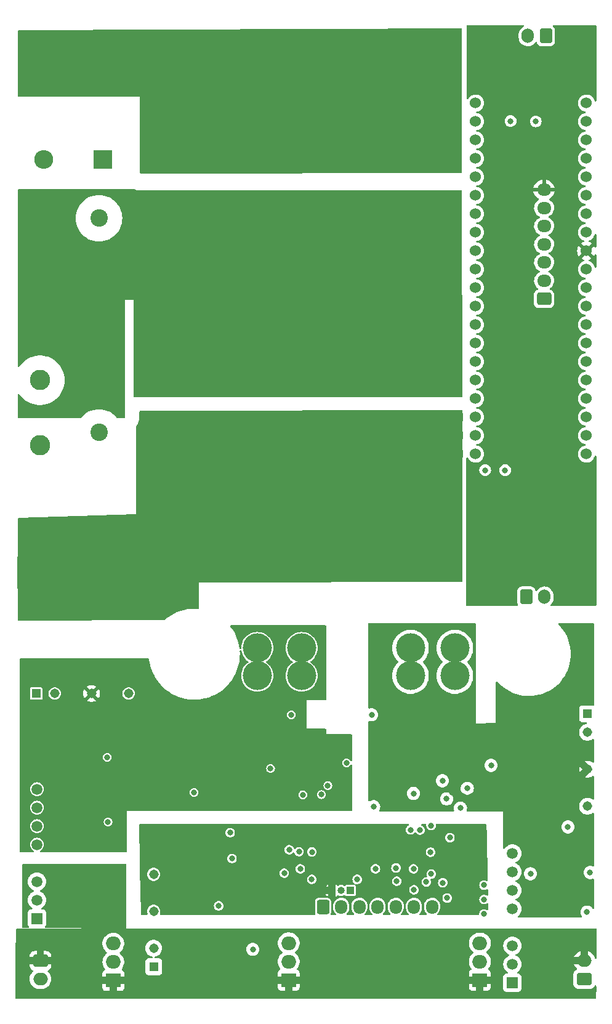
<source format=gbr>
%TF.GenerationSoftware,KiCad,Pcbnew,7.0.9*%
%TF.CreationDate,2024-01-25T19:07:54+05:30*%
%TF.ProjectId,Inverter,496e7665-7274-4657-922e-6b696361645f,rev?*%
%TF.SameCoordinates,Original*%
%TF.FileFunction,Copper,L3,Inr*%
%TF.FilePolarity,Positive*%
%FSLAX46Y46*%
G04 Gerber Fmt 4.6, Leading zero omitted, Abs format (unit mm)*
G04 Created by KiCad (PCBNEW 7.0.9) date 2024-01-25 19:07:54*
%MOMM*%
%LPD*%
G01*
G04 APERTURE LIST*
G04 Aperture macros list*
%AMRoundRect*
0 Rectangle with rounded corners*
0 $1 Rounding radius*
0 $2 $3 $4 $5 $6 $7 $8 $9 X,Y pos of 4 corners*
0 Add a 4 corners polygon primitive as box body*
4,1,4,$2,$3,$4,$5,$6,$7,$8,$9,$2,$3,0*
0 Add four circle primitives for the rounded corners*
1,1,$1+$1,$2,$3*
1,1,$1+$1,$4,$5*
1,1,$1+$1,$6,$7*
1,1,$1+$1,$8,$9*
0 Add four rect primitives between the rounded corners*
20,1,$1+$1,$2,$3,$4,$5,0*
20,1,$1+$1,$4,$5,$6,$7,0*
20,1,$1+$1,$6,$7,$8,$9,0*
20,1,$1+$1,$8,$9,$2,$3,0*%
G04 Aperture macros list end*
%TA.AperFunction,ComponentPad*%
%ADD10R,2.600000X2.600000*%
%TD*%
%TA.AperFunction,ComponentPad*%
%ADD11O,2.600000X2.600000*%
%TD*%
%TA.AperFunction,ComponentPad*%
%ADD12R,2.000000X1.905000*%
%TD*%
%TA.AperFunction,ComponentPad*%
%ADD13O,2.000000X1.905000*%
%TD*%
%TA.AperFunction,ComponentPad*%
%ADD14R,1.508000X1.508000*%
%TD*%
%TA.AperFunction,ComponentPad*%
%ADD15C,1.508000*%
%TD*%
%TA.AperFunction,ComponentPad*%
%ADD16RoundRect,0.250000X-0.600000X-0.725000X0.600000X-0.725000X0.600000X0.725000X-0.600000X0.725000X0*%
%TD*%
%TA.AperFunction,ComponentPad*%
%ADD17O,1.700000X1.950000*%
%TD*%
%TA.AperFunction,ComponentPad*%
%ADD18C,2.400000*%
%TD*%
%TA.AperFunction,ComponentPad*%
%ADD19C,2.800000*%
%TD*%
%TA.AperFunction,ComponentPad*%
%ADD20C,1.308000*%
%TD*%
%TA.AperFunction,ComponentPad*%
%ADD21R,1.308000X1.308000*%
%TD*%
%TA.AperFunction,ComponentPad*%
%ADD22RoundRect,0.250000X0.750000X-0.600000X0.750000X0.600000X-0.750000X0.600000X-0.750000X-0.600000X0*%
%TD*%
%TA.AperFunction,ComponentPad*%
%ADD23O,2.000000X1.700000*%
%TD*%
%TA.AperFunction,ComponentPad*%
%ADD24RoundRect,0.250000X-0.600000X-0.750000X0.600000X-0.750000X0.600000X0.750000X-0.600000X0.750000X0*%
%TD*%
%TA.AperFunction,ComponentPad*%
%ADD25O,1.700000X2.000000*%
%TD*%
%TA.AperFunction,ComponentPad*%
%ADD26RoundRect,0.250000X0.600000X0.750000X-0.600000X0.750000X-0.600000X-0.750000X0.600000X-0.750000X0*%
%TD*%
%TA.AperFunction,ComponentPad*%
%ADD27RoundRect,0.250000X-0.750000X0.600000X-0.750000X-0.600000X0.750000X-0.600000X0.750000X0.600000X0*%
%TD*%
%TA.AperFunction,ComponentPad*%
%ADD28C,1.524000*%
%TD*%
%TA.AperFunction,ComponentPad*%
%ADD29RoundRect,0.250000X0.725000X-0.600000X0.725000X0.600000X-0.725000X0.600000X-0.725000X-0.600000X0*%
%TD*%
%TA.AperFunction,ComponentPad*%
%ADD30O,1.950000X1.700000*%
%TD*%
%TA.AperFunction,ComponentPad*%
%ADD31R,18.000000X14.000000*%
%TD*%
%TA.AperFunction,ComponentPad*%
%ADD32C,4.000000*%
%TD*%
%TA.AperFunction,ComponentPad*%
%ADD33R,1.000000X1.000000*%
%TD*%
%TA.AperFunction,ComponentPad*%
%ADD34O,1.000000X1.000000*%
%TD*%
%TA.AperFunction,ViaPad*%
%ADD35C,0.800000*%
%TD*%
%TA.AperFunction,Conductor*%
%ADD36C,0.200000*%
%TD*%
G04 APERTURE END LIST*
D10*
%TO.N,Net-(D8-K)*%
%TO.C,D8*%
X25400000Y-48260000D03*
D11*
%TO.N,Net-(D7-K)*%
X25400000Y-33020000D03*
%TD*%
D12*
%TO.N,VAux+*%
%TO.C,U3*%
X50977800Y-161061400D03*
D13*
%TO.N,VAux-*%
X50977800Y-158521400D03*
%TO.N,Net-(U3-VO)*%
X50977800Y-155981400D03*
%TD*%
D14*
%TO.N,VAux-*%
%TO.C,PS1*%
X16365000Y-152595500D03*
D15*
%TO.N,Net-(PS1-CTRL)*%
X16365000Y-150055500D03*
X16365000Y-147515500D03*
%TO.N,unconnected-(PS1-NC-Pad5)*%
X16365000Y-142435500D03*
%TO.N,VDrive1*%
X16365000Y-139895500D03*
%TO.N,GND1*%
X16365000Y-137355500D03*
%TO.N,unconnected-(PS1-NC-Pad8)*%
X16365000Y-134815500D03*
%TD*%
D16*
%TO.N,DIG-*%
%TO.C,J2*%
X55706000Y-150977600D03*
D17*
%TO.N,Net-(J2-Pin_2)*%
X58206000Y-150977600D03*
%TO.N,FLT*%
X60706000Y-150977600D03*
%TO.N,RDY*%
X63206000Y-150977600D03*
%TO.N,RST*%
X65706000Y-150977600D03*
%TO.N,INHS*%
X68206000Y-150977600D03*
%TO.N,INLS*%
X70706000Y-150977600D03*
%TD*%
D18*
%TO.N,Net-(D8-K)*%
%TO.C,C25*%
X24892000Y-56314000D03*
%TO.N,-BATT*%
X24892000Y-78814000D03*
%TD*%
D19*
%TO.N,-BATT*%
%TO.C,R5*%
X16764000Y-58580000D03*
%TO.N,Net-(D7-A)*%
X16764000Y-78580000D03*
%TD*%
D20*
%TO.N,GND1*%
%TO.C,IC3*%
X18796000Y-121666000D03*
%TO.N,VDrive1Neg*%
X23876000Y-121666000D03*
D21*
%TO.N,Net-(U5-VO)*%
X16256000Y-121666000D03*
D20*
%TO.N,GND1*%
X28956000Y-121666000D03*
%TD*%
D22*
%TO.N,VAux-*%
%TO.C,J3*%
X91622200Y-160914400D03*
D23*
%TO.N,VAux+*%
X91622200Y-158414400D03*
%TD*%
D12*
%TO.N,VAux+*%
%TO.C,U2*%
X77266800Y-161074500D03*
D13*
%TO.N,VAux-*%
X77266800Y-158534500D03*
%TO.N,Net-(PS2-CTRL)*%
X77266800Y-155994500D03*
%TD*%
D19*
%TO.N,Net-(D8-K)*%
%TO.C,R6*%
X16764000Y-87536000D03*
%TO.N,+BATT*%
X16764000Y-107536000D03*
%TD*%
D20*
%TO.N,VAux-*%
%TO.C,IC2*%
X32411800Y-156688200D03*
%TO.N,DIG-*%
X32411800Y-151608200D03*
D21*
%TO.N,Net-(U4-VO)*%
X32411800Y-159228200D03*
D20*
%TO.N,DIG5V*%
X32411800Y-146528200D03*
%TD*%
D12*
%TO.N,VAux+*%
%TO.C,U1*%
X26873200Y-161112200D03*
D13*
%TO.N,VAux-*%
X26873200Y-158572200D03*
%TO.N,Net-(PS1-CTRL)*%
X26873200Y-156032200D03*
%TD*%
D24*
%TO.N,Net-(J6-Pin_1)*%
%TO.C,J6*%
X83650000Y-108350000D03*
D25*
%TO.N,/GND MCU*%
X86150000Y-108350000D03*
%TD*%
D20*
%TO.N,GND2*%
%TO.C,IC4*%
X92075000Y-127000000D03*
%TO.N,VDrive2Neg*%
X92075000Y-132080000D03*
D21*
%TO.N,Net-(U6-VO)*%
X92075000Y-124460000D03*
D20*
%TO.N,GND2*%
X92075000Y-137160000D03*
%TD*%
D18*
%TO.N,+BATT*%
%TO.C,C24*%
X24892000Y-108278000D03*
%TO.N,Net-(D7-A)*%
X24892000Y-85778000D03*
%TD*%
D14*
%TO.N,VAux-*%
%TO.C,PS2*%
X81744600Y-161434700D03*
D15*
%TO.N,Net-(PS2-CTRL)*%
X81744600Y-158894700D03*
X81744600Y-156354700D03*
%TO.N,unconnected-(PS2-NC-Pad5)*%
X81744600Y-151274700D03*
%TO.N,VDrive2*%
X81744600Y-148734700D03*
%TO.N,GND2*%
X81744600Y-146194700D03*
%TO.N,unconnected-(PS2-NC-Pad8)*%
X81744600Y-143654700D03*
%TD*%
D26*
%TO.N,/GND MCU*%
%TO.C,J7*%
X86350000Y-31250000D03*
D25*
%TO.N,Net-(J7-Pin_2)*%
X83850000Y-31250000D03*
%TD*%
D27*
%TO.N,VAux+*%
%TO.C,J1*%
X16835800Y-158414400D03*
D23*
%TO.N,VAux-*%
X16835800Y-160914400D03*
%TD*%
D28*
%TO.N,/3V3 MCU*%
%TO.C,U9*%
X76680000Y-88730000D03*
X91920000Y-45550000D03*
%TO.N,unconnected-(U9-Pad5V)*%
X76680000Y-83650000D03*
%TO.N,/GND MCU*%
X76680000Y-86190000D03*
X91920000Y-40470000D03*
X91920000Y-43010000D03*
%TO.N,unconnected-(U9-PadNRST)*%
X91920000Y-48090000D03*
%TO.N,unconnected-(U9-PadPA0)*%
X91920000Y-78570000D03*
%TO.N,unconnected-(U9-PadPA1)*%
X91920000Y-76030000D03*
%TO.N,unconnected-(U9-PadPA2)*%
X91920000Y-73490000D03*
%TO.N,unconnected-(U9-PadPA3)*%
X91920000Y-70950000D03*
%TO.N,unconnected-(U9-PadPA4)*%
X91920000Y-68410000D03*
%TO.N,unconnected-(U9-PadPA5)*%
X91920000Y-65870000D03*
%TO.N,unconnected-(U9-PadPA6)*%
X91920000Y-63330000D03*
%TO.N,/OUTLS*%
X91920000Y-60790000D03*
%TO.N,/OUTHS*%
X76680000Y-50630000D03*
%TO.N,Net-(J7-Pin_2)*%
X76680000Y-53170000D03*
%TO.N,Net-(J6-Pin_1)*%
X76680000Y-55710000D03*
%TO.N,unconnected-(U9-PadPA11)*%
X76680000Y-58250000D03*
%TO.N,unconnected-(U9-PadPA12)*%
X76680000Y-60790000D03*
%TO.N,unconnected-(U9-PadPA15)*%
X76680000Y-63330000D03*
%TO.N,unconnected-(U9-PadPB0)*%
X91920000Y-58250000D03*
%TO.N,unconnected-(U9-PadPB1)*%
X91920000Y-55710000D03*
%TO.N,unconnected-(U9-PadPB3)*%
X76680000Y-65870000D03*
%TO.N,unconnected-(U9-PadPB4)*%
X76680000Y-68410000D03*
%TO.N,unconnected-(U9-PadPB5)*%
X76680000Y-70950000D03*
%TO.N,unconnected-(U9-PadPB6)*%
X76680000Y-73490000D03*
%TO.N,unconnected-(U9-PadPB7)*%
X76680000Y-76030000D03*
%TO.N,unconnected-(U9-PadPB8)*%
X76680000Y-78570000D03*
%TO.N,unconnected-(U9-PadPB9)*%
X76680000Y-81110000D03*
%TO.N,Net-(J5-Pin_4)*%
X91920000Y-53170000D03*
%TO.N,Net-(J5-Pin_5)*%
X91920000Y-50630000D03*
%TO.N,Net-(J5-Pin_3)*%
X76680000Y-40470000D03*
%TO.N,unconnected-(U9-PadPB13)*%
X76680000Y-43010000D03*
%TO.N,unconnected-(U9-PadPB14)*%
X76680000Y-45550000D03*
%TO.N,unconnected-(U9-PadPB15)*%
X76680000Y-48090000D03*
%TO.N,unconnected-(U9-PadPC13)*%
X91920000Y-86190000D03*
%TO.N,unconnected-(U9-PadPC14)*%
X91920000Y-83650000D03*
%TO.N,unconnected-(U9-PadPC15)*%
X91920000Y-81110000D03*
%TO.N,unconnected-(U9-PadVBAT)*%
X91920000Y-88730000D03*
%TD*%
D10*
%TO.N,Net-(D7-K)*%
%TO.C,D7*%
X17272000Y-33020000D03*
D11*
%TO.N,Net-(D7-A)*%
X17272000Y-48260000D03*
%TD*%
D29*
%TO.N,/GND MCU*%
%TO.C,J5*%
X86100000Y-67400000D03*
D30*
%TO.N,/3V3 MCU*%
X86100000Y-64900000D03*
%TO.N,Net-(J5-Pin_3)*%
X86100000Y-62400000D03*
%TO.N,Net-(J5-Pin_4)*%
X86100000Y-59900000D03*
%TO.N,Net-(J5-Pin_5)*%
X86100000Y-57400000D03*
%TO.N,/OUTHS*%
X86100000Y-54900000D03*
%TO.N,/OUTLS*%
X86100000Y-52400000D03*
%TD*%
D31*
%TO.N,Net-(D7-K)*%
%TO.C,U7*%
X61010800Y-41249800D03*
%TO.N,-BATT*%
X61010800Y-69249800D03*
%TO.N,+BATT*%
X61010800Y-97249800D03*
D32*
%TO.N,Net-(IC5-CLAMP)*%
X73837800Y-119212800D03*
X73837800Y-115402800D03*
%TO.N,GND2*%
X67741800Y-119212800D03*
X67741800Y-115402800D03*
%TO.N,Net-(IC1-CLAMP)*%
X46659800Y-119212800D03*
X46659800Y-115402800D03*
%TO.N,GND1*%
X52755800Y-119212800D03*
X52755800Y-115402800D03*
%TD*%
D33*
%TO.N,DIG5V*%
%TO.C,J4*%
X59461400Y-148742400D03*
D34*
%TO.N,Net-(J2-Pin_2)*%
X58191400Y-148742400D03*
%TO.N,DIG+*%
X56921400Y-148742400D03*
%TD*%
D35*
%TO.N,VDrive1*%
X58928000Y-131191000D03*
X52920645Y-135580944D03*
X37973000Y-135255000D03*
X26035000Y-130429000D03*
%TO.N,GND1*%
X55494201Y-135560703D03*
%TO.N,VDrive2*%
X84226400Y-146456400D03*
X72694800Y-136144000D03*
X68148200Y-135407400D03*
X89382600Y-140004800D03*
X91998800Y-151714200D03*
X78816200Y-131546600D03*
%TO.N,GND2*%
X62661800Y-137210800D03*
X74599800Y-137414000D03*
X62385200Y-124587000D03*
%TO.N,Net-(U4-VO)*%
X46050600Y-156845000D03*
%TO.N,Net-(U5-VO)*%
X26137000Y-139319000D03*
%TO.N,Net-(U6-VO)*%
X92430600Y-146278600D03*
%TO.N,DIG-*%
X51054000Y-143136900D03*
X73152000Y-141478000D03*
X41351200Y-150863700D03*
%TO.N,DIG+*%
X65582800Y-141579600D03*
X41351200Y-147738700D03*
X36982400Y-140665200D03*
X56565800Y-145161000D03*
X72212200Y-145135600D03*
X52400200Y-141452600D03*
X54330600Y-141427200D03*
%TO.N,VDrive1Neg*%
X46355000Y-134874000D03*
X31877000Y-125476000D03*
X48729500Y-136779000D03*
X39497000Y-135255000D03*
X31877000Y-130302000D03*
%TO.N,VDrive2Neg*%
X90754200Y-139877800D03*
X64706100Y-136956800D03*
X73456800Y-135229600D03*
X77114400Y-135966200D03*
X62636400Y-132384800D03*
%TO.N,Net-(D1-A)*%
X48487500Y-131977500D03*
X56362600Y-134312400D03*
%TO.N,Net-(D4-A)*%
X75539600Y-134696200D03*
X72125898Y-133654800D03*
%TO.N,Net-(D3-A)*%
X51348000Y-124587000D03*
%TO.N,INLS*%
X50368200Y-146354800D03*
X70586600Y-146481800D03*
%TO.N,RDY*%
X52400200Y-143417800D03*
X67741800Y-140411200D03*
X52578000Y-145771100D03*
X62915800Y-145771100D03*
%TO.N,FLT*%
X69037200Y-140436600D03*
X60401200Y-147220100D03*
X54152800Y-147220100D03*
X54168098Y-143443200D03*
%TO.N,RST*%
X72161400Y-147675600D03*
X65836800Y-147472400D03*
X70485000Y-143468600D03*
X70561200Y-139827000D03*
X69900800Y-147574000D03*
%TO.N,INHS*%
X65735200Y-145643600D03*
X68206000Y-148640800D03*
X72771000Y-149783800D03*
X68148200Y-145770600D03*
%TO.N,Net-(D9-A)*%
X77834600Y-151968200D03*
%TO.N,Net-(D10-A)*%
X77834600Y-149987000D03*
%TO.N,Net-(D11-A)*%
X77834600Y-148005800D03*
%TO.N,Net-(D12-K)*%
X42926000Y-140792200D03*
%TO.N,Net-(D13-K)*%
X43180000Y-144348200D03*
%TO.N,/GND MCU*%
X84950000Y-43000000D03*
X81500000Y-42950000D03*
%TO.N,/3V3 MCU*%
X80750000Y-90950000D03*
X78000000Y-90950000D03*
%TD*%
D36*
%TO.N,DIG+*%
X56921400Y-148742400D02*
X56921400Y-147523200D01*
%TD*%
%TA.AperFunction,Conductor*%
%TO.N,Net-(D7-K)*%
G36*
X74745518Y-30195170D02*
G01*
X74791536Y-30247745D01*
X74803000Y-30299819D01*
X74803000Y-49964942D01*
X74783315Y-50031981D01*
X74730511Y-50077736D01*
X74679142Y-50088942D01*
X30629242Y-50139457D01*
X30562180Y-50119849D01*
X30516365Y-50067098D01*
X30505100Y-50015760D01*
X30480000Y-39624000D01*
X13840000Y-39624000D01*
X13772961Y-39604315D01*
X13727206Y-39551511D01*
X13716000Y-39500000D01*
X13716000Y-30603382D01*
X13735685Y-30536343D01*
X13788489Y-30490588D01*
X13839379Y-30479384D01*
X74678383Y-30175821D01*
X74745518Y-30195170D01*
G37*
%TD.AperFunction*%
%TD*%
%TA.AperFunction,Conductor*%
%TO.N,+BATT*%
G36*
X29591000Y-106375200D02*
G01*
X38608000Y-106375200D01*
X38608000Y-106379959D01*
X38608000Y-109892799D01*
X38588315Y-109959838D01*
X38535511Y-110005593D01*
X38474149Y-110016407D01*
X38259497Y-109999300D01*
X38259495Y-109999300D01*
X37886488Y-109999300D01*
X37513804Y-110014128D01*
X37307842Y-110038817D01*
X37019948Y-110073327D01*
X37019949Y-110073327D01*
X36549830Y-110168054D01*
X36532360Y-110171575D01*
X36054123Y-110308249D01*
X35588246Y-110482492D01*
X35137703Y-110693190D01*
X35137699Y-110693192D01*
X35137691Y-110693196D01*
X34705300Y-110939030D01*
X34293808Y-111218441D01*
X34149384Y-111334287D01*
X33913367Y-111523603D01*
X33848755Y-111550195D01*
X33836285Y-111550875D01*
X13839794Y-111632494D01*
X13772675Y-111613083D01*
X13726705Y-111560466D01*
X13715290Y-111509208D01*
X13665911Y-102892513D01*
X13685211Y-102825362D01*
X13715541Y-102798774D01*
X13745980Y-102768013D01*
X29591000Y-102692200D01*
X29591000Y-106375200D01*
G37*
%TD.AperFunction*%
%TD*%
%TA.AperFunction,Conductor*%
%TO.N,-BATT*%
G36*
X74679362Y-52476260D02*
G01*
X74746377Y-52496020D01*
X74792072Y-52548876D01*
X74803220Y-52600039D01*
X74853578Y-80825439D01*
X74834013Y-80892513D01*
X74781291Y-80938362D01*
X74729439Y-80949660D01*
X29791061Y-80899139D01*
X29724043Y-80879379D01*
X29678348Y-80826524D01*
X29667200Y-80775139D01*
X29667200Y-67564000D01*
X29972000Y-67564000D01*
X29972000Y-52425943D01*
X74679362Y-52476260D01*
G37*
%TD.AperFunction*%
%TD*%
%TA.AperFunction,Conductor*%
%TO.N,+BATT*%
G36*
X74848261Y-82696915D02*
G01*
X74894164Y-82749589D01*
X74905516Y-82801496D01*
X74905352Y-83063148D01*
X74915136Y-83162434D01*
X74924675Y-83210206D01*
X74925422Y-83213174D01*
X74925275Y-83213210D01*
X74925276Y-83213216D01*
X74925175Y-83213236D01*
X74924792Y-83213332D01*
X74929391Y-83244290D01*
X74928511Y-84063783D01*
X74925824Y-84086686D01*
X74925975Y-84086708D01*
X74925184Y-84092181D01*
X74925184Y-84092183D01*
X74920832Y-84122317D01*
X74904619Y-84234585D01*
X74903760Y-85606349D01*
X74913545Y-85705643D01*
X74919841Y-85737169D01*
X74922040Y-85748182D01*
X74923686Y-85756421D01*
X74923382Y-85756481D01*
X74926666Y-85783141D01*
X74925783Y-86605786D01*
X74923768Y-86624792D01*
X74924195Y-86624854D01*
X74903031Y-86771395D01*
X74902167Y-88149548D01*
X74911952Y-88248837D01*
X74911955Y-88248856D01*
X74921542Y-88296859D01*
X74923943Y-88321276D01*
X74923054Y-89149783D01*
X74921781Y-89167374D01*
X74901442Y-89308203D01*
X74900414Y-90949686D01*
X74900414Y-90949999D01*
X74890849Y-106225991D01*
X74871122Y-106293018D01*
X74818290Y-106338740D01*
X74766952Y-106349913D01*
X38608000Y-106379959D01*
X38608000Y-106375200D01*
X29591000Y-106375200D01*
X29591000Y-102692200D01*
X13745982Y-102768013D01*
X13716692Y-97656871D01*
X13735992Y-97589722D01*
X13788533Y-97543666D01*
X13836814Y-97532224D01*
X29972000Y-97028000D01*
X29972000Y-85080188D01*
X29991685Y-85013149D01*
X29996722Y-85005893D01*
X30115440Y-84847307D01*
X30252575Y-84596168D01*
X30258372Y-84580627D01*
X30352573Y-84328073D01*
X30352573Y-84328072D01*
X30372259Y-84261032D01*
X30372260Y-84261028D01*
X30372260Y-84261026D01*
X30372263Y-84261015D01*
X30433087Y-83981412D01*
X30453500Y-83696000D01*
X30453500Y-82926289D01*
X30473185Y-82859250D01*
X30525989Y-82813495D01*
X30577142Y-82802290D01*
X74781170Y-82677420D01*
X74848261Y-82696915D01*
G37*
%TD.AperFunction*%
%TD*%
%TA.AperFunction,Conductor*%
%TO.N,-BATT*%
G36*
X29915039Y-52343685D02*
G01*
X29960794Y-52396489D01*
X29965865Y-52419802D01*
X29971999Y-52425942D01*
X29972000Y-52425942D01*
X29972000Y-67564000D01*
X28448000Y-67564000D01*
X28448000Y-83696000D01*
X28428315Y-83763039D01*
X28375511Y-83808794D01*
X28324000Y-83820000D01*
X27489984Y-83820000D01*
X27422945Y-83800315D01*
X27397524Y-83778627D01*
X27323684Y-83696000D01*
X27158661Y-83511339D01*
X26890623Y-83271806D01*
X26890622Y-83271805D01*
X26597454Y-83063790D01*
X26282831Y-82889905D01*
X26196086Y-82853974D01*
X25950724Y-82752341D01*
X25950720Y-82752339D01*
X25950718Y-82752339D01*
X25605305Y-82652828D01*
X25605296Y-82652826D01*
X25250914Y-82592614D01*
X25250902Y-82592612D01*
X24892000Y-82572457D01*
X24533097Y-82592612D01*
X24533085Y-82592614D01*
X24178703Y-82652826D01*
X24178694Y-82652828D01*
X23833281Y-82752339D01*
X23501168Y-82889905D01*
X23186545Y-83063790D01*
X22893377Y-83271805D01*
X22625339Y-83511339D01*
X22386476Y-83778627D01*
X22327126Y-83815498D01*
X22294016Y-83820000D01*
X13840000Y-83820000D01*
X13772961Y-83800315D01*
X13727206Y-83747511D01*
X13716000Y-83696000D01*
X13716000Y-80547858D01*
X13735685Y-80480819D01*
X13788489Y-80435064D01*
X13857647Y-80425120D01*
X13921203Y-80454145D01*
X13942629Y-80478266D01*
X14052910Y-80640917D01*
X14291627Y-80921956D01*
X14559330Y-81175538D01*
X14852881Y-81398690D01*
X15168838Y-81588795D01*
X15168840Y-81588796D01*
X15168842Y-81588797D01*
X15168846Y-81588799D01*
X15503486Y-81743620D01*
X15503497Y-81743625D01*
X15852934Y-81861364D01*
X16213052Y-81940632D01*
X16579630Y-81980500D01*
X16579636Y-81980500D01*
X16948364Y-81980500D01*
X16948370Y-81980500D01*
X17314948Y-81940632D01*
X17675066Y-81861364D01*
X18024503Y-81743625D01*
X18359162Y-81588795D01*
X18675119Y-81398690D01*
X18968670Y-81175538D01*
X19236373Y-80921956D01*
X19475090Y-80640917D01*
X19682022Y-80335716D01*
X19854743Y-80009930D01*
X19991227Y-79667379D01*
X20089875Y-79312081D01*
X20149531Y-78948199D01*
X20169494Y-78580000D01*
X20149531Y-78211801D01*
X20089875Y-77847919D01*
X19991227Y-77492621D01*
X19854743Y-77150070D01*
X19682022Y-76824284D01*
X19475090Y-76519083D01*
X19236373Y-76238044D01*
X18968670Y-75984462D01*
X18675119Y-75761310D01*
X18359162Y-75571205D01*
X18359161Y-75571204D01*
X18359157Y-75571202D01*
X18359153Y-75571200D01*
X18024513Y-75416379D01*
X18024508Y-75416377D01*
X18024503Y-75416375D01*
X17854172Y-75358983D01*
X17675065Y-75298635D01*
X17314946Y-75219367D01*
X16948371Y-75179500D01*
X16948370Y-75179500D01*
X16579630Y-75179500D01*
X16579628Y-75179500D01*
X16213053Y-75219367D01*
X15852934Y-75298635D01*
X15582812Y-75389650D01*
X15503497Y-75416375D01*
X15503494Y-75416376D01*
X15503486Y-75416379D01*
X15168846Y-75571200D01*
X15168842Y-75571202D01*
X14933538Y-75712779D01*
X14852881Y-75761310D01*
X14752410Y-75837685D01*
X14559330Y-75984461D01*
X14559330Y-75984462D01*
X14291626Y-76238044D01*
X14052909Y-76519083D01*
X13942633Y-76681728D01*
X13888719Y-76726169D01*
X13819337Y-76734407D01*
X13756515Y-76703826D01*
X13720199Y-76644136D01*
X13716000Y-76612141D01*
X13716000Y-56314000D01*
X21686457Y-56314000D01*
X21706612Y-56672902D01*
X21706613Y-56672907D01*
X21766827Y-57027300D01*
X21866341Y-57372724D01*
X22003906Y-57704833D01*
X22177789Y-58019452D01*
X22385806Y-58312623D01*
X22625339Y-58580661D01*
X22893377Y-58820194D01*
X23186548Y-59028211D01*
X23501167Y-59202094D01*
X23833276Y-59339659D01*
X24178700Y-59439173D01*
X24533093Y-59499387D01*
X24892000Y-59519543D01*
X25250907Y-59499387D01*
X25605300Y-59439173D01*
X25950724Y-59339659D01*
X26282833Y-59202094D01*
X26597452Y-59028211D01*
X26890623Y-58820194D01*
X27158661Y-58580661D01*
X27398194Y-58312623D01*
X27606211Y-58019452D01*
X27780094Y-57704833D01*
X27917659Y-57372724D01*
X28017173Y-57027300D01*
X28077387Y-56672907D01*
X28097543Y-56314000D01*
X28077387Y-55955093D01*
X28017173Y-55600700D01*
X27917659Y-55255276D01*
X27780094Y-54923167D01*
X27606211Y-54608548D01*
X27398194Y-54315377D01*
X27158661Y-54047339D01*
X26890623Y-53807806D01*
X26890622Y-53807805D01*
X26597454Y-53599790D01*
X26282831Y-53425905D01*
X26196086Y-53389974D01*
X25950724Y-53288341D01*
X25950720Y-53288339D01*
X25950718Y-53288339D01*
X25605305Y-53188828D01*
X25605296Y-53188826D01*
X25250914Y-53128614D01*
X25250902Y-53128612D01*
X24892000Y-53108457D01*
X24533097Y-53128612D01*
X24533085Y-53128614D01*
X24178703Y-53188826D01*
X24178694Y-53188828D01*
X23833281Y-53288339D01*
X23501168Y-53425905D01*
X23186545Y-53599790D01*
X22893377Y-53807805D01*
X22625339Y-54047339D01*
X22385805Y-54315377D01*
X22177790Y-54608545D01*
X22003905Y-54923168D01*
X21866339Y-55255281D01*
X21766828Y-55600694D01*
X21766826Y-55600703D01*
X21706614Y-55955085D01*
X21706612Y-55955097D01*
X21686457Y-56314000D01*
X13716000Y-56314000D01*
X13716000Y-52448000D01*
X13735685Y-52380961D01*
X13788489Y-52335206D01*
X13840000Y-52324000D01*
X29848000Y-52324000D01*
X29915039Y-52343685D01*
G37*
%TD.AperFunction*%
%TD*%
%TA.AperFunction,Conductor*%
%TO.N,VAux+*%
G36*
X28619639Y-145129885D02*
G01*
X28665394Y-145182689D01*
X28676600Y-145234200D01*
X28676600Y-153969961D01*
X28676600Y-153974800D01*
X27422582Y-153970361D01*
X27422587Y-153970361D01*
X27422588Y-153970361D01*
X27422587Y-153970360D01*
X17543632Y-153935391D01*
X17476663Y-153915469D01*
X17431095Y-153862504D01*
X17421396Y-153793311D01*
X17450646Y-153729858D01*
X17469754Y-153712130D01*
X17476546Y-153707046D01*
X17562796Y-153591831D01*
X17613091Y-153456983D01*
X17619500Y-153397373D01*
X17619499Y-151793628D01*
X17613091Y-151734017D01*
X17562796Y-151599169D01*
X17562795Y-151599168D01*
X17562793Y-151599164D01*
X17476547Y-151483955D01*
X17476544Y-151483952D01*
X17361335Y-151397706D01*
X17361328Y-151397702D01*
X17226482Y-151347408D01*
X17226483Y-151347408D01*
X17166883Y-151341001D01*
X17166881Y-151341000D01*
X17166873Y-151341000D01*
X17166865Y-151341000D01*
X17109547Y-151341000D01*
X17042508Y-151321315D01*
X16996753Y-151268511D01*
X16986809Y-151199353D01*
X17015834Y-151135797D01*
X17038424Y-151115425D01*
X17174457Y-151020174D01*
X17329674Y-150864957D01*
X17455579Y-150685146D01*
X17548347Y-150486203D01*
X17605161Y-150274174D01*
X17624292Y-150055500D01*
X17605161Y-149836826D01*
X17548347Y-149624797D01*
X17455579Y-149425854D01*
X17455577Y-149425851D01*
X17455576Y-149425849D01*
X17329677Y-149246047D01*
X17329672Y-149246041D01*
X17174458Y-149090827D01*
X17174452Y-149090822D01*
X16994650Y-148964923D01*
X16994642Y-148964919D01*
X16850879Y-148897882D01*
X16798439Y-148851710D01*
X16779287Y-148784517D01*
X16799502Y-148717636D01*
X16850879Y-148673118D01*
X16994646Y-148606079D01*
X17174457Y-148480174D01*
X17329674Y-148324957D01*
X17455579Y-148145146D01*
X17548347Y-147946203D01*
X17605161Y-147734174D01*
X17624292Y-147515500D01*
X17605161Y-147296826D01*
X17548347Y-147084797D01*
X17455579Y-146885854D01*
X17455577Y-146885851D01*
X17455576Y-146885849D01*
X17329677Y-146706047D01*
X17329672Y-146706041D01*
X17174458Y-146550827D01*
X17174452Y-146550822D01*
X16994650Y-146424923D01*
X16994642Y-146424919D01*
X16795708Y-146332155D01*
X16795706Y-146332154D01*
X16795703Y-146332153D01*
X16644885Y-146291740D01*
X16583675Y-146275339D01*
X16583668Y-146275338D01*
X16365002Y-146256208D01*
X16364998Y-146256208D01*
X16146331Y-146275338D01*
X16146324Y-146275339D01*
X16023902Y-146308142D01*
X15934297Y-146332153D01*
X15934295Y-146332153D01*
X15934291Y-146332155D01*
X15735357Y-146424919D01*
X15735349Y-146424923D01*
X15555547Y-146550822D01*
X15555541Y-146550827D01*
X15400327Y-146706041D01*
X15400322Y-146706047D01*
X15274423Y-146885849D01*
X15274419Y-146885857D01*
X15181655Y-147084791D01*
X15124839Y-147296824D01*
X15124838Y-147296831D01*
X15105708Y-147515497D01*
X15105708Y-147515500D01*
X15124839Y-147734174D01*
X15181653Y-147946203D01*
X15181654Y-147946206D01*
X15181655Y-147946208D01*
X15274419Y-148145142D01*
X15274423Y-148145150D01*
X15400322Y-148324952D01*
X15400327Y-148324958D01*
X15555541Y-148480172D01*
X15555547Y-148480177D01*
X15735349Y-148606076D01*
X15735351Y-148606077D01*
X15735354Y-148606079D01*
X15819963Y-148645532D01*
X15879120Y-148673118D01*
X15931560Y-148719290D01*
X15950712Y-148786483D01*
X15930496Y-148853365D01*
X15879120Y-148897882D01*
X15735357Y-148964919D01*
X15735349Y-148964923D01*
X15555547Y-149090822D01*
X15555541Y-149090827D01*
X15400327Y-149246041D01*
X15400322Y-149246047D01*
X15274423Y-149425849D01*
X15274419Y-149425857D01*
X15181655Y-149624791D01*
X15124839Y-149836824D01*
X15124838Y-149836831D01*
X15105708Y-150055497D01*
X15105708Y-150055500D01*
X15124839Y-150274174D01*
X15181653Y-150486203D01*
X15181654Y-150486206D01*
X15181655Y-150486208D01*
X15274419Y-150685142D01*
X15274423Y-150685150D01*
X15400322Y-150864952D01*
X15400327Y-150864958D01*
X15555541Y-151020172D01*
X15555547Y-151020177D01*
X15691576Y-151115425D01*
X15735201Y-151170002D01*
X15742395Y-151239500D01*
X15710872Y-151301855D01*
X15650643Y-151337269D01*
X15620455Y-151341000D01*
X15563130Y-151341000D01*
X15563123Y-151341001D01*
X15503516Y-151347408D01*
X15368671Y-151397702D01*
X15368664Y-151397706D01*
X15253455Y-151483952D01*
X15253452Y-151483955D01*
X15167206Y-151599164D01*
X15167202Y-151599171D01*
X15116908Y-151734017D01*
X15110501Y-151793616D01*
X15110501Y-151793623D01*
X15110500Y-151793635D01*
X15110500Y-153397370D01*
X15110501Y-153397376D01*
X15116908Y-153456983D01*
X15167202Y-153591828D01*
X15167206Y-153591835D01*
X15253452Y-153707044D01*
X15259725Y-153713317D01*
X15257712Y-153715329D01*
X15290907Y-153759672D01*
X15295891Y-153829364D01*
X15262406Y-153890687D01*
X15201082Y-153924171D01*
X15174286Y-153927004D01*
X14449161Y-153924437D01*
X14382192Y-153904515D01*
X14336624Y-153851550D01*
X14325600Y-153800438D01*
X14325600Y-145234200D01*
X14345285Y-145167161D01*
X14398089Y-145121406D01*
X14449600Y-145110200D01*
X28552600Y-145110200D01*
X28619639Y-145129885D01*
G37*
%TD.AperFunction*%
%TD*%
%TA.AperFunction,Conductor*%
%TO.N,VAux+*%
G36*
X93287025Y-153969102D02*
G01*
X93332797Y-154021892D01*
X93344015Y-154074415D01*
X93313042Y-158008018D01*
X93292830Y-158074901D01*
X93239668Y-158120238D01*
X93170433Y-158129637D01*
X93107108Y-158100113D01*
X93069797Y-158041039D01*
X93069271Y-158039135D01*
X93045633Y-157950916D01*
X93045629Y-157950907D01*
X92945800Y-157736822D01*
X92945799Y-157736820D01*
X92810313Y-157543326D01*
X92810308Y-157543320D01*
X92643279Y-157376291D01*
X92643273Y-157376286D01*
X92449779Y-157240800D01*
X92449777Y-157240799D01*
X92235692Y-157140970D01*
X92235686Y-157140967D01*
X92122200Y-157110559D01*
X92122200Y-158342511D01*
X92081693Y-158204556D01*
X92003961Y-158083602D01*
X91895300Y-157989448D01*
X91764515Y-157929720D01*
X91657963Y-157914400D01*
X91586437Y-157914400D01*
X91479885Y-157929720D01*
X91349100Y-157989448D01*
X91240439Y-158083602D01*
X91162707Y-158204556D01*
X91122200Y-158342511D01*
X91122200Y-158486289D01*
X91162707Y-158624244D01*
X91240439Y-158745198D01*
X91349100Y-158839352D01*
X91479885Y-158899080D01*
X91586437Y-158914400D01*
X90215794Y-158914400D01*
X90298600Y-159091978D01*
X90298602Y-159091982D01*
X90434086Y-159285473D01*
X90581343Y-159432731D01*
X90614827Y-159494054D01*
X90609843Y-159563746D01*
X90567971Y-159619679D01*
X90558758Y-159625950D01*
X90403547Y-159721685D01*
X90403543Y-159721688D01*
X90279489Y-159845742D01*
X90187387Y-159995063D01*
X90187385Y-159995068D01*
X90165519Y-160061055D01*
X90132201Y-160161603D01*
X90132201Y-160161604D01*
X90132200Y-160161604D01*
X90121700Y-160264383D01*
X90121700Y-161564401D01*
X90121701Y-161564418D01*
X90132200Y-161667196D01*
X90132201Y-161667199D01*
X90171503Y-161785802D01*
X90187386Y-161833734D01*
X90279488Y-161983056D01*
X90403544Y-162107112D01*
X90552866Y-162199214D01*
X90719403Y-162254399D01*
X90822191Y-162264900D01*
X92422208Y-162264899D01*
X92524997Y-162254399D01*
X92691534Y-162199214D01*
X92840856Y-162107112D01*
X92964912Y-161983056D01*
X93052810Y-161840548D01*
X93104756Y-161793825D01*
X93173719Y-161782602D01*
X93237801Y-161810445D01*
X93276658Y-161868514D01*
X93282344Y-161906622D01*
X93269768Y-163503815D01*
X93249556Y-163570698D01*
X93196394Y-163616035D01*
X93145811Y-163626839D01*
X13510819Y-163652160D01*
X13443774Y-163632497D01*
X13398002Y-163579707D01*
X13386784Y-163527184D01*
X13386968Y-163503815D01*
X13407357Y-160914400D01*
X15330141Y-160914400D01*
X15350736Y-161149803D01*
X15350738Y-161149813D01*
X15411894Y-161378055D01*
X15411896Y-161378059D01*
X15411897Y-161378063D01*
X15440935Y-161440334D01*
X15511764Y-161592228D01*
X15511765Y-161592230D01*
X15647305Y-161785802D01*
X15814397Y-161952894D01*
X16007969Y-162088434D01*
X16007971Y-162088435D01*
X16222137Y-162188303D01*
X16450392Y-162249463D01*
X16626834Y-162264900D01*
X17044766Y-162264900D01*
X17221208Y-162249463D01*
X17449463Y-162188303D01*
X17663629Y-162088435D01*
X17857201Y-161952895D01*
X18024295Y-161785801D01*
X18145852Y-161612200D01*
X25373200Y-161612200D01*
X25373200Y-162112544D01*
X25379601Y-162172072D01*
X25379603Y-162172079D01*
X25429845Y-162306786D01*
X25429849Y-162306793D01*
X25516009Y-162421887D01*
X25516012Y-162421890D01*
X25631106Y-162508050D01*
X25631113Y-162508054D01*
X25765820Y-162558296D01*
X25765827Y-162558298D01*
X25825355Y-162564699D01*
X25825372Y-162564700D01*
X26373200Y-162564700D01*
X26373200Y-161612200D01*
X25373200Y-161612200D01*
X18145852Y-161612200D01*
X18159835Y-161592230D01*
X18259703Y-161378063D01*
X18320863Y-161149808D01*
X18341459Y-160914400D01*
X18320863Y-160678992D01*
X18259703Y-160450737D01*
X18159835Y-160236571D01*
X18159834Y-160236569D01*
X18024294Y-160042997D01*
X17876732Y-159895435D01*
X17843247Y-159834112D01*
X17848231Y-159764420D01*
X17890103Y-159708487D01*
X17899316Y-159702215D01*
X18054145Y-159606715D01*
X18178115Y-159482745D01*
X18270156Y-159333524D01*
X18270158Y-159333519D01*
X18325305Y-159167097D01*
X18325306Y-159167090D01*
X18335799Y-159064386D01*
X18335800Y-159064373D01*
X18335800Y-158914400D01*
X16871563Y-158914400D01*
X16978115Y-158899080D01*
X17108900Y-158839352D01*
X17217561Y-158745198D01*
X17251364Y-158692599D01*
X25372700Y-158692599D01*
X25379348Y-158732436D01*
X25412334Y-158930116D01*
X25490518Y-159157856D01*
X25490521Y-159157865D01*
X25605129Y-159369641D01*
X25654234Y-159432731D01*
X25716354Y-159512543D01*
X25741997Y-159577536D01*
X25728431Y-159646076D01*
X25679962Y-159696401D01*
X25661836Y-159704886D01*
X25631115Y-159716344D01*
X25631106Y-159716349D01*
X25516012Y-159802509D01*
X25516009Y-159802512D01*
X25429849Y-159917606D01*
X25429845Y-159917613D01*
X25379603Y-160052320D01*
X25379601Y-160052327D01*
X25373200Y-160111855D01*
X25373200Y-160612200D01*
X26643797Y-160612200D01*
X26584742Y-160637851D01*
X26467461Y-160733266D01*
X26380272Y-160856785D01*
X26329641Y-160999247D01*
X26319323Y-161150086D01*
X26350084Y-161298115D01*
X26419642Y-161432356D01*
X26522838Y-161542852D01*
X26652019Y-161621409D01*
X26797604Y-161662200D01*
X26910822Y-161662200D01*
X27022983Y-161646784D01*
X27102603Y-161612200D01*
X27373200Y-161612200D01*
X27373200Y-162564700D01*
X27921028Y-162564700D01*
X27921044Y-162564699D01*
X27980572Y-162558298D01*
X27980579Y-162558296D01*
X28115286Y-162508054D01*
X28115293Y-162508050D01*
X28230387Y-162421890D01*
X28230390Y-162421887D01*
X28316550Y-162306793D01*
X28316554Y-162306786D01*
X28366796Y-162172079D01*
X28366798Y-162172072D01*
X28373199Y-162112544D01*
X28373200Y-162112527D01*
X28373200Y-161612200D01*
X27373200Y-161612200D01*
X27102603Y-161612200D01*
X27161658Y-161586549D01*
X27192570Y-161561400D01*
X49477800Y-161561400D01*
X49477800Y-162061744D01*
X49484201Y-162121272D01*
X49484203Y-162121279D01*
X49534445Y-162255986D01*
X49534449Y-162255993D01*
X49620609Y-162371087D01*
X49620612Y-162371090D01*
X49735706Y-162457250D01*
X49735713Y-162457254D01*
X49870420Y-162507496D01*
X49870427Y-162507498D01*
X49929955Y-162513899D01*
X49929972Y-162513900D01*
X50477800Y-162513900D01*
X50477800Y-161561400D01*
X49477800Y-161561400D01*
X27192570Y-161561400D01*
X27278939Y-161491134D01*
X27366128Y-161367615D01*
X27416759Y-161225153D01*
X27427077Y-161074314D01*
X27396316Y-160926285D01*
X27326758Y-160792044D01*
X27223562Y-160681548D01*
X27109524Y-160612200D01*
X28373200Y-160612200D01*
X28373200Y-160111872D01*
X28373199Y-160111855D01*
X28366798Y-160052327D01*
X28366796Y-160052320D01*
X28316554Y-159917613D01*
X28316550Y-159917606D01*
X28230390Y-159802512D01*
X28230387Y-159802509D01*
X28115293Y-159716349D01*
X28115288Y-159716346D01*
X28084564Y-159704887D01*
X28028631Y-159663015D01*
X28004214Y-159597551D01*
X28019066Y-159529278D01*
X28030036Y-159512555D01*
X28141272Y-159369639D01*
X28255879Y-159157864D01*
X28334066Y-158930113D01*
X28373700Y-158692599D01*
X28373700Y-158451801D01*
X28334066Y-158214287D01*
X28330725Y-158204556D01*
X28294870Y-158100113D01*
X28255879Y-157986536D01*
X28141272Y-157774761D01*
X27993371Y-157584737D01*
X27816210Y-157421649D01*
X27792270Y-157406008D01*
X27746914Y-157352864D01*
X27737490Y-157283633D01*
X27766991Y-157220296D01*
X27792270Y-157198391D01*
X27816210Y-157182751D01*
X27993371Y-157019663D01*
X28141272Y-156829639D01*
X28217815Y-156688200D01*
X31252354Y-156688200D01*
X31272095Y-156901247D01*
X31272096Y-156901250D01*
X31330646Y-157107035D01*
X31330649Y-157107041D01*
X31397253Y-157240800D01*
X31426019Y-157298570D01*
X31554959Y-157469314D01*
X31713078Y-157613458D01*
X31713083Y-157613461D01*
X31713086Y-157613463D01*
X31894986Y-157726091D01*
X31894987Y-157726091D01*
X31894990Y-157726093D01*
X32094503Y-157803385D01*
X32225179Y-157827812D01*
X32287457Y-157859479D01*
X32322730Y-157919791D01*
X32319796Y-157989599D01*
X32279588Y-158046740D01*
X32214869Y-158073071D01*
X32202391Y-158073700D01*
X31709929Y-158073700D01*
X31709923Y-158073701D01*
X31650316Y-158080108D01*
X31515471Y-158130402D01*
X31515464Y-158130406D01*
X31400255Y-158216652D01*
X31400252Y-158216655D01*
X31314006Y-158331864D01*
X31314002Y-158331871D01*
X31263708Y-158466717D01*
X31257301Y-158526316D01*
X31257301Y-158526323D01*
X31257300Y-158526335D01*
X31257300Y-159930070D01*
X31257301Y-159930076D01*
X31263708Y-159989683D01*
X31314002Y-160124528D01*
X31314006Y-160124535D01*
X31400252Y-160239744D01*
X31400255Y-160239747D01*
X31515464Y-160325993D01*
X31515471Y-160325997D01*
X31650317Y-160376291D01*
X31650316Y-160376291D01*
X31657244Y-160377035D01*
X31709927Y-160382700D01*
X33113672Y-160382699D01*
X33173283Y-160376291D01*
X33308131Y-160325996D01*
X33423346Y-160239746D01*
X33509596Y-160124531D01*
X33559891Y-159989683D01*
X33566300Y-159930073D01*
X33566299Y-158641799D01*
X49477300Y-158641799D01*
X49485777Y-158692597D01*
X49516934Y-158879316D01*
X49595118Y-159107056D01*
X49595121Y-159107065D01*
X49709729Y-159318841D01*
X49763549Y-159387989D01*
X49820954Y-159461743D01*
X49846597Y-159526736D01*
X49833031Y-159595276D01*
X49784562Y-159645601D01*
X49766436Y-159654086D01*
X49735715Y-159665544D01*
X49735706Y-159665549D01*
X49620612Y-159751709D01*
X49620609Y-159751712D01*
X49534449Y-159866806D01*
X49534445Y-159866813D01*
X49484203Y-160001520D01*
X49484201Y-160001527D01*
X49477800Y-160061055D01*
X49477800Y-160561400D01*
X50748397Y-160561400D01*
X50689342Y-160587051D01*
X50572061Y-160682466D01*
X50484872Y-160805985D01*
X50434241Y-160948447D01*
X50423923Y-161099286D01*
X50454684Y-161247315D01*
X50524242Y-161381556D01*
X50627438Y-161492052D01*
X50756619Y-161570609D01*
X50902204Y-161611400D01*
X51015422Y-161611400D01*
X51127583Y-161595984D01*
X51207203Y-161561400D01*
X51477800Y-161561400D01*
X51477800Y-162513900D01*
X52025628Y-162513900D01*
X52025644Y-162513899D01*
X52085172Y-162507498D01*
X52085179Y-162507496D01*
X52219886Y-162457254D01*
X52219893Y-162457250D01*
X52334987Y-162371090D01*
X52334990Y-162371087D01*
X52421150Y-162255993D01*
X52421154Y-162255986D01*
X52471396Y-162121279D01*
X52471398Y-162121272D01*
X52477799Y-162061744D01*
X52477800Y-162061727D01*
X52477800Y-161574500D01*
X75766800Y-161574500D01*
X75766800Y-162074844D01*
X75773201Y-162134372D01*
X75773203Y-162134379D01*
X75823445Y-162269086D01*
X75823449Y-162269093D01*
X75909609Y-162384187D01*
X75909612Y-162384190D01*
X76024706Y-162470350D01*
X76024713Y-162470354D01*
X76159420Y-162520596D01*
X76159427Y-162520598D01*
X76218955Y-162526999D01*
X76218972Y-162527000D01*
X76766800Y-162527000D01*
X76766800Y-161574500D01*
X75766800Y-161574500D01*
X52477800Y-161574500D01*
X52477800Y-161561400D01*
X51477800Y-161561400D01*
X51207203Y-161561400D01*
X51266258Y-161535749D01*
X51383539Y-161440334D01*
X51470728Y-161316815D01*
X51521359Y-161174353D01*
X51531677Y-161023514D01*
X51500916Y-160875485D01*
X51431358Y-160741244D01*
X51328162Y-160630748D01*
X51214124Y-160561400D01*
X52477800Y-160561400D01*
X52477800Y-160061072D01*
X52477799Y-160061055D01*
X52471398Y-160001527D01*
X52471396Y-160001520D01*
X52421154Y-159866813D01*
X52421150Y-159866806D01*
X52334990Y-159751712D01*
X52334987Y-159751709D01*
X52219893Y-159665549D01*
X52219888Y-159665546D01*
X52189164Y-159654087D01*
X52133231Y-159612215D01*
X52108814Y-159546751D01*
X52123666Y-159478478D01*
X52134636Y-159461755D01*
X52245872Y-159318839D01*
X52360479Y-159107064D01*
X52438666Y-158879313D01*
X52476114Y-158654899D01*
X75766300Y-158654899D01*
X75779239Y-158732436D01*
X75805934Y-158892416D01*
X75884118Y-159120156D01*
X75884121Y-159120165D01*
X75998729Y-159331941D01*
X76052549Y-159401089D01*
X76109954Y-159474843D01*
X76135597Y-159539836D01*
X76122031Y-159608376D01*
X76073562Y-159658701D01*
X76055436Y-159667186D01*
X76024715Y-159678644D01*
X76024706Y-159678649D01*
X75909612Y-159764809D01*
X75909609Y-159764812D01*
X75823449Y-159879906D01*
X75823445Y-159879913D01*
X75773203Y-160014620D01*
X75773201Y-160014627D01*
X75766800Y-160074155D01*
X75766800Y-160574500D01*
X77037397Y-160574500D01*
X76978342Y-160600151D01*
X76861061Y-160695566D01*
X76773872Y-160819085D01*
X76723241Y-160961547D01*
X76712923Y-161112386D01*
X76743684Y-161260415D01*
X76813242Y-161394656D01*
X76916438Y-161505152D01*
X77045619Y-161583709D01*
X77191204Y-161624500D01*
X77304422Y-161624500D01*
X77416583Y-161609084D01*
X77496203Y-161574500D01*
X77766800Y-161574500D01*
X77766800Y-162527000D01*
X78314628Y-162527000D01*
X78314644Y-162526999D01*
X78374172Y-162520598D01*
X78374179Y-162520596D01*
X78508886Y-162470354D01*
X78508893Y-162470350D01*
X78623987Y-162384190D01*
X78623990Y-162384187D01*
X78710150Y-162269093D01*
X78710154Y-162269086D01*
X78760396Y-162134379D01*
X78760398Y-162134372D01*
X78766799Y-162074844D01*
X78766800Y-162074827D01*
X78766800Y-161574500D01*
X77766800Y-161574500D01*
X77496203Y-161574500D01*
X77555258Y-161548849D01*
X77672539Y-161453434D01*
X77759728Y-161329915D01*
X77810359Y-161187453D01*
X77820677Y-161036614D01*
X77789916Y-160888585D01*
X77720358Y-160754344D01*
X77617162Y-160643848D01*
X77503124Y-160574500D01*
X78766800Y-160574500D01*
X78766800Y-160074172D01*
X78766799Y-160074155D01*
X78760398Y-160014627D01*
X78760396Y-160014620D01*
X78710154Y-159879913D01*
X78710150Y-159879906D01*
X78623990Y-159764812D01*
X78623987Y-159764809D01*
X78508893Y-159678649D01*
X78508888Y-159678646D01*
X78478164Y-159667187D01*
X78422231Y-159625315D01*
X78397814Y-159559851D01*
X78412666Y-159491578D01*
X78423636Y-159474855D01*
X78534872Y-159331939D01*
X78649479Y-159120164D01*
X78726880Y-158894702D01*
X80485308Y-158894702D01*
X80504438Y-159113368D01*
X80504439Y-159113375D01*
X80518832Y-159167090D01*
X80561253Y-159325403D01*
X80561254Y-159325406D01*
X80561255Y-159325408D01*
X80654019Y-159524342D01*
X80654023Y-159524350D01*
X80774495Y-159696401D01*
X80779926Y-159704157D01*
X80935143Y-159859374D01*
X81070327Y-159954031D01*
X81071176Y-159954625D01*
X81114801Y-160009202D01*
X81121995Y-160078700D01*
X81090472Y-160141055D01*
X81030243Y-160176469D01*
X81000055Y-160180200D01*
X80942730Y-160180200D01*
X80942723Y-160180201D01*
X80883116Y-160186608D01*
X80748271Y-160236902D01*
X80748264Y-160236906D01*
X80633055Y-160323152D01*
X80633052Y-160323155D01*
X80546806Y-160438364D01*
X80546802Y-160438371D01*
X80496508Y-160573217D01*
X80490101Y-160632816D01*
X80490101Y-160632823D01*
X80490100Y-160632835D01*
X80490100Y-162236570D01*
X80490101Y-162236576D01*
X80496508Y-162296183D01*
X80546802Y-162431028D01*
X80546806Y-162431035D01*
X80633052Y-162546244D01*
X80633055Y-162546247D01*
X80748264Y-162632493D01*
X80748271Y-162632497D01*
X80883117Y-162682791D01*
X80883116Y-162682791D01*
X80890044Y-162683535D01*
X80942727Y-162689200D01*
X82546472Y-162689199D01*
X82606083Y-162682791D01*
X82740931Y-162632496D01*
X82856146Y-162546246D01*
X82942396Y-162431031D01*
X82992691Y-162296183D01*
X82999100Y-162236573D01*
X82999099Y-160632828D01*
X82992691Y-160573217D01*
X82942396Y-160438369D01*
X82942395Y-160438368D01*
X82942393Y-160438364D01*
X82856147Y-160323155D01*
X82856144Y-160323152D01*
X82740935Y-160236906D01*
X82740928Y-160236902D01*
X82606082Y-160186608D01*
X82606083Y-160186608D01*
X82546483Y-160180201D01*
X82546481Y-160180200D01*
X82546473Y-160180200D01*
X82546465Y-160180200D01*
X82489147Y-160180200D01*
X82422108Y-160160515D01*
X82376353Y-160107711D01*
X82366409Y-160038553D01*
X82395434Y-159974997D01*
X82418024Y-159954625D01*
X82554057Y-159859374D01*
X82709274Y-159704157D01*
X82835179Y-159524346D01*
X82927947Y-159325403D01*
X82984761Y-159113374D01*
X83003892Y-158894700D01*
X82984761Y-158676026D01*
X82927947Y-158463997D01*
X82835179Y-158265054D01*
X82835177Y-158265051D01*
X82835176Y-158265049D01*
X82709277Y-158085247D01*
X82709272Y-158085241D01*
X82554058Y-157930027D01*
X82554052Y-157930022D01*
X82531742Y-157914400D01*
X90215793Y-157914400D01*
X91122200Y-157914400D01*
X91122200Y-157110559D01*
X91122199Y-157110559D01*
X91008713Y-157140967D01*
X91008707Y-157140970D01*
X90794622Y-157240799D01*
X90794620Y-157240800D01*
X90601126Y-157376286D01*
X90601120Y-157376291D01*
X90434094Y-157543317D01*
X90298598Y-157736823D01*
X90215793Y-157914399D01*
X90215793Y-157914400D01*
X82531742Y-157914400D01*
X82374250Y-157804123D01*
X82374242Y-157804119D01*
X82230479Y-157737082D01*
X82178039Y-157690910D01*
X82158887Y-157623717D01*
X82179102Y-157556836D01*
X82230479Y-157512318D01*
X82374246Y-157445279D01*
X82554057Y-157319374D01*
X82709274Y-157164157D01*
X82835179Y-156984346D01*
X82927947Y-156785403D01*
X82984761Y-156573374D01*
X83003892Y-156354700D01*
X82984761Y-156136026D01*
X82927947Y-155923997D01*
X82835179Y-155725054D01*
X82835177Y-155725051D01*
X82835176Y-155725049D01*
X82709277Y-155545247D01*
X82709272Y-155545241D01*
X82554058Y-155390027D01*
X82554052Y-155390022D01*
X82374250Y-155264123D01*
X82374242Y-155264119D01*
X82175308Y-155171355D01*
X82175306Y-155171354D01*
X82175303Y-155171353D01*
X82024485Y-155130940D01*
X81963275Y-155114539D01*
X81963268Y-155114538D01*
X81744602Y-155095408D01*
X81744598Y-155095408D01*
X81525931Y-155114538D01*
X81525924Y-155114539D01*
X81403502Y-155147342D01*
X81313897Y-155171353D01*
X81313895Y-155171353D01*
X81313891Y-155171355D01*
X81114957Y-155264119D01*
X81114949Y-155264123D01*
X80935147Y-155390022D01*
X80935141Y-155390027D01*
X80779927Y-155545241D01*
X80779922Y-155545247D01*
X80654023Y-155725049D01*
X80654019Y-155725057D01*
X80561255Y-155923991D01*
X80504439Y-156136024D01*
X80504438Y-156136031D01*
X80485308Y-156354697D01*
X80485308Y-156354702D01*
X80504438Y-156573368D01*
X80504439Y-156573375D01*
X80520840Y-156634585D01*
X80561253Y-156785403D01*
X80561254Y-156785406D01*
X80561255Y-156785408D01*
X80654019Y-156984342D01*
X80654023Y-156984350D01*
X80779922Y-157164152D01*
X80779927Y-157164158D01*
X80935141Y-157319372D01*
X80935147Y-157319377D01*
X81114949Y-157445276D01*
X81114951Y-157445277D01*
X81114954Y-157445279D01*
X81166498Y-157469314D01*
X81258720Y-157512318D01*
X81311160Y-157558490D01*
X81330312Y-157625683D01*
X81310096Y-157692565D01*
X81258720Y-157737082D01*
X81114957Y-157804119D01*
X81114949Y-157804123D01*
X80935147Y-157930022D01*
X80935141Y-157930027D01*
X80779927Y-158085241D01*
X80779922Y-158085247D01*
X80654023Y-158265049D01*
X80654019Y-158265057D01*
X80561255Y-158463991D01*
X80561253Y-158463995D01*
X80561253Y-158463997D01*
X80544551Y-158526328D01*
X80504439Y-158676024D01*
X80504438Y-158676031D01*
X80485308Y-158894697D01*
X80485308Y-158894702D01*
X78726880Y-158894702D01*
X78727666Y-158892413D01*
X78767300Y-158654899D01*
X78767300Y-158414101D01*
X78727666Y-158176587D01*
X78723167Y-158163483D01*
X78662421Y-157986536D01*
X78649479Y-157948836D01*
X78640396Y-157932053D01*
X78555274Y-157774761D01*
X78534872Y-157737061D01*
X78534684Y-157736820D01*
X78508679Y-157703408D01*
X78386971Y-157547037D01*
X78209810Y-157383949D01*
X78185870Y-157368308D01*
X78140514Y-157315164D01*
X78131090Y-157245933D01*
X78160591Y-157182596D01*
X78185870Y-157160691D01*
X78209810Y-157145051D01*
X78386971Y-156981963D01*
X78534872Y-156791939D01*
X78649479Y-156580164D01*
X78727666Y-156352413D01*
X78767300Y-156114899D01*
X78767300Y-155874101D01*
X78727666Y-155636587D01*
X78723167Y-155623483D01*
X78662421Y-155446536D01*
X78649479Y-155408836D01*
X78534872Y-155197061D01*
X78386971Y-155007037D01*
X78209810Y-154843949D01*
X78008222Y-154712245D01*
X78008219Y-154712243D01*
X78008218Y-154712243D01*
X77787705Y-154615517D01*
X77554272Y-154556404D01*
X77410129Y-154544460D01*
X77374400Y-154541500D01*
X77159200Y-154541500D01*
X77126698Y-154544193D01*
X76979327Y-154556404D01*
X76745894Y-154615517D01*
X76525381Y-154712243D01*
X76323790Y-154843949D01*
X76160863Y-154993934D01*
X76146629Y-155007037D01*
X76103105Y-155062956D01*
X75998729Y-155197058D01*
X75884121Y-155408834D01*
X75884118Y-155408843D01*
X75805934Y-155636583D01*
X75791172Y-155725049D01*
X75766300Y-155874101D01*
X75766300Y-156114899D01*
X75772591Y-156152597D01*
X75805934Y-156352416D01*
X75884118Y-156580156D01*
X75884121Y-156580165D01*
X75998729Y-156791941D01*
X76040027Y-156845000D01*
X76146629Y-156981963D01*
X76323790Y-157145051D01*
X76347731Y-157160693D01*
X76393087Y-157213839D01*
X76402510Y-157283070D01*
X76373007Y-157346406D01*
X76347733Y-157368306D01*
X76323790Y-157383949D01*
X76299828Y-157406008D01*
X76150667Y-157543320D01*
X76146629Y-157547037D01*
X76109406Y-157594861D01*
X75998729Y-157737058D01*
X75884121Y-157948834D01*
X75884118Y-157948843D01*
X75805934Y-158176583D01*
X75791172Y-158265049D01*
X75766300Y-158414101D01*
X75766300Y-158654899D01*
X52476114Y-158654899D01*
X52478300Y-158641799D01*
X52478300Y-158401001D01*
X52438666Y-158163487D01*
X52427309Y-158130406D01*
X52385293Y-158008018D01*
X52360479Y-157935736D01*
X52357389Y-157930027D01*
X52302073Y-157827811D01*
X52245872Y-157723961D01*
X52097971Y-157533937D01*
X51920810Y-157370849D01*
X51896870Y-157355208D01*
X51851514Y-157302064D01*
X51842090Y-157232833D01*
X51871591Y-157169496D01*
X51896870Y-157147591D01*
X51920810Y-157131951D01*
X52097971Y-156968863D01*
X52245872Y-156778839D01*
X52360479Y-156567064D01*
X52438666Y-156339313D01*
X52478300Y-156101799D01*
X52478300Y-155861001D01*
X52438666Y-155623487D01*
X52360479Y-155395736D01*
X52357389Y-155390027D01*
X52339908Y-155357725D01*
X52245872Y-155183961D01*
X52236060Y-155171355D01*
X52191838Y-155114538D01*
X52097971Y-154993937D01*
X51920810Y-154830849D01*
X51719222Y-154699145D01*
X51719219Y-154699143D01*
X51719218Y-154699143D01*
X51498705Y-154602417D01*
X51265272Y-154543304D01*
X51121129Y-154531360D01*
X51085400Y-154528400D01*
X50870200Y-154528400D01*
X50837698Y-154531093D01*
X50690327Y-154543304D01*
X50456894Y-154602417D01*
X50236381Y-154699143D01*
X50236378Y-154699145D01*
X50034790Y-154830849D01*
X49857629Y-154993937D01*
X49818092Y-155044734D01*
X49709729Y-155183958D01*
X49595121Y-155395734D01*
X49595118Y-155395743D01*
X49516934Y-155623483D01*
X49508457Y-155674287D01*
X49477300Y-155861001D01*
X49477300Y-156101799D01*
X49485777Y-156152597D01*
X49516934Y-156339316D01*
X49595118Y-156567056D01*
X49595121Y-156567065D01*
X49709729Y-156778841D01*
X49749267Y-156829639D01*
X49857629Y-156968863D01*
X50034790Y-157131951D01*
X50058731Y-157147593D01*
X50104087Y-157200739D01*
X50113510Y-157269970D01*
X50084007Y-157333306D01*
X50058733Y-157355206D01*
X50034790Y-157370849D01*
X50020389Y-157384106D01*
X49881114Y-157512318D01*
X49857629Y-157533937D01*
X49839806Y-157556836D01*
X49709729Y-157723958D01*
X49595121Y-157935734D01*
X49595118Y-157935743D01*
X49516934Y-158163483D01*
X49499986Y-158265049D01*
X49477300Y-158401001D01*
X49477300Y-158641799D01*
X33566299Y-158641799D01*
X33566299Y-158526328D01*
X33559891Y-158466717D01*
X33558874Y-158463991D01*
X33509597Y-158331871D01*
X33509593Y-158331864D01*
X33423347Y-158216655D01*
X33423344Y-158216652D01*
X33308135Y-158130406D01*
X33308128Y-158130402D01*
X33173282Y-158080108D01*
X33173283Y-158080108D01*
X33113683Y-158073701D01*
X33113681Y-158073700D01*
X33113673Y-158073700D01*
X33113665Y-158073700D01*
X32621209Y-158073700D01*
X32554170Y-158054015D01*
X32508415Y-158001211D01*
X32498471Y-157932053D01*
X32527496Y-157868497D01*
X32586274Y-157830723D01*
X32598405Y-157827815D01*
X32729097Y-157803385D01*
X32928610Y-157726093D01*
X33110522Y-157613458D01*
X33268641Y-157469314D01*
X33397581Y-157298570D01*
X33492951Y-157107040D01*
X33492951Y-157107037D01*
X33492953Y-157107035D01*
X33551503Y-156901250D01*
X33551504Y-156901247D01*
X33556716Y-156845000D01*
X45145140Y-156845000D01*
X45164926Y-157033256D01*
X45164927Y-157033259D01*
X45223418Y-157213277D01*
X45223421Y-157213284D01*
X45318067Y-157377216D01*
X45400991Y-157469312D01*
X45444729Y-157517888D01*
X45597865Y-157629148D01*
X45597870Y-157629151D01*
X45770792Y-157706142D01*
X45770797Y-157706144D01*
X45955954Y-157745500D01*
X45955955Y-157745500D01*
X46145244Y-157745500D01*
X46145246Y-157745500D01*
X46330403Y-157706144D01*
X46503330Y-157629151D01*
X46656471Y-157517888D01*
X46783133Y-157377216D01*
X46877779Y-157213284D01*
X46936274Y-157033256D01*
X46956060Y-156845000D01*
X46936274Y-156656744D01*
X46877779Y-156476716D01*
X46783133Y-156312784D01*
X46656471Y-156172112D01*
X46606803Y-156136026D01*
X46503334Y-156060851D01*
X46503329Y-156060848D01*
X46330407Y-155983857D01*
X46330402Y-155983855D01*
X46184601Y-155952865D01*
X46145246Y-155944500D01*
X45955954Y-155944500D01*
X45923497Y-155951398D01*
X45770797Y-155983855D01*
X45770792Y-155983857D01*
X45597870Y-156060848D01*
X45597865Y-156060851D01*
X45444729Y-156172111D01*
X45318066Y-156312785D01*
X45223421Y-156476715D01*
X45223418Y-156476722D01*
X45164927Y-156656740D01*
X45164926Y-156656744D01*
X45145140Y-156845000D01*
X33556716Y-156845000D01*
X33571246Y-156688200D01*
X33571246Y-156688199D01*
X33551504Y-156475152D01*
X33551503Y-156475149D01*
X33492953Y-156269364D01*
X33492950Y-156269358D01*
X33397581Y-156077830D01*
X33268641Y-155907086D01*
X33110522Y-155762942D01*
X33110516Y-155762938D01*
X33110513Y-155762936D01*
X32928613Y-155650308D01*
X32928607Y-155650306D01*
X32729097Y-155573015D01*
X32518780Y-155533700D01*
X32304820Y-155533700D01*
X32094503Y-155573015D01*
X31968333Y-155621893D01*
X31894992Y-155650306D01*
X31894986Y-155650308D01*
X31713086Y-155762936D01*
X31713083Y-155762938D01*
X31713079Y-155762940D01*
X31713078Y-155762942D01*
X31605512Y-155861001D01*
X31554958Y-155907087D01*
X31426019Y-156077829D01*
X31330649Y-156269358D01*
X31330646Y-156269364D01*
X31272096Y-156475149D01*
X31272095Y-156475152D01*
X31252354Y-156688199D01*
X31252354Y-156688200D01*
X28217815Y-156688200D01*
X28255879Y-156617864D01*
X28334066Y-156390113D01*
X28373700Y-156152599D01*
X28373700Y-155911801D01*
X28334066Y-155674287D01*
X28325833Y-155650306D01*
X28296478Y-155564798D01*
X28255879Y-155446536D01*
X28141272Y-155234761D01*
X27993371Y-155044737D01*
X27816210Y-154881649D01*
X27614622Y-154749945D01*
X27614619Y-154749943D01*
X27614618Y-154749943D01*
X27394105Y-154653217D01*
X27160672Y-154594104D01*
X27016529Y-154582160D01*
X26980800Y-154579200D01*
X26765600Y-154579200D01*
X26733098Y-154581893D01*
X26585727Y-154594104D01*
X26352294Y-154653217D01*
X26131781Y-154749943D01*
X25930190Y-154881649D01*
X25808213Y-154993937D01*
X25753029Y-155044737D01*
X25713590Y-155095408D01*
X25605129Y-155234758D01*
X25490521Y-155446534D01*
X25490518Y-155446543D01*
X25412334Y-155674283D01*
X25372700Y-155911802D01*
X25372700Y-156152597D01*
X25412334Y-156390116D01*
X25490518Y-156617856D01*
X25490521Y-156617865D01*
X25605129Y-156829641D01*
X25648651Y-156885558D01*
X25753029Y-157019663D01*
X25930190Y-157182751D01*
X25954131Y-157198393D01*
X25999487Y-157251539D01*
X26008910Y-157320770D01*
X25979407Y-157384106D01*
X25954133Y-157406006D01*
X25930190Y-157421649D01*
X25930188Y-157421651D01*
X25783338Y-157556836D01*
X25753029Y-157584737D01*
X25730671Y-157613463D01*
X25605129Y-157774758D01*
X25490521Y-157986534D01*
X25490518Y-157986543D01*
X25412334Y-158214283D01*
X25390937Y-158342511D01*
X25372700Y-158451801D01*
X25372700Y-158692599D01*
X17251364Y-158692599D01*
X17295293Y-158624244D01*
X17335800Y-158486289D01*
X17335800Y-158342511D01*
X17295293Y-158204556D01*
X17217561Y-158083602D01*
X17108900Y-157989448D01*
X16978115Y-157929720D01*
X16871563Y-157914400D01*
X16800037Y-157914400D01*
X16693485Y-157929720D01*
X16562700Y-157989448D01*
X16454039Y-158083602D01*
X16376307Y-158204556D01*
X16335800Y-158342511D01*
X16335800Y-158486289D01*
X16376307Y-158624244D01*
X16454039Y-158745198D01*
X16562700Y-158839352D01*
X16693485Y-158899080D01*
X16800037Y-158914400D01*
X15335801Y-158914400D01*
X15335801Y-159064386D01*
X15346294Y-159167097D01*
X15401441Y-159333519D01*
X15401443Y-159333524D01*
X15493484Y-159482745D01*
X15617454Y-159606715D01*
X15772284Y-159702215D01*
X15819008Y-159754163D01*
X15830231Y-159823126D01*
X15802387Y-159887208D01*
X15794869Y-159895435D01*
X15647301Y-160043003D01*
X15647301Y-160043004D01*
X15511767Y-160236565D01*
X15511765Y-160236569D01*
X15411898Y-160450735D01*
X15411894Y-160450744D01*
X15350738Y-160678986D01*
X15350736Y-160678996D01*
X15330141Y-160914399D01*
X15330141Y-160914400D01*
X13407357Y-160914400D01*
X13430979Y-157914400D01*
X15335800Y-157914400D01*
X16335800Y-157914400D01*
X16335800Y-157064400D01*
X17335800Y-157064400D01*
X17335800Y-157914400D01*
X18335799Y-157914400D01*
X18335799Y-157764428D01*
X18335798Y-157764413D01*
X18325305Y-157661702D01*
X18270158Y-157495280D01*
X18270156Y-157495275D01*
X18178115Y-157346054D01*
X18054145Y-157222084D01*
X17904924Y-157130043D01*
X17904919Y-157130041D01*
X17738497Y-157074894D01*
X17738490Y-157074893D01*
X17635786Y-157064400D01*
X17335800Y-157064400D01*
X16335800Y-157064400D01*
X16035828Y-157064400D01*
X16035812Y-157064401D01*
X15933102Y-157074894D01*
X15766680Y-157130041D01*
X15766675Y-157130043D01*
X15617454Y-157222084D01*
X15493484Y-157346054D01*
X15401443Y-157495275D01*
X15401441Y-157495280D01*
X15346294Y-157661702D01*
X15346293Y-157661709D01*
X15335800Y-157764413D01*
X15335800Y-157914400D01*
X13430979Y-157914400D01*
X13461031Y-154097781D01*
X13481243Y-154030901D01*
X13534405Y-153985564D01*
X13584983Y-153974760D01*
X27422362Y-153970360D01*
X28676600Y-153974800D01*
X28676600Y-153969961D01*
X93219982Y-153949439D01*
X93287025Y-153969102D01*
G37*
%TD.AperFunction*%
%TA.AperFunction,Conductor*%
G36*
X92122200Y-158790400D02*
G01*
X92102515Y-158857439D01*
X92049711Y-158903194D01*
X91998200Y-158914400D01*
X91657963Y-158914400D01*
X91764515Y-158899080D01*
X91895300Y-158839352D01*
X92003961Y-158745198D01*
X92081693Y-158624244D01*
X92122200Y-158486289D01*
X92122200Y-158790400D01*
G37*
%TD.AperFunction*%
%TD*%
%TA.AperFunction,Conductor*%
%TO.N,VDrive1Neg*%
G36*
X56077039Y-112287685D02*
G01*
X56122794Y-112340489D01*
X56134000Y-112392000D01*
X56134000Y-122431000D01*
X56114315Y-122498039D01*
X56061511Y-122543794D01*
X56010000Y-122555000D01*
X53467000Y-122555000D01*
X53467000Y-126492000D01*
X56010000Y-126492000D01*
X56077039Y-126511685D01*
X56122794Y-126564489D01*
X56134000Y-126616000D01*
X56134000Y-127254000D01*
X59566000Y-127254000D01*
X59633039Y-127273685D01*
X59678794Y-127326489D01*
X59690000Y-127378000D01*
X59690000Y-130838057D01*
X59670315Y-130905096D01*
X59617511Y-130950851D01*
X59548353Y-130960795D01*
X59484797Y-130931770D01*
X59457886Y-130894452D01*
X59456599Y-130895196D01*
X59452539Y-130888163D01*
X59414091Y-130838057D01*
X59356282Y-130762718D01*
X59230841Y-130666464D01*
X59084762Y-130605956D01*
X59084760Y-130605955D01*
X58928001Y-130585318D01*
X58927999Y-130585318D01*
X58771239Y-130605955D01*
X58771237Y-130605956D01*
X58625160Y-130666463D01*
X58499718Y-130762718D01*
X58403463Y-130888160D01*
X58342956Y-131034237D01*
X58342955Y-131034239D01*
X58322318Y-131190998D01*
X58322318Y-131191001D01*
X58342955Y-131347760D01*
X58342956Y-131347762D01*
X58403464Y-131493841D01*
X58499718Y-131619282D01*
X58625159Y-131715536D01*
X58771238Y-131776044D01*
X58849619Y-131786363D01*
X58927999Y-131796682D01*
X58928000Y-131796682D01*
X58928001Y-131796682D01*
X58980254Y-131789802D01*
X59084762Y-131776044D01*
X59230841Y-131715536D01*
X59356282Y-131619282D01*
X59452536Y-131493841D01*
X59452536Y-131493838D01*
X59452539Y-131493836D01*
X59456599Y-131486804D01*
X59458404Y-131487846D01*
X59495279Y-131442087D01*
X59561572Y-131420021D01*
X59629272Y-131437299D01*
X59676883Y-131488436D01*
X59690000Y-131543942D01*
X59690000Y-137671000D01*
X59670315Y-137738039D01*
X59617511Y-137783794D01*
X59566000Y-137795000D01*
X28702000Y-137795000D01*
X28702000Y-135255001D01*
X37367318Y-135255001D01*
X37387955Y-135411760D01*
X37387956Y-135411762D01*
X37448464Y-135557841D01*
X37544718Y-135683282D01*
X37670159Y-135779536D01*
X37816238Y-135840044D01*
X37894619Y-135850363D01*
X37972999Y-135860682D01*
X37973000Y-135860682D01*
X37973001Y-135860682D01*
X38025254Y-135853802D01*
X38129762Y-135840044D01*
X38275841Y-135779536D01*
X38401282Y-135683282D01*
X38479808Y-135580945D01*
X52314963Y-135580945D01*
X52335600Y-135737704D01*
X52335601Y-135737706D01*
X52396109Y-135883785D01*
X52492363Y-136009226D01*
X52617804Y-136105480D01*
X52763883Y-136165988D01*
X52766899Y-136166385D01*
X52920644Y-136186626D01*
X52920645Y-136186626D01*
X52920646Y-136186626D01*
X52972899Y-136179746D01*
X53077407Y-136165988D01*
X53223486Y-136105480D01*
X53348927Y-136009226D01*
X53445181Y-135883785D01*
X53505689Y-135737706D01*
X53526327Y-135580944D01*
X53523662Y-135560704D01*
X54888519Y-135560704D01*
X54909156Y-135717463D01*
X54909157Y-135717465D01*
X54968479Y-135860682D01*
X54969665Y-135863544D01*
X55065919Y-135988985D01*
X55191360Y-136085239D01*
X55337439Y-136145747D01*
X55415820Y-136156066D01*
X55494200Y-136166385D01*
X55494201Y-136166385D01*
X55494202Y-136166385D01*
X55546455Y-136159505D01*
X55650963Y-136145747D01*
X55797042Y-136085239D01*
X55922483Y-135988985D01*
X56018737Y-135863544D01*
X56079245Y-135717465D01*
X56097218Y-135580944D01*
X56099883Y-135560704D01*
X56099883Y-135560701D01*
X56079245Y-135403942D01*
X56079245Y-135403941D01*
X56018737Y-135257862D01*
X55922483Y-135132421D01*
X55797042Y-135036167D01*
X55650963Y-134975659D01*
X55650961Y-134975658D01*
X55494202Y-134955021D01*
X55494200Y-134955021D01*
X55337440Y-134975658D01*
X55337438Y-134975659D01*
X55191361Y-135036166D01*
X55065919Y-135132421D01*
X54969664Y-135257863D01*
X54909157Y-135403940D01*
X54909156Y-135403942D01*
X54888519Y-135560701D01*
X54888519Y-135560704D01*
X53523662Y-135560704D01*
X53505689Y-135424183D01*
X53505689Y-135424182D01*
X53445181Y-135278103D01*
X53348927Y-135152662D01*
X53223486Y-135056408D01*
X53077407Y-134995900D01*
X53077405Y-134995899D01*
X52920646Y-134975262D01*
X52920644Y-134975262D01*
X52763884Y-134995899D01*
X52763882Y-134995900D01*
X52617805Y-135056407D01*
X52492363Y-135152662D01*
X52396108Y-135278104D01*
X52335601Y-135424181D01*
X52335600Y-135424183D01*
X52314963Y-135580942D01*
X52314963Y-135580945D01*
X38479808Y-135580945D01*
X38497536Y-135557841D01*
X38558044Y-135411762D01*
X38575640Y-135278104D01*
X38578682Y-135255001D01*
X38578682Y-135254998D01*
X38558044Y-135098239D01*
X38558044Y-135098238D01*
X38497536Y-134952159D01*
X38401282Y-134826718D01*
X38275841Y-134730464D01*
X38129762Y-134669956D01*
X38129760Y-134669955D01*
X37973001Y-134649318D01*
X37972999Y-134649318D01*
X37816239Y-134669955D01*
X37816237Y-134669956D01*
X37670160Y-134730463D01*
X37544718Y-134826718D01*
X37448463Y-134952160D01*
X37387956Y-135098237D01*
X37387955Y-135098239D01*
X37367318Y-135254998D01*
X37367318Y-135255001D01*
X28702000Y-135255001D01*
X28702000Y-134312401D01*
X55756918Y-134312401D01*
X55777555Y-134469160D01*
X55777556Y-134469162D01*
X55838064Y-134615241D01*
X55934318Y-134740682D01*
X56059759Y-134836936D01*
X56205838Y-134897444D01*
X56284219Y-134907763D01*
X56362599Y-134918082D01*
X56362600Y-134918082D01*
X56362601Y-134918082D01*
X56414854Y-134911202D01*
X56519362Y-134897444D01*
X56665441Y-134836936D01*
X56790882Y-134740682D01*
X56887136Y-134615241D01*
X56947644Y-134469162D01*
X56968282Y-134312400D01*
X56947644Y-134155638D01*
X56887136Y-134009559D01*
X56790882Y-133884118D01*
X56665441Y-133787864D01*
X56519362Y-133727356D01*
X56519360Y-133727355D01*
X56362601Y-133706718D01*
X56362599Y-133706718D01*
X56205839Y-133727355D01*
X56205837Y-133727356D01*
X56059760Y-133787863D01*
X55934318Y-133884118D01*
X55838063Y-134009560D01*
X55777556Y-134155637D01*
X55777555Y-134155639D01*
X55756918Y-134312398D01*
X55756918Y-134312401D01*
X28702000Y-134312401D01*
X28702000Y-131977501D01*
X47881818Y-131977501D01*
X47902455Y-132134260D01*
X47902456Y-132134262D01*
X47962964Y-132280341D01*
X48059218Y-132405782D01*
X48184659Y-132502036D01*
X48330738Y-132562544D01*
X48409119Y-132572863D01*
X48487499Y-132583182D01*
X48487500Y-132583182D01*
X48487501Y-132583182D01*
X48539754Y-132576302D01*
X48644262Y-132562544D01*
X48790341Y-132502036D01*
X48915782Y-132405782D01*
X49012036Y-132280341D01*
X49072544Y-132134262D01*
X49093182Y-131977500D01*
X49072544Y-131820738D01*
X49012036Y-131674659D01*
X48915782Y-131549218D01*
X48790341Y-131452964D01*
X48752522Y-131437299D01*
X48644262Y-131392456D01*
X48644260Y-131392455D01*
X48487501Y-131371818D01*
X48487499Y-131371818D01*
X48330739Y-131392455D01*
X48330737Y-131392456D01*
X48184660Y-131452963D01*
X48059218Y-131549218D01*
X47962963Y-131674660D01*
X47902456Y-131820737D01*
X47902455Y-131820739D01*
X47881818Y-131977498D01*
X47881818Y-131977501D01*
X28702000Y-131977501D01*
X28702000Y-124587001D01*
X50742318Y-124587001D01*
X50762955Y-124743760D01*
X50762956Y-124743762D01*
X50823464Y-124889841D01*
X50919718Y-125015282D01*
X51045159Y-125111536D01*
X51191238Y-125172044D01*
X51269619Y-125182363D01*
X51347999Y-125192682D01*
X51348000Y-125192682D01*
X51348001Y-125192682D01*
X51400254Y-125185802D01*
X51504762Y-125172044D01*
X51650841Y-125111536D01*
X51776282Y-125015282D01*
X51872536Y-124889841D01*
X51933044Y-124743762D01*
X51953682Y-124587000D01*
X51933044Y-124430238D01*
X51872536Y-124284159D01*
X51776282Y-124158718D01*
X51650841Y-124062464D01*
X51504762Y-124001956D01*
X51504760Y-124001955D01*
X51348001Y-123981318D01*
X51347999Y-123981318D01*
X51191239Y-124001955D01*
X51191237Y-124001956D01*
X51045160Y-124062463D01*
X50919718Y-124158718D01*
X50823463Y-124284160D01*
X50762956Y-124430237D01*
X50762955Y-124430239D01*
X50742318Y-124586998D01*
X50742318Y-124587001D01*
X28702000Y-124587001D01*
X28702000Y-122485600D01*
X28866188Y-122520500D01*
X29045812Y-122520500D01*
X29221510Y-122483154D01*
X29385604Y-122410095D01*
X29530922Y-122304515D01*
X29651113Y-122171029D01*
X29740925Y-122015471D01*
X29796431Y-121844639D01*
X29815207Y-121666000D01*
X29796431Y-121487361D01*
X29740925Y-121316529D01*
X29651113Y-121160971D01*
X29530922Y-121027485D01*
X29385604Y-120921905D01*
X29221510Y-120848846D01*
X29221508Y-120848845D01*
X29045812Y-120811500D01*
X28866188Y-120811500D01*
X28702000Y-120846398D01*
X28702000Y-116840000D01*
X31674105Y-116840000D01*
X31741144Y-116859685D01*
X31786899Y-116912489D01*
X31796905Y-116946795D01*
X31812178Y-117055819D01*
X31855247Y-117363254D01*
X31963169Y-117848789D01*
X31963171Y-117848796D01*
X32109329Y-118324226D01*
X32292798Y-118786542D01*
X32502566Y-119212800D01*
X32512417Y-119232817D01*
X32512417Y-119232818D01*
X32766798Y-119660232D01*
X33054338Y-120066092D01*
X33373207Y-120447816D01*
X33721410Y-120803013D01*
X33774111Y-120848845D01*
X34096717Y-121129406D01*
X34496776Y-121424956D01*
X34496781Y-121424959D01*
X34919042Y-121687781D01*
X34919047Y-121687783D01*
X34919051Y-121687786D01*
X35083315Y-121772721D01*
X35360868Y-121916234D01*
X35819443Y-122108858D01*
X35819448Y-122108859D01*
X35819449Y-122108860D01*
X36291880Y-122264442D01*
X36422510Y-122296215D01*
X36775175Y-122381997D01*
X37266288Y-122460783D01*
X37762104Y-122500300D01*
X37762105Y-122500300D01*
X38135112Y-122500300D01*
X38507796Y-122485472D01*
X38754723Y-122455872D01*
X39001652Y-122426273D01*
X39001651Y-122426273D01*
X39489235Y-122328026D01*
X39489234Y-122328026D01*
X39489240Y-122328025D01*
X39967477Y-122191350D01*
X39967477Y-122191351D01*
X40433354Y-122017108D01*
X40883897Y-121806410D01*
X40883900Y-121806407D01*
X40883909Y-121806404D01*
X41316300Y-121560570D01*
X41727792Y-121281159D01*
X42115785Y-120969938D01*
X42115787Y-120969935D01*
X42115792Y-120969932D01*
X42477826Y-120628873D01*
X42477826Y-120628872D01*
X42811621Y-120260127D01*
X43115066Y-119866023D01*
X43168696Y-119783560D01*
X43386239Y-119449060D01*
X43386238Y-119449060D01*
X43386240Y-119449057D01*
X43623429Y-119011864D01*
X43825133Y-118557208D01*
X43990077Y-118087965D01*
X44117218Y-117607099D01*
X44190007Y-117204697D01*
X44205752Y-117117655D01*
X44255120Y-116622719D01*
X44265009Y-116125440D01*
X44265008Y-116125437D01*
X44265009Y-116125428D01*
X44246456Y-115814766D01*
X44262109Y-115746676D01*
X44312091Y-115697854D01*
X44380534Y-115683805D01*
X44445707Y-115708990D01*
X44486918Y-115765411D01*
X44491852Y-115783185D01*
X44529718Y-115973548D01*
X44529721Y-115973560D01*
X44622442Y-116246705D01*
X44750019Y-116505406D01*
X44750023Y-116505413D01*
X44910278Y-116745252D01*
X45100472Y-116962127D01*
X45269829Y-117110649D01*
X45317346Y-117152320D01*
X45386803Y-117198730D01*
X45395735Y-117204698D01*
X45440540Y-117258310D01*
X45449247Y-117327635D01*
X45419093Y-117390663D01*
X45395735Y-117410902D01*
X45317344Y-117463281D01*
X45100472Y-117653472D01*
X44910278Y-117870347D01*
X44750023Y-118110186D01*
X44750019Y-118110193D01*
X44622442Y-118368894D01*
X44529721Y-118642039D01*
X44529717Y-118642054D01*
X44473446Y-118924950D01*
X44473444Y-118924962D01*
X44454578Y-119212800D01*
X44473444Y-119500637D01*
X44473446Y-119500649D01*
X44529717Y-119783545D01*
X44529721Y-119783560D01*
X44622442Y-120056705D01*
X44750019Y-120315406D01*
X44750023Y-120315413D01*
X44910278Y-120555252D01*
X45100472Y-120772127D01*
X45317347Y-120962321D01*
X45557186Y-121122576D01*
X45557189Y-121122578D01*
X45815898Y-121250159D01*
X46089047Y-121342881D01*
X46371961Y-121399156D01*
X46659800Y-121418022D01*
X46947639Y-121399156D01*
X47230553Y-121342881D01*
X47503702Y-121250159D01*
X47762411Y-121122578D01*
X48002254Y-120962320D01*
X48219127Y-120772127D01*
X48409320Y-120555254D01*
X48569578Y-120315411D01*
X48697159Y-120056702D01*
X48789881Y-119783553D01*
X48846156Y-119500639D01*
X48865022Y-119212800D01*
X50550578Y-119212800D01*
X50569444Y-119500637D01*
X50569446Y-119500649D01*
X50625717Y-119783545D01*
X50625721Y-119783560D01*
X50718442Y-120056705D01*
X50846019Y-120315406D01*
X50846023Y-120315413D01*
X51006278Y-120555252D01*
X51196472Y-120772127D01*
X51413347Y-120962321D01*
X51653186Y-121122576D01*
X51653189Y-121122578D01*
X51911898Y-121250159D01*
X52185047Y-121342881D01*
X52467961Y-121399156D01*
X52755800Y-121418022D01*
X53043639Y-121399156D01*
X53326553Y-121342881D01*
X53599702Y-121250159D01*
X53858411Y-121122578D01*
X54098254Y-120962320D01*
X54315127Y-120772127D01*
X54505320Y-120555254D01*
X54665578Y-120315411D01*
X54793159Y-120056702D01*
X54885881Y-119783553D01*
X54942156Y-119500639D01*
X54961022Y-119212800D01*
X54942156Y-118924961D01*
X54885881Y-118642047D01*
X54793159Y-118368898D01*
X54665578Y-118110189D01*
X54505320Y-117870346D01*
X54486415Y-117848789D01*
X54315127Y-117653472D01*
X54098257Y-117463282D01*
X54097745Y-117462940D01*
X54019863Y-117410901D01*
X53975059Y-117357291D01*
X53966352Y-117287966D01*
X53996506Y-117224938D01*
X54019861Y-117204700D01*
X54098254Y-117152320D01*
X54315127Y-116962127D01*
X54505320Y-116745254D01*
X54665578Y-116505411D01*
X54793159Y-116246702D01*
X54885881Y-115973553D01*
X54942156Y-115690639D01*
X54961022Y-115402800D01*
X54942156Y-115114961D01*
X54885881Y-114832047D01*
X54793159Y-114558898D01*
X54665578Y-114300189D01*
X54505320Y-114060346D01*
X54401877Y-113942392D01*
X54315127Y-113843472D01*
X54098252Y-113653278D01*
X53858413Y-113493023D01*
X53858406Y-113493019D01*
X53599705Y-113365442D01*
X53326560Y-113272721D01*
X53326554Y-113272719D01*
X53326553Y-113272719D01*
X53326551Y-113272718D01*
X53326545Y-113272717D01*
X53043649Y-113216446D01*
X53043639Y-113216444D01*
X52755800Y-113197578D01*
X52467961Y-113216444D01*
X52467955Y-113216445D01*
X52467950Y-113216446D01*
X52185054Y-113272717D01*
X52185039Y-113272721D01*
X51911894Y-113365442D01*
X51653193Y-113493019D01*
X51653186Y-113493023D01*
X51413347Y-113653278D01*
X51196472Y-113843472D01*
X51006278Y-114060347D01*
X50846023Y-114300186D01*
X50846019Y-114300193D01*
X50718442Y-114558894D01*
X50625721Y-114832039D01*
X50625717Y-114832054D01*
X50569446Y-115114950D01*
X50569444Y-115114961D01*
X50568042Y-115136346D01*
X50550578Y-115402800D01*
X50569444Y-115690637D01*
X50569446Y-115690649D01*
X50625717Y-115973545D01*
X50625721Y-115973560D01*
X50718442Y-116246705D01*
X50846019Y-116505406D01*
X50846023Y-116505413D01*
X51006278Y-116745252D01*
X51196472Y-116962127D01*
X51365829Y-117110649D01*
X51413346Y-117152320D01*
X51482803Y-117198730D01*
X51491735Y-117204698D01*
X51536540Y-117258310D01*
X51545247Y-117327635D01*
X51515093Y-117390663D01*
X51491735Y-117410902D01*
X51413344Y-117463281D01*
X51196472Y-117653472D01*
X51006278Y-117870347D01*
X50846023Y-118110186D01*
X50846019Y-118110193D01*
X50718442Y-118368894D01*
X50625721Y-118642039D01*
X50625717Y-118642054D01*
X50569446Y-118924950D01*
X50569444Y-118924962D01*
X50550578Y-119212800D01*
X48865022Y-119212800D01*
X48846156Y-118924961D01*
X48789881Y-118642047D01*
X48697159Y-118368898D01*
X48569578Y-118110189D01*
X48409320Y-117870346D01*
X48390415Y-117848789D01*
X48219127Y-117653472D01*
X48002257Y-117463282D01*
X48001745Y-117462940D01*
X47923863Y-117410901D01*
X47879059Y-117357291D01*
X47870352Y-117287966D01*
X47900506Y-117224938D01*
X47923861Y-117204700D01*
X48002254Y-117152320D01*
X48219127Y-116962127D01*
X48409320Y-116745254D01*
X48569578Y-116505411D01*
X48697159Y-116246702D01*
X48789881Y-115973553D01*
X48846156Y-115690639D01*
X48865022Y-115402800D01*
X48846156Y-115114961D01*
X48789881Y-114832047D01*
X48697159Y-114558898D01*
X48569578Y-114300189D01*
X48409320Y-114060346D01*
X48305877Y-113942392D01*
X48219127Y-113843472D01*
X48002252Y-113653278D01*
X47762413Y-113493023D01*
X47762406Y-113493019D01*
X47503705Y-113365442D01*
X47230560Y-113272721D01*
X47230554Y-113272719D01*
X47230553Y-113272719D01*
X47230551Y-113272718D01*
X47230545Y-113272717D01*
X46947649Y-113216446D01*
X46947639Y-113216444D01*
X46659800Y-113197578D01*
X46371961Y-113216444D01*
X46371955Y-113216445D01*
X46371950Y-113216446D01*
X46089054Y-113272717D01*
X46089039Y-113272721D01*
X45815894Y-113365442D01*
X45557193Y-113493019D01*
X45557186Y-113493023D01*
X45317347Y-113653278D01*
X45100472Y-113843472D01*
X44910278Y-114060347D01*
X44750023Y-114300186D01*
X44750019Y-114300193D01*
X44622442Y-114558894D01*
X44529721Y-114832039D01*
X44529717Y-114832054D01*
X44473446Y-115114950D01*
X44473444Y-115114961D01*
X44472042Y-115136346D01*
X44454578Y-115402800D01*
X44455296Y-115413750D01*
X44440037Y-115481933D01*
X44390338Y-115531043D01*
X44321978Y-115545488D01*
X44256660Y-115520681D01*
X44215123Y-115464499D01*
X44208760Y-115439062D01*
X44166353Y-115136346D01*
X44058431Y-114650811D01*
X43912269Y-114175368D01*
X43728802Y-113713059D01*
X43509183Y-113266783D01*
X43509183Y-113266782D01*
X43254802Y-112839368D01*
X42988640Y-112463683D01*
X42965948Y-112397602D01*
X42982584Y-112329741D01*
X43033267Y-112281648D01*
X43089821Y-112268000D01*
X56010000Y-112268000D01*
X56077039Y-112287685D01*
G37*
%TD.AperFunction*%
%TD*%
%TA.AperFunction,Conductor*%
%TO.N,VDrive1Neg*%
G36*
X28702000Y-120846398D02*
G01*
X28690490Y-120848845D01*
X28690485Y-120848847D01*
X28526397Y-120921905D01*
X28526392Y-120921907D01*
X28381079Y-121027483D01*
X28381072Y-121027489D01*
X28260886Y-121160972D01*
X28171074Y-121316530D01*
X28115569Y-121487359D01*
X28115569Y-121487361D01*
X28096793Y-121666000D01*
X28115569Y-121844639D01*
X28171075Y-122015471D01*
X28260887Y-122171029D01*
X28357134Y-122277923D01*
X28366626Y-122288465D01*
X28381078Y-122304515D01*
X28526396Y-122410095D01*
X28690490Y-122483154D01*
X28702000Y-122485600D01*
X28702000Y-137795000D01*
X28702000Y-143386000D01*
X28682315Y-143453039D01*
X28629511Y-143498794D01*
X28578000Y-143510000D01*
X16874620Y-143510000D01*
X16807581Y-143490315D01*
X16761826Y-143437511D01*
X16751882Y-143368353D01*
X16780907Y-143304797D01*
X16816167Y-143276642D01*
X16897851Y-143232980D01*
X16897857Y-143232977D01*
X17043199Y-143113699D01*
X17162477Y-142968357D01*
X17162478Y-142968353D01*
X17162481Y-142968351D01*
X17251108Y-142802540D01*
X17251109Y-142802539D01*
X17305689Y-142622615D01*
X17324118Y-142435500D01*
X17305689Y-142248385D01*
X17251109Y-142068461D01*
X17251108Y-142068459D01*
X17162481Y-141902648D01*
X17162476Y-141902642D01*
X17043199Y-141757300D01*
X16897857Y-141638023D01*
X16897851Y-141638018D01*
X16732040Y-141549391D01*
X16552117Y-141494811D01*
X16552115Y-141494810D01*
X16365000Y-141476382D01*
X16177884Y-141494810D01*
X16177882Y-141494811D01*
X15997959Y-141549391D01*
X15832148Y-141638018D01*
X15832142Y-141638023D01*
X15686800Y-141757300D01*
X15567523Y-141902642D01*
X15567518Y-141902648D01*
X15478891Y-142068459D01*
X15424311Y-142248382D01*
X15424310Y-142248384D01*
X15405882Y-142435500D01*
X15424310Y-142622615D01*
X15424311Y-142622617D01*
X15478891Y-142802540D01*
X15567518Y-142968351D01*
X15567523Y-142968357D01*
X15686800Y-143113699D01*
X15767955Y-143180300D01*
X15832143Y-143232977D01*
X15832145Y-143232978D01*
X15832148Y-143232980D01*
X15913833Y-143276642D01*
X15963677Y-143325604D01*
X15979138Y-143393742D01*
X15955306Y-143459421D01*
X15899749Y-143501790D01*
X15855380Y-143510000D01*
X14094000Y-143510000D01*
X14026961Y-143490315D01*
X13981206Y-143437511D01*
X13970000Y-143386000D01*
X13970000Y-139895500D01*
X15405882Y-139895500D01*
X15424310Y-140082615D01*
X15424311Y-140082617D01*
X15478891Y-140262540D01*
X15567518Y-140428351D01*
X15567523Y-140428357D01*
X15686800Y-140573699D01*
X15832142Y-140692976D01*
X15832148Y-140692981D01*
X15997959Y-140781608D01*
X15997961Y-140781609D01*
X16177882Y-140836188D01*
X16177884Y-140836189D01*
X16194660Y-140837841D01*
X16365000Y-140854618D01*
X16552115Y-140836189D01*
X16732039Y-140781609D01*
X16793373Y-140748824D01*
X16897851Y-140692981D01*
X16897853Y-140692978D01*
X16897857Y-140692977D01*
X17043199Y-140573699D01*
X17162477Y-140428357D01*
X17162478Y-140428353D01*
X17162481Y-140428351D01*
X17251108Y-140262540D01*
X17251109Y-140262539D01*
X17305689Y-140082615D01*
X17324118Y-139895500D01*
X17305689Y-139708385D01*
X17251109Y-139528461D01*
X17222940Y-139475760D01*
X17162481Y-139362648D01*
X17162476Y-139362642D01*
X17126661Y-139319001D01*
X25531318Y-139319001D01*
X25551955Y-139475760D01*
X25551956Y-139475762D01*
X25612464Y-139621841D01*
X25708718Y-139747282D01*
X25834159Y-139843536D01*
X25980238Y-139904044D01*
X26058619Y-139914363D01*
X26136999Y-139924682D01*
X26137000Y-139924682D01*
X26137001Y-139924682D01*
X26189254Y-139917802D01*
X26293762Y-139904044D01*
X26439841Y-139843536D01*
X26565282Y-139747282D01*
X26661536Y-139621841D01*
X26722044Y-139475762D01*
X26742682Y-139319000D01*
X26722044Y-139162238D01*
X26661536Y-139016159D01*
X26565282Y-138890718D01*
X26439841Y-138794464D01*
X26293762Y-138733956D01*
X26293760Y-138733955D01*
X26137001Y-138713318D01*
X26136999Y-138713318D01*
X25980239Y-138733955D01*
X25980237Y-138733956D01*
X25834160Y-138794463D01*
X25708718Y-138890718D01*
X25612463Y-139016160D01*
X25551956Y-139162237D01*
X25551955Y-139162239D01*
X25531318Y-139318998D01*
X25531318Y-139319001D01*
X17126661Y-139319001D01*
X17043199Y-139217300D01*
X16897857Y-139098023D01*
X16897851Y-139098018D01*
X16732040Y-139009391D01*
X16552117Y-138954811D01*
X16552115Y-138954810D01*
X16365000Y-138936382D01*
X16177884Y-138954810D01*
X16177882Y-138954811D01*
X15997959Y-139009391D01*
X15832148Y-139098018D01*
X15832142Y-139098023D01*
X15686800Y-139217300D01*
X15567523Y-139362642D01*
X15567518Y-139362648D01*
X15478891Y-139528459D01*
X15424311Y-139708382D01*
X15424310Y-139708384D01*
X15405882Y-139895500D01*
X13970000Y-139895500D01*
X13970000Y-137355500D01*
X15405882Y-137355500D01*
X15424310Y-137542615D01*
X15424311Y-137542617D01*
X15478891Y-137722540D01*
X15567518Y-137888351D01*
X15567523Y-137888357D01*
X15686800Y-138033699D01*
X15832142Y-138152976D01*
X15832148Y-138152981D01*
X15997959Y-138241608D01*
X15997961Y-138241609D01*
X16177882Y-138296188D01*
X16177884Y-138296189D01*
X16194660Y-138297841D01*
X16365000Y-138314618D01*
X16552115Y-138296189D01*
X16732039Y-138241609D01*
X16793373Y-138208824D01*
X16897851Y-138152981D01*
X16897853Y-138152978D01*
X16897857Y-138152977D01*
X17043199Y-138033699D01*
X17162477Y-137888357D01*
X17162478Y-137888353D01*
X17162481Y-137888351D01*
X17251108Y-137722540D01*
X17251109Y-137722539D01*
X17305689Y-137542615D01*
X17324118Y-137355500D01*
X17305689Y-137168385D01*
X17251109Y-136988461D01*
X17251108Y-136988459D01*
X17162481Y-136822648D01*
X17162476Y-136822642D01*
X17043199Y-136677300D01*
X16897857Y-136558023D01*
X16897851Y-136558018D01*
X16732040Y-136469391D01*
X16552117Y-136414811D01*
X16552115Y-136414810D01*
X16365000Y-136396382D01*
X16177884Y-136414810D01*
X16177882Y-136414811D01*
X15997959Y-136469391D01*
X15832148Y-136558018D01*
X15832142Y-136558023D01*
X15686800Y-136677300D01*
X15567523Y-136822642D01*
X15567518Y-136822648D01*
X15478891Y-136988459D01*
X15424311Y-137168382D01*
X15424310Y-137168384D01*
X15405882Y-137355500D01*
X13970000Y-137355500D01*
X13970000Y-134815500D01*
X15405882Y-134815500D01*
X15424310Y-135002615D01*
X15424311Y-135002617D01*
X15478891Y-135182540D01*
X15567518Y-135348351D01*
X15567523Y-135348357D01*
X15686800Y-135493699D01*
X15832142Y-135612976D01*
X15832148Y-135612981D01*
X15997959Y-135701608D01*
X15997961Y-135701609D01*
X16177882Y-135756188D01*
X16177884Y-135756189D01*
X16194660Y-135757841D01*
X16365000Y-135774618D01*
X16552115Y-135756189D01*
X16732039Y-135701609D01*
X16793373Y-135668824D01*
X16897851Y-135612981D01*
X16897853Y-135612978D01*
X16897857Y-135612977D01*
X17043199Y-135493699D01*
X17162477Y-135348357D01*
X17162478Y-135348353D01*
X17162481Y-135348351D01*
X17251108Y-135182540D01*
X17251109Y-135182539D01*
X17305689Y-135002615D01*
X17324118Y-134815500D01*
X17305689Y-134628385D01*
X17251109Y-134448461D01*
X17251108Y-134448459D01*
X17162481Y-134282648D01*
X17162476Y-134282642D01*
X17043199Y-134137300D01*
X16897857Y-134018023D01*
X16897851Y-134018018D01*
X16732040Y-133929391D01*
X16552117Y-133874811D01*
X16552115Y-133874810D01*
X16365000Y-133856382D01*
X16177884Y-133874810D01*
X16177882Y-133874811D01*
X15997959Y-133929391D01*
X15832148Y-134018018D01*
X15832142Y-134018023D01*
X15686800Y-134137300D01*
X15567523Y-134282642D01*
X15567518Y-134282648D01*
X15478891Y-134448459D01*
X15424311Y-134628382D01*
X15424310Y-134628384D01*
X15405882Y-134815500D01*
X13970000Y-134815500D01*
X13970000Y-130429001D01*
X25429318Y-130429001D01*
X25449955Y-130585760D01*
X25449956Y-130585762D01*
X25510464Y-130731841D01*
X25606718Y-130857282D01*
X25732159Y-130953536D01*
X25878238Y-131014044D01*
X25956619Y-131024363D01*
X26034999Y-131034682D01*
X26035000Y-131034682D01*
X26035001Y-131034682D01*
X26087254Y-131027802D01*
X26191762Y-131014044D01*
X26337841Y-130953536D01*
X26463282Y-130857282D01*
X26559536Y-130731841D01*
X26620044Y-130585762D01*
X26640682Y-130429000D01*
X26620044Y-130272238D01*
X26559536Y-130126159D01*
X26463282Y-130000718D01*
X26337841Y-129904464D01*
X26191762Y-129843956D01*
X26191760Y-129843955D01*
X26035001Y-129823318D01*
X26034999Y-129823318D01*
X25878239Y-129843955D01*
X25878237Y-129843956D01*
X25732160Y-129904463D01*
X25606718Y-130000718D01*
X25510463Y-130126160D01*
X25449956Y-130272237D01*
X25449955Y-130272239D01*
X25429318Y-130428998D01*
X25429318Y-130429001D01*
X13970000Y-130429001D01*
X13970000Y-122339752D01*
X15401500Y-122339752D01*
X15413131Y-122398229D01*
X15413132Y-122398230D01*
X15457447Y-122464552D01*
X15523769Y-122508867D01*
X15523770Y-122508868D01*
X15582247Y-122520499D01*
X15582250Y-122520500D01*
X15582252Y-122520500D01*
X16929750Y-122520500D01*
X16929751Y-122520499D01*
X16944568Y-122517552D01*
X16988229Y-122508868D01*
X16988229Y-122508867D01*
X16988231Y-122508867D01*
X17054552Y-122464552D01*
X17098867Y-122398231D01*
X17098867Y-122398229D01*
X17098868Y-122398229D01*
X17110499Y-122339752D01*
X17110500Y-122339750D01*
X17110500Y-121666000D01*
X17936793Y-121666000D01*
X17955569Y-121844639D01*
X18011075Y-122015471D01*
X18100887Y-122171029D01*
X18197134Y-122277923D01*
X18206626Y-122288465D01*
X18221078Y-122304515D01*
X18366396Y-122410095D01*
X18530490Y-122483154D01*
X18706188Y-122520500D01*
X18885812Y-122520500D01*
X19061510Y-122483154D01*
X19225604Y-122410095D01*
X19370922Y-122304515D01*
X19491113Y-122171029D01*
X19580925Y-122015471D01*
X19636431Y-121844639D01*
X19655207Y-121666000D01*
X22717056Y-121666000D01*
X22736788Y-121878954D01*
X22736789Y-121878956D01*
X22795315Y-122084654D01*
X22795321Y-122084669D01*
X22890646Y-122276106D01*
X22899980Y-122288466D01*
X23478046Y-121710400D01*
X23490835Y-121791148D01*
X23548359Y-121904045D01*
X23637955Y-121993641D01*
X23750852Y-122051165D01*
X23831599Y-122063953D01*
X23256085Y-122639465D01*
X23359415Y-122703444D01*
X23359416Y-122703445D01*
X23558837Y-122780700D01*
X23769068Y-122820000D01*
X23982932Y-122820000D01*
X24193162Y-122780700D01*
X24392585Y-122703444D01*
X24392586Y-122703443D01*
X24495913Y-122639465D01*
X23920401Y-122063953D01*
X24001148Y-122051165D01*
X24114045Y-121993641D01*
X24203641Y-121904045D01*
X24261165Y-121791148D01*
X24273953Y-121710400D01*
X24852018Y-122288465D01*
X24861355Y-122276101D01*
X24861357Y-122276098D01*
X24956678Y-122084669D01*
X24956684Y-122084654D01*
X25015210Y-121878956D01*
X25015211Y-121878954D01*
X25034944Y-121666000D01*
X25034944Y-121665999D01*
X25015211Y-121453045D01*
X25015210Y-121453043D01*
X24956684Y-121247345D01*
X24956678Y-121247330D01*
X24861353Y-121055893D01*
X24852019Y-121043533D01*
X24273953Y-121621598D01*
X24261165Y-121540852D01*
X24203641Y-121427955D01*
X24114045Y-121338359D01*
X24001148Y-121280835D01*
X23920401Y-121268046D01*
X24495913Y-120692533D01*
X24495912Y-120692532D01*
X24392589Y-120628557D01*
X24392583Y-120628554D01*
X24193162Y-120551299D01*
X23982932Y-120512000D01*
X23769068Y-120512000D01*
X23558837Y-120551299D01*
X23359415Y-120628555D01*
X23256085Y-120692533D01*
X23831599Y-121268046D01*
X23750852Y-121280835D01*
X23637955Y-121338359D01*
X23548359Y-121427955D01*
X23490835Y-121540852D01*
X23478046Y-121621598D01*
X22899980Y-121043532D01*
X22899979Y-121043532D01*
X22890646Y-121055894D01*
X22890644Y-121055896D01*
X22795321Y-121247330D01*
X22795315Y-121247345D01*
X22736789Y-121453043D01*
X22736788Y-121453045D01*
X22717056Y-121665999D01*
X22717056Y-121666000D01*
X19655207Y-121666000D01*
X19636431Y-121487361D01*
X19580925Y-121316529D01*
X19491113Y-121160971D01*
X19370922Y-121027485D01*
X19225604Y-120921905D01*
X19061510Y-120848846D01*
X19061508Y-120848845D01*
X18885812Y-120811500D01*
X18706188Y-120811500D01*
X18530490Y-120848845D01*
X18530485Y-120848847D01*
X18366397Y-120921905D01*
X18366392Y-120921907D01*
X18221079Y-121027483D01*
X18221072Y-121027489D01*
X18100886Y-121160972D01*
X18011074Y-121316530D01*
X17955569Y-121487359D01*
X17955569Y-121487361D01*
X17936793Y-121666000D01*
X17110500Y-121666000D01*
X17110500Y-120992249D01*
X17110499Y-120992247D01*
X17098868Y-120933770D01*
X17098867Y-120933769D01*
X17054552Y-120867447D01*
X16988230Y-120823132D01*
X16988229Y-120823131D01*
X16929752Y-120811500D01*
X16929748Y-120811500D01*
X15582252Y-120811500D01*
X15582247Y-120811500D01*
X15523770Y-120823131D01*
X15523769Y-120823132D01*
X15457447Y-120867447D01*
X15413132Y-120933769D01*
X15413131Y-120933770D01*
X15401500Y-120992247D01*
X15401500Y-122339752D01*
X13970000Y-122339752D01*
X13970000Y-116964000D01*
X13989685Y-116896961D01*
X14042489Y-116851206D01*
X14094000Y-116840000D01*
X28702000Y-116840000D01*
X28702000Y-120846398D01*
G37*
%TD.AperFunction*%
%TD*%
%TA.AperFunction,Conductor*%
%TO.N,DIG+*%
G36*
X67483052Y-139603180D02*
G01*
X67528807Y-139655984D01*
X67538751Y-139725142D01*
X67509726Y-139788698D01*
X67473639Y-139817291D01*
X67369562Y-139871915D01*
X67251316Y-139976671D01*
X67161581Y-140106675D01*
X67161580Y-140106676D01*
X67105562Y-140254381D01*
X67086522Y-140411199D01*
X67086522Y-140411200D01*
X67105562Y-140568018D01*
X67161580Y-140715723D01*
X67251317Y-140845730D01*
X67369560Y-140950483D01*
X67369562Y-140950484D01*
X67509434Y-141023896D01*
X67662814Y-141061700D01*
X67662815Y-141061700D01*
X67820785Y-141061700D01*
X67974165Y-141023896D01*
X68114040Y-140950483D01*
X68232283Y-140845730D01*
X68278685Y-140778504D01*
X68332964Y-140734516D01*
X68402413Y-140726856D01*
X68464978Y-140757958D01*
X68482783Y-140778506D01*
X68519712Y-140832007D01*
X68546717Y-140871130D01*
X68664960Y-140975883D01*
X68664962Y-140975884D01*
X68804834Y-141049296D01*
X68958214Y-141087100D01*
X68958215Y-141087100D01*
X69116185Y-141087100D01*
X69269565Y-141049296D01*
X69317960Y-141023896D01*
X69409440Y-140975883D01*
X69527683Y-140871130D01*
X69617420Y-140741123D01*
X69673437Y-140593418D01*
X69692478Y-140436600D01*
X69685914Y-140382536D01*
X69673437Y-140279781D01*
X69652192Y-140223764D01*
X69617420Y-140132077D01*
X69527683Y-140002070D01*
X69409440Y-139897317D01*
X69409438Y-139897316D01*
X69409437Y-139897315D01*
X69269570Y-139823906D01*
X69268333Y-139823437D01*
X69267557Y-139822850D01*
X69262924Y-139820418D01*
X69263328Y-139819647D01*
X69212631Y-139781258D01*
X69188574Y-139715661D01*
X69203801Y-139647470D01*
X69253478Y-139598338D01*
X69312305Y-139583495D01*
X69795522Y-139583495D01*
X69862561Y-139603180D01*
X69908316Y-139655984D01*
X69918617Y-139722440D01*
X69913000Y-139768706D01*
X69905922Y-139827000D01*
X69924962Y-139983818D01*
X69980980Y-140131523D01*
X70070717Y-140261530D01*
X70188960Y-140366283D01*
X70188962Y-140366284D01*
X70328834Y-140439696D01*
X70482214Y-140477500D01*
X70482215Y-140477500D01*
X70640185Y-140477500D01*
X70793565Y-140439696D01*
X70799466Y-140436599D01*
X70933440Y-140366283D01*
X71051683Y-140261530D01*
X71141420Y-140131523D01*
X71197437Y-139983818D01*
X71216478Y-139827000D01*
X71203782Y-139722440D01*
X71215242Y-139653518D01*
X71262146Y-139601732D01*
X71326878Y-139583495D01*
X78057313Y-139583495D01*
X78124352Y-139603180D01*
X78170107Y-139655984D01*
X78181281Y-139704733D01*
X78212063Y-141087100D01*
X78351172Y-147334403D01*
X78332985Y-147401864D01*
X78281213Y-147448783D01*
X78212293Y-147460263D01*
X78169577Y-147446959D01*
X78066965Y-147393103D01*
X77913586Y-147355300D01*
X77913585Y-147355300D01*
X77755615Y-147355300D01*
X77755614Y-147355300D01*
X77602234Y-147393103D01*
X77462362Y-147466515D01*
X77344116Y-147571271D01*
X77254381Y-147701275D01*
X77254380Y-147701276D01*
X77198362Y-147848981D01*
X77179322Y-148005799D01*
X77179322Y-148005800D01*
X77198362Y-148162618D01*
X77228620Y-148242400D01*
X77254380Y-148310323D01*
X77344117Y-148440330D01*
X77462360Y-148545083D01*
X77462362Y-148545084D01*
X77602234Y-148618496D01*
X77755614Y-148656300D01*
X77755615Y-148656300D01*
X77913585Y-148656300D01*
X78066965Y-148618496D01*
X78199011Y-148549191D01*
X78267519Y-148535466D01*
X78332572Y-148560958D01*
X78373517Y-148617574D01*
X78380606Y-148656228D01*
X78395813Y-149339154D01*
X78377626Y-149406615D01*
X78325854Y-149453534D01*
X78256934Y-149465014D01*
X78214638Y-149448996D01*
X78213481Y-149451202D01*
X78066965Y-149374303D01*
X77913586Y-149336500D01*
X77913585Y-149336500D01*
X77755615Y-149336500D01*
X77755614Y-149336500D01*
X77602234Y-149374303D01*
X77462362Y-149447715D01*
X77344116Y-149552471D01*
X77254381Y-149682475D01*
X77254380Y-149682476D01*
X77198362Y-149830181D01*
X77179322Y-149986999D01*
X77179322Y-149987000D01*
X77198362Y-150143818D01*
X77254380Y-150291523D01*
X77344117Y-150421530D01*
X77462360Y-150526283D01*
X77462362Y-150526284D01*
X77602234Y-150599696D01*
X77755614Y-150637500D01*
X77755615Y-150637500D01*
X77913585Y-150637500D01*
X78066965Y-150599696D01*
X78206840Y-150526283D01*
X78217837Y-150516540D01*
X78281066Y-150486818D01*
X78350330Y-150495999D01*
X78403635Y-150541169D01*
X78424034Y-150606593D01*
X78440764Y-151357905D01*
X78422577Y-151425367D01*
X78370805Y-151472286D01*
X78301885Y-151483766D01*
X78237699Y-151456163D01*
X78234568Y-151453482D01*
X78206840Y-151428917D01*
X78206838Y-151428916D01*
X78206837Y-151428915D01*
X78066965Y-151355503D01*
X77913586Y-151317700D01*
X77913585Y-151317700D01*
X77755615Y-151317700D01*
X77755614Y-151317700D01*
X77602234Y-151355503D01*
X77462362Y-151428915D01*
X77344116Y-151533671D01*
X77254381Y-151663675D01*
X77254380Y-151663676D01*
X77198362Y-151811381D01*
X77179322Y-151968199D01*
X77179322Y-151968200D01*
X77182049Y-151990661D01*
X77170588Y-152059585D01*
X77123684Y-152111370D01*
X77058821Y-152129607D01*
X71542361Y-152123745D01*
X71475343Y-152103989D01*
X71429644Y-152051137D01*
X71419774Y-151981968D01*
X71448866Y-151918443D01*
X71452729Y-151914197D01*
X71574986Y-151785978D01*
X71688613Y-151609172D01*
X71766725Y-151414057D01*
X71806500Y-151207685D01*
X71806500Y-150800175D01*
X71791528Y-150643382D01*
X71732316Y-150441725D01*
X71636011Y-150254918D01*
X71636009Y-150254916D01*
X71636008Y-150254913D01*
X71506094Y-150089716D01*
X71506090Y-150089712D01*
X71347253Y-149952078D01*
X71165249Y-149846998D01*
X71165245Y-149846996D01*
X71165244Y-149846996D01*
X70982651Y-149783800D01*
X72115722Y-149783800D01*
X72134762Y-149940618D01*
X72163774Y-150017114D01*
X72190780Y-150088323D01*
X72280517Y-150218330D01*
X72398760Y-150323083D01*
X72398762Y-150323084D01*
X72538634Y-150396496D01*
X72692014Y-150434300D01*
X72692015Y-150434300D01*
X72849985Y-150434300D01*
X73003365Y-150396496D01*
X73143240Y-150323083D01*
X73261483Y-150218330D01*
X73351220Y-150088323D01*
X73407237Y-149940618D01*
X73426278Y-149783800D01*
X73418484Y-149719606D01*
X73407237Y-149626981D01*
X73371309Y-149532247D01*
X73351220Y-149479277D01*
X73261483Y-149349270D01*
X73143240Y-149244517D01*
X73143238Y-149244516D01*
X73143237Y-149244515D01*
X73003365Y-149171103D01*
X72849986Y-149133300D01*
X72849985Y-149133300D01*
X72692015Y-149133300D01*
X72692014Y-149133300D01*
X72538634Y-149171103D01*
X72398762Y-149244515D01*
X72280516Y-149349271D01*
X72190781Y-149479275D01*
X72190780Y-149479276D01*
X72134762Y-149626981D01*
X72115722Y-149783799D01*
X72115722Y-149783800D01*
X70982651Y-149783800D01*
X70966633Y-149778256D01*
X70758602Y-149748346D01*
X70758598Y-149748346D01*
X70548672Y-149758345D01*
X70344421Y-149807896D01*
X70344417Y-149807898D01*
X70153256Y-149895198D01*
X70153251Y-149895201D01*
X69982046Y-150017115D01*
X69982040Y-150017120D01*
X69837014Y-150169220D01*
X69723388Y-150346025D01*
X69645274Y-150541144D01*
X69605500Y-150747514D01*
X69605500Y-150747515D01*
X69605500Y-151155025D01*
X69620472Y-151311817D01*
X69620473Y-151311821D01*
X69677372Y-151505603D01*
X69679684Y-151513475D01*
X69740592Y-151631621D01*
X69775991Y-151700286D01*
X69905905Y-151865483D01*
X69905914Y-151865492D01*
X69950648Y-151904255D01*
X69988422Y-151963033D01*
X69988422Y-152032903D01*
X69950647Y-152091680D01*
X69887091Y-152120705D01*
X69869313Y-152121967D01*
X69044892Y-152121091D01*
X68977874Y-152101335D01*
X68932175Y-152048483D01*
X68922305Y-151979314D01*
X68951397Y-151915789D01*
X68955269Y-151911533D01*
X69074986Y-151785978D01*
X69188613Y-151609172D01*
X69266725Y-151414057D01*
X69306500Y-151207685D01*
X69306500Y-150800175D01*
X69291528Y-150643382D01*
X69232316Y-150441725D01*
X69136011Y-150254918D01*
X69136009Y-150254916D01*
X69136008Y-150254913D01*
X69006094Y-150089716D01*
X69006090Y-150089712D01*
X68847253Y-149952078D01*
X68665249Y-149846998D01*
X68665245Y-149846996D01*
X68665244Y-149846996D01*
X68466633Y-149778256D01*
X68258602Y-149748346D01*
X68258598Y-149748346D01*
X68048672Y-149758345D01*
X67844421Y-149807896D01*
X67844417Y-149807898D01*
X67653256Y-149895198D01*
X67653251Y-149895201D01*
X67482046Y-150017115D01*
X67482040Y-150017120D01*
X67337014Y-150169220D01*
X67223388Y-150346025D01*
X67145274Y-150541144D01*
X67105500Y-150747514D01*
X67105500Y-150747515D01*
X67105500Y-151155025D01*
X67120472Y-151311817D01*
X67120473Y-151311821D01*
X67177372Y-151505603D01*
X67179684Y-151513475D01*
X67240592Y-151631621D01*
X67275991Y-151700286D01*
X67405905Y-151865483D01*
X67405914Y-151865493D01*
X67447578Y-151901595D01*
X67485352Y-151960373D01*
X67485352Y-152030243D01*
X67447577Y-152089021D01*
X67384021Y-152118045D01*
X67366243Y-152119307D01*
X66547423Y-152118436D01*
X66480405Y-152098680D01*
X66434706Y-152045827D01*
X66424836Y-151976658D01*
X66453928Y-151913134D01*
X66457789Y-151908890D01*
X66574986Y-151785978D01*
X66688613Y-151609172D01*
X66766725Y-151414057D01*
X66806500Y-151207685D01*
X66806500Y-150800175D01*
X66791528Y-150643382D01*
X66732316Y-150441725D01*
X66636011Y-150254918D01*
X66636009Y-150254916D01*
X66636008Y-150254913D01*
X66506094Y-150089716D01*
X66506090Y-150089712D01*
X66347253Y-149952078D01*
X66165249Y-149846998D01*
X66165245Y-149846996D01*
X66165244Y-149846996D01*
X65966633Y-149778256D01*
X65758602Y-149748346D01*
X65758598Y-149748346D01*
X65548672Y-149758345D01*
X65344421Y-149807896D01*
X65344417Y-149807898D01*
X65153256Y-149895198D01*
X65153251Y-149895201D01*
X64982046Y-150017115D01*
X64982040Y-150017120D01*
X64837014Y-150169220D01*
X64723388Y-150346025D01*
X64645274Y-150541144D01*
X64605500Y-150747514D01*
X64605500Y-150747515D01*
X64605500Y-151155025D01*
X64620472Y-151311817D01*
X64620473Y-151311821D01*
X64677372Y-151505603D01*
X64679684Y-151513475D01*
X64740592Y-151631621D01*
X64775991Y-151700286D01*
X64905905Y-151865483D01*
X64905910Y-151865488D01*
X64944509Y-151898935D01*
X64982283Y-151957713D01*
X64982282Y-152027583D01*
X64944507Y-152086361D01*
X64880951Y-152115385D01*
X64863173Y-152116647D01*
X64049953Y-152115783D01*
X63982935Y-152096027D01*
X63937236Y-152043175D01*
X63927366Y-151974006D01*
X63956458Y-151910481D01*
X63960327Y-151906229D01*
X64074986Y-151785978D01*
X64188613Y-151609172D01*
X64266725Y-151414057D01*
X64306500Y-151207685D01*
X64306500Y-150800175D01*
X64291528Y-150643382D01*
X64232316Y-150441725D01*
X64136011Y-150254918D01*
X64136009Y-150254916D01*
X64136008Y-150254913D01*
X64006094Y-150089716D01*
X64006090Y-150089712D01*
X63847253Y-149952078D01*
X63665249Y-149846998D01*
X63665245Y-149846996D01*
X63665244Y-149846996D01*
X63466633Y-149778256D01*
X63258602Y-149748346D01*
X63258598Y-149748346D01*
X63048672Y-149758345D01*
X62844421Y-149807896D01*
X62844417Y-149807898D01*
X62653256Y-149895198D01*
X62653251Y-149895201D01*
X62482046Y-150017115D01*
X62482040Y-150017120D01*
X62337014Y-150169220D01*
X62223388Y-150346025D01*
X62145274Y-150541144D01*
X62105500Y-150747514D01*
X62105500Y-150747515D01*
X62105500Y-151155025D01*
X62120472Y-151311817D01*
X62120473Y-151311821D01*
X62177372Y-151505603D01*
X62179684Y-151513475D01*
X62240592Y-151631621D01*
X62275991Y-151700286D01*
X62405905Y-151865483D01*
X62405906Y-151865484D01*
X62405908Y-151865486D01*
X62432346Y-151888395D01*
X62441439Y-151896274D01*
X62479213Y-151955052D01*
X62479213Y-152024922D01*
X62441439Y-152083700D01*
X62377883Y-152112725D01*
X62360104Y-152113987D01*
X61552484Y-152113128D01*
X61485466Y-152093372D01*
X61439767Y-152040519D01*
X61429897Y-151971350D01*
X61458989Y-151907826D01*
X61462847Y-151903586D01*
X61574986Y-151785978D01*
X61688613Y-151609172D01*
X61766725Y-151414057D01*
X61806500Y-151207685D01*
X61806500Y-150800175D01*
X61791528Y-150643382D01*
X61732316Y-150441725D01*
X61636011Y-150254918D01*
X61636009Y-150254916D01*
X61636008Y-150254913D01*
X61506094Y-150089716D01*
X61506090Y-150089712D01*
X61347253Y-149952078D01*
X61165249Y-149846998D01*
X61165245Y-149846996D01*
X61165244Y-149846996D01*
X60966633Y-149778256D01*
X60758602Y-149748346D01*
X60758598Y-149748346D01*
X60548672Y-149758345D01*
X60344421Y-149807896D01*
X60344417Y-149807898D01*
X60153256Y-149895198D01*
X60153251Y-149895201D01*
X59982046Y-150017115D01*
X59982040Y-150017120D01*
X59837014Y-150169220D01*
X59723388Y-150346025D01*
X59645274Y-150541144D01*
X59605500Y-150747514D01*
X59605500Y-150747515D01*
X59605500Y-151155025D01*
X59620472Y-151311817D01*
X59620473Y-151311821D01*
X59677372Y-151505603D01*
X59679684Y-151513475D01*
X59740592Y-151631621D01*
X59775991Y-151700286D01*
X59905905Y-151865483D01*
X59905909Y-151865487D01*
X59938369Y-151893614D01*
X59976143Y-151952393D01*
X59976143Y-152022262D01*
X59938368Y-152081040D01*
X59874812Y-152110065D01*
X59857034Y-152111327D01*
X59055014Y-152110475D01*
X58987996Y-152090719D01*
X58942297Y-152037867D01*
X58932427Y-151968698D01*
X58961519Y-151905173D01*
X58965385Y-151900924D01*
X59074986Y-151785978D01*
X59188613Y-151609172D01*
X59266725Y-151414057D01*
X59306500Y-151207685D01*
X59306500Y-150800175D01*
X59291528Y-150643382D01*
X59232316Y-150441725D01*
X59136011Y-150254918D01*
X59136009Y-150254916D01*
X59136008Y-150254913D01*
X59006094Y-150089716D01*
X59006090Y-150089712D01*
X58847253Y-149952078D01*
X58665249Y-149846998D01*
X58665245Y-149846996D01*
X58665244Y-149846996D01*
X58466633Y-149778256D01*
X58258602Y-149748346D01*
X58258598Y-149748346D01*
X58048672Y-149758345D01*
X57844421Y-149807896D01*
X57844417Y-149807898D01*
X57653256Y-149895198D01*
X57653251Y-149895201D01*
X57482046Y-150017115D01*
X57482040Y-150017120D01*
X57337014Y-150169220D01*
X57223388Y-150346025D01*
X57145274Y-150541144D01*
X57105500Y-150747514D01*
X57105500Y-150747515D01*
X57105500Y-151155025D01*
X57120472Y-151311817D01*
X57120473Y-151311821D01*
X57177372Y-151505603D01*
X57179684Y-151513475D01*
X57240592Y-151631621D01*
X57275991Y-151700286D01*
X57405905Y-151865483D01*
X57405914Y-151865493D01*
X57435299Y-151890955D01*
X57473073Y-151949733D01*
X57473073Y-152019603D01*
X57435298Y-152078381D01*
X57371742Y-152107405D01*
X57353964Y-152108667D01*
X56867380Y-152108150D01*
X56800362Y-152088394D01*
X56754663Y-152035542D01*
X56744793Y-151966373D01*
X56751330Y-151940817D01*
X56761656Y-151913134D01*
X56800091Y-151810083D01*
X56806500Y-151750473D01*
X56806499Y-150204728D01*
X56800091Y-150145117D01*
X56779426Y-150089712D01*
X56749797Y-150010271D01*
X56749793Y-150010264D01*
X56663547Y-149895055D01*
X56663544Y-149895052D01*
X56548335Y-149808806D01*
X56548328Y-149808802D01*
X56502067Y-149791548D01*
X56446133Y-149749677D01*
X56421716Y-149684212D01*
X56421400Y-149675366D01*
X56421400Y-149609031D01*
X57421400Y-149609031D01*
X57479657Y-149577894D01*
X57479660Y-149577892D01*
X57631929Y-149452926D01*
X57657754Y-149421458D01*
X57715500Y-149382122D01*
X57785344Y-149380251D01*
X57819577Y-149395125D01*
X57863710Y-149422856D01*
X57972916Y-149461068D01*
X58023343Y-149478714D01*
X58191397Y-149497649D01*
X58191400Y-149497649D01*
X58191403Y-149497649D01*
X58359456Y-149478714D01*
X58360451Y-149478366D01*
X58519090Y-149422856D01*
X58519092Y-149422854D01*
X58519094Y-149422854D01*
X58519097Y-149422852D01*
X58601255Y-149371229D01*
X58668491Y-149352228D01*
X58735326Y-149372595D01*
X58770329Y-149407331D01*
X58780798Y-149423000D01*
X58863660Y-149478366D01*
X58863664Y-149478367D01*
X58936721Y-149492899D01*
X58936724Y-149492900D01*
X58936726Y-149492900D01*
X59986076Y-149492900D01*
X59986077Y-149492899D01*
X60059140Y-149478366D01*
X60142001Y-149423001D01*
X60197366Y-149340140D01*
X60211900Y-149267074D01*
X60211900Y-148640800D01*
X67550722Y-148640800D01*
X67569762Y-148797618D01*
X67602879Y-148884938D01*
X67625780Y-148945323D01*
X67715517Y-149075330D01*
X67833760Y-149180083D01*
X67833762Y-149180084D01*
X67973634Y-149253496D01*
X68127014Y-149291300D01*
X68127015Y-149291300D01*
X68284985Y-149291300D01*
X68438365Y-149253496D01*
X68514970Y-149213290D01*
X68578240Y-149180083D01*
X68696483Y-149075330D01*
X68786220Y-148945323D01*
X68842237Y-148797618D01*
X68861278Y-148640800D01*
X68856730Y-148603339D01*
X68842237Y-148483981D01*
X68812960Y-148406786D01*
X68786220Y-148336277D01*
X68696483Y-148206270D01*
X68578240Y-148101517D01*
X68578238Y-148101516D01*
X68578237Y-148101515D01*
X68438365Y-148028103D01*
X68284986Y-147990300D01*
X68284985Y-147990300D01*
X68127015Y-147990300D01*
X68127014Y-147990300D01*
X67973634Y-148028103D01*
X67833762Y-148101515D01*
X67715516Y-148206271D01*
X67625781Y-148336275D01*
X67625780Y-148336276D01*
X67569762Y-148483981D01*
X67550722Y-148640799D01*
X67550722Y-148640800D01*
X60211900Y-148640800D01*
X60211900Y-148217726D01*
X60211900Y-148217723D01*
X60211899Y-148217721D01*
X60197367Y-148144664D01*
X60197366Y-148144660D01*
X60176593Y-148113571D01*
X60142001Y-148061799D01*
X60141999Y-148061798D01*
X60135215Y-148051644D01*
X60136735Y-148050627D01*
X60110355Y-148002315D01*
X60115339Y-147932623D01*
X60157211Y-147876690D01*
X60222675Y-147852273D01*
X60261193Y-147855559D01*
X60322215Y-147870600D01*
X60480185Y-147870600D01*
X60633565Y-147832796D01*
X60683305Y-147806690D01*
X60773440Y-147759383D01*
X60891683Y-147654630D01*
X60981420Y-147524623D01*
X61001226Y-147472400D01*
X65181522Y-147472400D01*
X65200562Y-147629218D01*
X65249928Y-147759383D01*
X65256580Y-147776923D01*
X65346317Y-147906930D01*
X65464560Y-148011683D01*
X65464562Y-148011684D01*
X65604434Y-148085096D01*
X65757814Y-148122900D01*
X65757815Y-148122900D01*
X65915785Y-148122900D01*
X66069165Y-148085096D01*
X66113553Y-148061799D01*
X66209040Y-148011683D01*
X66327283Y-147906930D01*
X66417020Y-147776923D01*
X66473037Y-147629218D01*
X66479742Y-147574000D01*
X69245522Y-147574000D01*
X69264562Y-147730818D01*
X69310625Y-147852273D01*
X69320580Y-147878523D01*
X69410317Y-148008530D01*
X69528560Y-148113283D01*
X69528562Y-148113284D01*
X69668434Y-148186696D01*
X69821814Y-148224500D01*
X69821815Y-148224500D01*
X69979785Y-148224500D01*
X70133165Y-148186696D01*
X70179041Y-148162618D01*
X70273040Y-148113283D01*
X70391283Y-148008530D01*
X70481020Y-147878523D01*
X70537037Y-147730818D01*
X70543742Y-147675600D01*
X71506122Y-147675600D01*
X71525162Y-147832418D01*
X71566178Y-147940567D01*
X71581180Y-147980123D01*
X71670917Y-148110130D01*
X71789160Y-148214883D01*
X71789162Y-148214884D01*
X71929034Y-148288296D01*
X72082414Y-148326100D01*
X72082415Y-148326100D01*
X72240385Y-148326100D01*
X72393765Y-148288296D01*
X72533640Y-148214883D01*
X72651883Y-148110130D01*
X72741620Y-147980123D01*
X72797637Y-147832418D01*
X72816678Y-147675600D01*
X72797637Y-147518782D01*
X72796392Y-147515500D01*
X72749998Y-147393169D01*
X72741620Y-147371077D01*
X72651883Y-147241070D01*
X72533640Y-147136317D01*
X72533638Y-147136316D01*
X72533637Y-147136315D01*
X72393765Y-147062903D01*
X72240386Y-147025100D01*
X72240385Y-147025100D01*
X72082415Y-147025100D01*
X72082414Y-147025100D01*
X71929034Y-147062903D01*
X71789162Y-147136315D01*
X71785601Y-147139470D01*
X71694588Y-147220100D01*
X71670916Y-147241071D01*
X71581181Y-147371075D01*
X71581180Y-147371076D01*
X71525162Y-147518781D01*
X71506122Y-147675599D01*
X71506122Y-147675600D01*
X70543742Y-147675600D01*
X70556078Y-147574000D01*
X70537037Y-147417182D01*
X70492697Y-147300268D01*
X70487331Y-147230608D01*
X70520478Y-147169102D01*
X70581616Y-147135281D01*
X70608640Y-147132300D01*
X70665585Y-147132300D01*
X70818965Y-147094496D01*
X70852624Y-147076830D01*
X70958840Y-147021083D01*
X71077083Y-146916330D01*
X71166820Y-146786323D01*
X71222837Y-146638618D01*
X71241878Y-146481800D01*
X71234569Y-146421600D01*
X71222837Y-146324981D01*
X71196788Y-146256296D01*
X71166820Y-146177277D01*
X71077083Y-146047270D01*
X70958840Y-145942517D01*
X70958838Y-145942516D01*
X70958837Y-145942515D01*
X70818965Y-145869103D01*
X70665586Y-145831300D01*
X70665585Y-145831300D01*
X70507615Y-145831300D01*
X70507614Y-145831300D01*
X70354234Y-145869103D01*
X70214362Y-145942515D01*
X70096116Y-146047271D01*
X70006381Y-146177275D01*
X70006380Y-146177276D01*
X69950362Y-146324981D01*
X69931322Y-146481799D01*
X69931322Y-146481800D01*
X69950362Y-146638617D01*
X69961143Y-146667042D01*
X69994702Y-146755531D01*
X70000069Y-146825192D01*
X69966922Y-146886698D01*
X69905784Y-146920519D01*
X69878760Y-146923500D01*
X69821814Y-146923500D01*
X69668434Y-146961303D01*
X69528562Y-147034715D01*
X69496316Y-147063282D01*
X69415046Y-147135281D01*
X69410316Y-147139471D01*
X69320581Y-147269475D01*
X69320580Y-147269476D01*
X69264562Y-147417181D01*
X69245522Y-147573999D01*
X69245522Y-147574000D01*
X66479742Y-147574000D01*
X66492078Y-147472400D01*
X66491364Y-147466515D01*
X66473037Y-147315581D01*
X66444778Y-147241070D01*
X66417020Y-147167877D01*
X66327283Y-147037870D01*
X66209040Y-146933117D01*
X66209038Y-146933116D01*
X66209037Y-146933115D01*
X66069165Y-146859703D01*
X65915786Y-146821900D01*
X65915785Y-146821900D01*
X65757815Y-146821900D01*
X65757814Y-146821900D01*
X65604434Y-146859703D01*
X65464562Y-146933115D01*
X65346316Y-147037871D01*
X65256581Y-147167875D01*
X65256580Y-147167876D01*
X65200562Y-147315581D01*
X65181522Y-147472399D01*
X65181522Y-147472400D01*
X61001226Y-147472400D01*
X61037437Y-147376918D01*
X61056478Y-147220100D01*
X61054533Y-147204077D01*
X61037437Y-147063281D01*
X60998762Y-146961304D01*
X60981420Y-146915577D01*
X60891683Y-146785570D01*
X60773440Y-146680817D01*
X60773438Y-146680816D01*
X60773437Y-146680815D01*
X60633565Y-146607403D01*
X60480186Y-146569600D01*
X60480185Y-146569600D01*
X60322215Y-146569600D01*
X60322214Y-146569600D01*
X60168834Y-146607403D01*
X60028962Y-146680815D01*
X60028960Y-146680817D01*
X59922581Y-146775060D01*
X59910716Y-146785571D01*
X59820981Y-146915575D01*
X59820980Y-146915576D01*
X59764962Y-147063281D01*
X59745922Y-147220099D01*
X59745922Y-147220100D01*
X59764962Y-147376918D01*
X59798943Y-147466517D01*
X59820980Y-147524623D01*
X59910717Y-147654630D01*
X60028960Y-147759383D01*
X60028961Y-147759383D01*
X60028964Y-147759386D01*
X60035134Y-147763645D01*
X60033979Y-147765317D01*
X60076735Y-147806690D01*
X60092709Y-147874709D01*
X60069373Y-147940567D01*
X60014136Y-147983353D01*
X59968896Y-147991900D01*
X58936723Y-147991900D01*
X58863664Y-148006432D01*
X58863660Y-148006433D01*
X58780798Y-148061799D01*
X58770329Y-148077469D01*
X58716717Y-148122274D01*
X58647392Y-148130981D01*
X58601255Y-148113571D01*
X58519097Y-148061947D01*
X58519094Y-148061945D01*
X58359456Y-148006085D01*
X58191403Y-147987151D01*
X58191397Y-147987151D01*
X58023343Y-148006085D01*
X57863706Y-148061945D01*
X57819578Y-148089672D01*
X57752341Y-148108671D01*
X57685506Y-148088302D01*
X57657754Y-148063341D01*
X57631927Y-148031871D01*
X57479660Y-147906907D01*
X57479653Y-147906903D01*
X57421400Y-147875766D01*
X57421400Y-149609031D01*
X56421400Y-149609031D01*
X56421400Y-149242400D01*
X56054766Y-149242400D01*
X56085903Y-149300653D01*
X56085907Y-149300660D01*
X56210871Y-149452928D01*
X56307521Y-149532247D01*
X56346855Y-149589993D01*
X56348726Y-149659838D01*
X56312538Y-149719606D01*
X56249782Y-149750322D01*
X56228856Y-149752100D01*
X55058129Y-149752100D01*
X55058123Y-149752101D01*
X54998516Y-149758508D01*
X54863671Y-149808802D01*
X54863664Y-149808806D01*
X54748455Y-149895052D01*
X54748452Y-149895055D01*
X54662206Y-150010264D01*
X54662202Y-150010271D01*
X54611908Y-150145117D01*
X54605501Y-150204716D01*
X54605501Y-150204723D01*
X54605500Y-150204735D01*
X54605500Y-151750470D01*
X54605501Y-151750476D01*
X54611909Y-151810084D01*
X54659747Y-151938348D01*
X54664731Y-152008040D01*
X54631245Y-152069362D01*
X54569922Y-152102847D01*
X54543433Y-152105680D01*
X33379053Y-152083189D01*
X33312035Y-152063433D01*
X33266336Y-152010581D01*
X33256466Y-151941412D01*
X33261252Y-151920878D01*
X33301408Y-151797292D01*
X33321282Y-151608200D01*
X33301408Y-151419108D01*
X33242653Y-151238280D01*
X33147586Y-151073620D01*
X33020362Y-150932323D01*
X32925911Y-150863700D01*
X40695922Y-150863700D01*
X40714962Y-151020518D01*
X40753090Y-151121052D01*
X40770980Y-151168223D01*
X40860717Y-151298230D01*
X40978960Y-151402983D01*
X40978962Y-151402984D01*
X41118834Y-151476396D01*
X41272214Y-151514200D01*
X41272215Y-151514200D01*
X41430185Y-151514200D01*
X41583565Y-151476396D01*
X41600408Y-151467556D01*
X41723440Y-151402983D01*
X41841683Y-151298230D01*
X41931420Y-151168223D01*
X41987437Y-151020518D01*
X42006478Y-150863700D01*
X41998720Y-150799802D01*
X41987437Y-150706881D01*
X41949402Y-150606593D01*
X41931420Y-150559177D01*
X41841683Y-150429170D01*
X41723440Y-150324417D01*
X41723438Y-150324416D01*
X41723437Y-150324415D01*
X41583565Y-150251003D01*
X41430186Y-150213200D01*
X41430185Y-150213200D01*
X41272215Y-150213200D01*
X41272214Y-150213200D01*
X41118834Y-150251003D01*
X40978962Y-150324415D01*
X40860716Y-150429171D01*
X40770981Y-150559175D01*
X40770980Y-150559176D01*
X40714962Y-150706881D01*
X40695922Y-150863699D01*
X40695922Y-150863700D01*
X32925911Y-150863700D01*
X32866541Y-150820565D01*
X32692845Y-150743231D01*
X32692843Y-150743230D01*
X32506867Y-150703700D01*
X32316733Y-150703700D01*
X32130757Y-150743230D01*
X32130755Y-150743231D01*
X31992044Y-150804989D01*
X31957057Y-150820566D01*
X31803236Y-150932324D01*
X31676013Y-151073621D01*
X31580947Y-151238279D01*
X31580944Y-151238286D01*
X31525891Y-151407723D01*
X31522192Y-151419108D01*
X31502318Y-151608200D01*
X31522192Y-151797292D01*
X31522193Y-151797294D01*
X31522193Y-151797295D01*
X31561677Y-151918814D01*
X31563672Y-151988655D01*
X31527592Y-152048488D01*
X31464891Y-152079316D01*
X31443614Y-152081132D01*
X30776565Y-152080423D01*
X30709547Y-152060667D01*
X30663848Y-152007815D01*
X30652722Y-151958936D01*
X30652697Y-151957713D01*
X30588126Y-148771702D01*
X56567772Y-148771702D01*
X56596447Y-148884938D01*
X56660336Y-148982727D01*
X56752515Y-149054472D01*
X56862995Y-149092400D01*
X56950405Y-149092400D01*
X57036616Y-149078014D01*
X57139347Y-149022419D01*
X57218460Y-148936479D01*
X57265382Y-148829508D01*
X57275028Y-148713098D01*
X57246353Y-148599862D01*
X57182464Y-148502073D01*
X57090285Y-148430328D01*
X56979805Y-148392400D01*
X56892395Y-148392400D01*
X56806184Y-148406786D01*
X56703453Y-148462381D01*
X56624340Y-148548321D01*
X56577418Y-148655292D01*
X56567772Y-148771702D01*
X30588126Y-148771702D01*
X30577399Y-148242400D01*
X56054766Y-148242400D01*
X56421400Y-148242400D01*
X56421400Y-147875766D01*
X56421399Y-147875766D01*
X56363146Y-147906903D01*
X56363139Y-147906907D01*
X56210871Y-148031871D01*
X56085907Y-148184139D01*
X56085903Y-148184146D01*
X56054766Y-148242399D01*
X56054766Y-148242400D01*
X30577399Y-148242400D01*
X30542658Y-146528200D01*
X31502318Y-146528200D01*
X31522192Y-146717292D01*
X31522193Y-146717295D01*
X31580944Y-146898113D01*
X31580947Y-146898120D01*
X31676014Y-147062780D01*
X31777893Y-147175929D01*
X31799860Y-147200326D01*
X31803238Y-147204077D01*
X31957059Y-147315835D01*
X32130755Y-147393169D01*
X32316733Y-147432700D01*
X32506867Y-147432700D01*
X32692845Y-147393169D01*
X32866541Y-147315835D01*
X32998308Y-147220100D01*
X53497522Y-147220100D01*
X53516562Y-147376918D01*
X53550543Y-147466517D01*
X53572580Y-147524623D01*
X53662317Y-147654630D01*
X53780560Y-147759383D01*
X53780562Y-147759384D01*
X53920434Y-147832796D01*
X54073814Y-147870600D01*
X54073815Y-147870600D01*
X54231785Y-147870600D01*
X54385165Y-147832796D01*
X54434905Y-147806690D01*
X54525040Y-147759383D01*
X54643283Y-147654630D01*
X54733020Y-147524623D01*
X54789037Y-147376918D01*
X54808078Y-147220100D01*
X54806133Y-147204077D01*
X54789037Y-147063281D01*
X54750362Y-146961304D01*
X54733020Y-146915577D01*
X54643283Y-146785570D01*
X54525040Y-146680817D01*
X54525038Y-146680816D01*
X54525037Y-146680815D01*
X54385165Y-146607403D01*
X54231786Y-146569600D01*
X54231785Y-146569600D01*
X54073815Y-146569600D01*
X54073814Y-146569600D01*
X53920434Y-146607403D01*
X53780562Y-146680815D01*
X53780560Y-146680817D01*
X53674181Y-146775060D01*
X53662316Y-146785571D01*
X53572581Y-146915575D01*
X53572580Y-146915576D01*
X53516562Y-147063281D01*
X53497522Y-147220099D01*
X53497522Y-147220100D01*
X32998308Y-147220100D01*
X33020362Y-147204077D01*
X33147586Y-147062780D01*
X33242653Y-146898120D01*
X33301408Y-146717292D01*
X33321282Y-146528200D01*
X33303057Y-146354800D01*
X49712922Y-146354800D01*
X49731962Y-146511618D01*
X49769456Y-146610479D01*
X49787980Y-146659323D01*
X49877717Y-146789330D01*
X49995960Y-146894083D01*
X49995962Y-146894084D01*
X50135834Y-146967496D01*
X50289214Y-147005300D01*
X50289215Y-147005300D01*
X50447185Y-147005300D01*
X50600565Y-146967496D01*
X50612365Y-146961303D01*
X50740440Y-146894083D01*
X50858683Y-146789330D01*
X50948420Y-146659323D01*
X51004437Y-146511618D01*
X51023478Y-146354800D01*
X51019858Y-146324982D01*
X51004437Y-146197981D01*
X50971992Y-146112432D01*
X50948420Y-146050277D01*
X50858683Y-145920270D01*
X50740440Y-145815517D01*
X50740438Y-145815516D01*
X50740437Y-145815515D01*
X50655813Y-145771100D01*
X51922722Y-145771100D01*
X51941762Y-145927918D01*
X51990393Y-146056145D01*
X51997780Y-146075623D01*
X52087517Y-146205630D01*
X52205760Y-146310383D01*
X52205762Y-146310384D01*
X52345634Y-146383796D01*
X52499014Y-146421600D01*
X52499015Y-146421600D01*
X52656985Y-146421600D01*
X52810365Y-146383796D01*
X52821023Y-146378202D01*
X52950240Y-146310383D01*
X53068483Y-146205630D01*
X53158220Y-146075623D01*
X53214237Y-145927918D01*
X53233278Y-145771100D01*
X62260522Y-145771100D01*
X62279562Y-145927918D01*
X62328193Y-146056145D01*
X62335580Y-146075623D01*
X62425317Y-146205630D01*
X62543560Y-146310383D01*
X62543562Y-146310384D01*
X62683434Y-146383796D01*
X62836814Y-146421600D01*
X62836815Y-146421600D01*
X62994785Y-146421600D01*
X63148165Y-146383796D01*
X63158823Y-146378202D01*
X63288040Y-146310383D01*
X63406283Y-146205630D01*
X63496020Y-146075623D01*
X63552037Y-145927918D01*
X63571078Y-145771100D01*
X63567371Y-145740565D01*
X63555597Y-145643600D01*
X65079922Y-145643600D01*
X65098962Y-145800418D01*
X65147128Y-145927418D01*
X65154980Y-145948123D01*
X65244717Y-146078130D01*
X65362960Y-146182883D01*
X65362962Y-146182884D01*
X65502834Y-146256296D01*
X65656214Y-146294100D01*
X65656215Y-146294100D01*
X65814185Y-146294100D01*
X65967565Y-146256296D01*
X66031111Y-146222944D01*
X66107440Y-146182883D01*
X66225683Y-146078130D01*
X66315420Y-145948123D01*
X66371437Y-145800418D01*
X66375058Y-145770600D01*
X67492922Y-145770600D01*
X67511962Y-145927418D01*
X67563511Y-146063339D01*
X67567980Y-146075123D01*
X67657717Y-146205130D01*
X67775960Y-146309883D01*
X67775962Y-146309884D01*
X67915834Y-146383296D01*
X68069214Y-146421100D01*
X68069215Y-146421100D01*
X68227185Y-146421100D01*
X68380565Y-146383296D01*
X68422703Y-146361180D01*
X68520440Y-146309883D01*
X68638683Y-146205130D01*
X68728420Y-146075123D01*
X68784437Y-145927418D01*
X68803478Y-145770600D01*
X68788058Y-145643599D01*
X68784437Y-145613781D01*
X68759823Y-145548880D01*
X68728420Y-145466077D01*
X68638683Y-145336070D01*
X68520440Y-145231317D01*
X68520438Y-145231316D01*
X68520437Y-145231315D01*
X68380565Y-145157903D01*
X68227186Y-145120100D01*
X68227185Y-145120100D01*
X68069215Y-145120100D01*
X68069214Y-145120100D01*
X67915834Y-145157903D01*
X67775962Y-145231315D01*
X67657716Y-145336071D01*
X67567981Y-145466075D01*
X67567980Y-145466076D01*
X67511962Y-145613781D01*
X67492922Y-145770599D01*
X67492922Y-145770600D01*
X66375058Y-145770600D01*
X66390478Y-145643600D01*
X66386858Y-145613782D01*
X66371437Y-145486781D01*
X66315550Y-145339421D01*
X66315420Y-145339077D01*
X66225683Y-145209070D01*
X66107440Y-145104317D01*
X66107438Y-145104316D01*
X66107437Y-145104315D01*
X65967565Y-145030903D01*
X65814186Y-144993100D01*
X65814185Y-144993100D01*
X65656215Y-144993100D01*
X65656214Y-144993100D01*
X65502834Y-145030903D01*
X65362962Y-145104315D01*
X65244716Y-145209071D01*
X65154981Y-145339075D01*
X65154980Y-145339076D01*
X65098962Y-145486781D01*
X65079922Y-145643599D01*
X65079922Y-145643600D01*
X63555597Y-145643600D01*
X63552037Y-145614281D01*
X63520367Y-145530775D01*
X63496020Y-145466577D01*
X63406283Y-145336570D01*
X63288040Y-145231817D01*
X63288038Y-145231816D01*
X63288037Y-145231815D01*
X63148165Y-145158403D01*
X62994786Y-145120600D01*
X62994785Y-145120600D01*
X62836815Y-145120600D01*
X62836814Y-145120600D01*
X62683434Y-145158403D01*
X62543562Y-145231815D01*
X62543560Y-145231817D01*
X62425882Y-145336070D01*
X62425316Y-145336571D01*
X62335581Y-145466575D01*
X62335580Y-145466576D01*
X62279562Y-145614281D01*
X62260522Y-145771099D01*
X62260522Y-145771100D01*
X53233278Y-145771100D01*
X53229571Y-145740565D01*
X53214237Y-145614281D01*
X53182567Y-145530775D01*
X53158220Y-145466577D01*
X53068483Y-145336570D01*
X52950240Y-145231817D01*
X52950238Y-145231816D01*
X52950237Y-145231815D01*
X52810365Y-145158403D01*
X52656986Y-145120600D01*
X52656985Y-145120600D01*
X52499015Y-145120600D01*
X52499014Y-145120600D01*
X52345634Y-145158403D01*
X52205762Y-145231815D01*
X52205760Y-145231817D01*
X52088082Y-145336070D01*
X52087516Y-145336571D01*
X51997781Y-145466575D01*
X51997780Y-145466576D01*
X51941762Y-145614281D01*
X51922722Y-145771099D01*
X51922722Y-145771100D01*
X50655813Y-145771100D01*
X50600565Y-145742103D01*
X50447186Y-145704300D01*
X50447185Y-145704300D01*
X50289215Y-145704300D01*
X50289214Y-145704300D01*
X50135834Y-145742103D01*
X49995962Y-145815515D01*
X49877716Y-145920271D01*
X49787981Y-146050275D01*
X49787980Y-146050276D01*
X49731962Y-146197981D01*
X49712922Y-146354799D01*
X49712922Y-146354800D01*
X33303057Y-146354800D01*
X33301408Y-146339108D01*
X33242653Y-146158280D01*
X33147586Y-145993620D01*
X33020362Y-145852323D01*
X32866541Y-145740565D01*
X32692845Y-145663231D01*
X32692843Y-145663230D01*
X32506867Y-145623700D01*
X32316733Y-145623700D01*
X32130757Y-145663230D01*
X32130755Y-145663231D01*
X31992044Y-145724989D01*
X31957057Y-145740566D01*
X31803236Y-145852324D01*
X31676013Y-145993621D01*
X31580947Y-146158279D01*
X31580944Y-146158286D01*
X31525891Y-146327723D01*
X31522192Y-146339108D01*
X31502318Y-146528200D01*
X30542658Y-146528200D01*
X30527314Y-145771099D01*
X30498476Y-144348200D01*
X42524722Y-144348200D01*
X42543762Y-144505018D01*
X42596799Y-144644862D01*
X42599780Y-144652723D01*
X42689517Y-144782730D01*
X42807760Y-144887483D01*
X42807762Y-144887484D01*
X42947634Y-144960896D01*
X43101014Y-144998700D01*
X43101015Y-144998700D01*
X43258985Y-144998700D01*
X43412365Y-144960896D01*
X43552240Y-144887483D01*
X43670483Y-144782730D01*
X43760220Y-144652723D01*
X43816237Y-144505018D01*
X43835278Y-144348200D01*
X43825589Y-144268399D01*
X43816237Y-144191381D01*
X43774487Y-144081296D01*
X43760220Y-144043677D01*
X43670483Y-143913670D01*
X43552240Y-143808917D01*
X43552238Y-143808916D01*
X43552237Y-143808915D01*
X43412365Y-143735503D01*
X43258986Y-143697700D01*
X43258985Y-143697700D01*
X43101015Y-143697700D01*
X43101014Y-143697700D01*
X42947634Y-143735503D01*
X42807762Y-143808915D01*
X42689516Y-143913671D01*
X42599781Y-144043675D01*
X42599780Y-144043676D01*
X42543762Y-144191381D01*
X42524722Y-144348199D01*
X42524722Y-144348200D01*
X30498476Y-144348200D01*
X30473927Y-143136900D01*
X50398722Y-143136900D01*
X50417762Y-143293718D01*
X50464821Y-143417800D01*
X50473780Y-143441423D01*
X50563517Y-143571430D01*
X50681760Y-143676183D01*
X50681762Y-143676184D01*
X50821634Y-143749596D01*
X50975014Y-143787400D01*
X50975015Y-143787400D01*
X51132985Y-143787400D01*
X51286365Y-143749596D01*
X51306363Y-143739100D01*
X51426240Y-143676183D01*
X51544483Y-143571430D01*
X51551140Y-143561784D01*
X51605420Y-143517794D01*
X51674868Y-143510133D01*
X51737434Y-143541234D01*
X51769133Y-143588251D01*
X51813392Y-143704953D01*
X51819981Y-143722325D01*
X51855045Y-143773124D01*
X51909717Y-143852330D01*
X52027960Y-143957083D01*
X52027962Y-143957084D01*
X52167834Y-144030496D01*
X52321214Y-144068300D01*
X52321215Y-144068300D01*
X52479185Y-144068300D01*
X52632565Y-144030496D01*
X52675650Y-144007883D01*
X52772440Y-143957083D01*
X52890683Y-143852330D01*
X52980420Y-143722323D01*
X53036437Y-143574618D01*
X53052394Y-143443200D01*
X53512820Y-143443200D01*
X53531860Y-143600018D01*
X53583244Y-143735504D01*
X53587878Y-143747723D01*
X53677615Y-143877730D01*
X53795858Y-143982483D01*
X53795860Y-143982484D01*
X53935732Y-144055896D01*
X54089112Y-144093700D01*
X54089113Y-144093700D01*
X54247083Y-144093700D01*
X54400463Y-144055896D01*
X54448858Y-144030496D01*
X54540338Y-143982483D01*
X54658581Y-143877730D01*
X54748318Y-143747723D01*
X54804335Y-143600018D01*
X54820292Y-143468600D01*
X69829722Y-143468600D01*
X69848762Y-143625418D01*
X69900271Y-143761235D01*
X69904780Y-143773123D01*
X69994517Y-143903130D01*
X70112760Y-144007883D01*
X70112762Y-144007884D01*
X70252634Y-144081296D01*
X70406014Y-144119100D01*
X70406015Y-144119100D01*
X70563985Y-144119100D01*
X70717365Y-144081296D01*
X70789041Y-144043677D01*
X70857240Y-144007883D01*
X70975483Y-143903130D01*
X71065220Y-143773123D01*
X71121237Y-143625418D01*
X71140278Y-143468600D01*
X71136822Y-143440132D01*
X71121237Y-143311781D01*
X71078335Y-143198659D01*
X71065220Y-143164077D01*
X70975483Y-143034070D01*
X70857240Y-142929317D01*
X70857238Y-142929316D01*
X70857237Y-142929315D01*
X70717365Y-142855903D01*
X70563986Y-142818100D01*
X70563985Y-142818100D01*
X70406015Y-142818100D01*
X70406014Y-142818100D01*
X70252634Y-142855903D01*
X70112762Y-142929315D01*
X69994516Y-143034071D01*
X69904781Y-143164075D01*
X69904780Y-143164076D01*
X69848762Y-143311781D01*
X69829722Y-143468599D01*
X69829722Y-143468600D01*
X54820292Y-143468600D01*
X54823376Y-143443200D01*
X54823026Y-143440313D01*
X54804335Y-143286381D01*
X54771066Y-143198659D01*
X54748318Y-143138677D01*
X54658581Y-143008670D01*
X54540338Y-142903917D01*
X54540336Y-142903916D01*
X54540335Y-142903915D01*
X54400463Y-142830503D01*
X54247084Y-142792700D01*
X54247083Y-142792700D01*
X54089113Y-142792700D01*
X54089112Y-142792700D01*
X53935732Y-142830503D01*
X53795860Y-142903915D01*
X53677614Y-143008671D01*
X53587879Y-143138675D01*
X53587878Y-143138676D01*
X53531860Y-143286381D01*
X53512820Y-143443199D01*
X53512820Y-143443200D01*
X53052394Y-143443200D01*
X53055478Y-143417800D01*
X53053890Y-143404717D01*
X53036437Y-143260981D01*
X52999685Y-143164075D01*
X52980420Y-143113277D01*
X52890683Y-142983270D01*
X52772440Y-142878517D01*
X52772438Y-142878516D01*
X52772437Y-142878515D01*
X52632565Y-142805103D01*
X52479186Y-142767300D01*
X52479185Y-142767300D01*
X52321215Y-142767300D01*
X52321214Y-142767300D01*
X52167834Y-142805103D01*
X52027962Y-142878515D01*
X51909714Y-142983272D01*
X51903055Y-142992920D01*
X51848771Y-143036908D01*
X51779322Y-143044565D01*
X51716758Y-143013459D01*
X51685066Y-142966447D01*
X51661351Y-142903917D01*
X51634220Y-142832377D01*
X51544483Y-142702370D01*
X51426240Y-142597617D01*
X51426238Y-142597616D01*
X51426237Y-142597615D01*
X51286365Y-142524203D01*
X51132986Y-142486400D01*
X51132985Y-142486400D01*
X50975015Y-142486400D01*
X50975014Y-142486400D01*
X50821634Y-142524203D01*
X50681762Y-142597615D01*
X50563516Y-142702371D01*
X50473781Y-142832375D01*
X50473780Y-142832376D01*
X50417762Y-142980081D01*
X50398722Y-143136899D01*
X50398722Y-143136900D01*
X30473927Y-143136900D01*
X30440306Y-141478000D01*
X72496722Y-141478000D01*
X72515762Y-141634818D01*
X72571780Y-141782523D01*
X72661517Y-141912530D01*
X72779760Y-142017283D01*
X72779762Y-142017284D01*
X72919634Y-142090696D01*
X73073014Y-142128500D01*
X73073015Y-142128500D01*
X73230985Y-142128500D01*
X73384365Y-142090696D01*
X73470887Y-142045285D01*
X73524240Y-142017283D01*
X73642483Y-141912530D01*
X73732220Y-141782523D01*
X73788237Y-141634818D01*
X73807278Y-141478000D01*
X73788237Y-141321182D01*
X73732220Y-141173477D01*
X73642483Y-141043470D01*
X73524240Y-140938717D01*
X73524238Y-140938716D01*
X73524237Y-140938715D01*
X73384365Y-140865303D01*
X73230986Y-140827500D01*
X73230985Y-140827500D01*
X73073015Y-140827500D01*
X73073014Y-140827500D01*
X72919634Y-140865303D01*
X72779762Y-140938715D01*
X72661516Y-141043471D01*
X72571781Y-141173475D01*
X72571780Y-141173476D01*
X72515762Y-141321181D01*
X72496722Y-141477999D01*
X72496722Y-141478000D01*
X30440306Y-141478000D01*
X30426407Y-140792200D01*
X42270722Y-140792200D01*
X42289762Y-140949018D01*
X42342130Y-141087100D01*
X42345780Y-141096723D01*
X42435517Y-141226730D01*
X42553760Y-141331483D01*
X42553762Y-141331484D01*
X42693634Y-141404896D01*
X42847014Y-141442700D01*
X42847015Y-141442700D01*
X43004985Y-141442700D01*
X43158365Y-141404896D01*
X43298240Y-141331483D01*
X43416483Y-141226730D01*
X43506220Y-141096723D01*
X43562237Y-140949018D01*
X43581278Y-140792200D01*
X43579616Y-140778507D01*
X43562237Y-140635381D01*
X43534824Y-140563100D01*
X43506220Y-140487677D01*
X43416483Y-140357670D01*
X43298240Y-140252917D01*
X43298238Y-140252916D01*
X43298237Y-140252915D01*
X43158365Y-140179503D01*
X43004986Y-140141700D01*
X43004985Y-140141700D01*
X42847015Y-140141700D01*
X42847014Y-140141700D01*
X42693634Y-140179503D01*
X42553762Y-140252915D01*
X42435516Y-140357671D01*
X42345781Y-140487675D01*
X42345780Y-140487676D01*
X42289762Y-140635381D01*
X42270722Y-140792199D01*
X42270722Y-140792200D01*
X30426407Y-140792200D01*
X30404474Y-139710008D01*
X30422797Y-139642583D01*
X30474663Y-139595768D01*
X30528449Y-139583495D01*
X67416013Y-139583495D01*
X67483052Y-139603180D01*
G37*
%TD.AperFunction*%
%TD*%
%TA.AperFunction,Conductor*%
%TO.N,/OUTLS*%
G36*
X83294736Y-29769685D02*
G01*
X83340491Y-29822489D01*
X83350435Y-29891647D01*
X83321410Y-29955203D01*
X83286457Y-29983194D01*
X83158321Y-30052146D01*
X83158318Y-30052148D01*
X82982336Y-30192489D01*
X82911190Y-30273922D01*
X82834235Y-30362004D01*
X82813068Y-30397432D01*
X82718787Y-30555232D01*
X82718786Y-30555234D01*
X82639692Y-30765976D01*
X82599500Y-30987450D01*
X82599500Y-31456151D01*
X82614622Y-31624186D01*
X82614623Y-31624192D01*
X82674503Y-31841160D01*
X82674508Y-31841173D01*
X82772167Y-32043966D01*
X82772171Y-32043974D01*
X82904473Y-32226072D01*
X82904474Y-32226074D01*
X83067176Y-32381633D01*
X83255033Y-32505636D01*
X83462004Y-32594100D01*
X83462007Y-32594101D01*
X83462012Y-32594103D01*
X83681463Y-32644191D01*
X83906330Y-32654290D01*
X84129387Y-32624075D01*
X84343464Y-32554517D01*
X84541681Y-32447852D01*
X84717666Y-32307508D01*
X84865765Y-32137996D01*
X84885836Y-32104401D01*
X84937118Y-32056947D01*
X85005915Y-32044751D01*
X85070384Y-32071686D01*
X85110057Y-32129200D01*
X85111360Y-32133405D01*
X85148253Y-32260393D01*
X85148255Y-32260396D01*
X85231917Y-32401862D01*
X85231923Y-32401870D01*
X85348129Y-32518076D01*
X85348133Y-32518079D01*
X85348135Y-32518081D01*
X85489602Y-32601744D01*
X85531224Y-32613836D01*
X85647426Y-32647597D01*
X85647429Y-32647597D01*
X85647431Y-32647598D01*
X85659722Y-32648565D01*
X85684304Y-32650500D01*
X85684306Y-32650500D01*
X87015696Y-32650500D01*
X87034131Y-32649049D01*
X87052569Y-32647598D01*
X87052571Y-32647597D01*
X87052573Y-32647597D01*
X87094191Y-32635505D01*
X87210398Y-32601744D01*
X87351865Y-32518081D01*
X87468081Y-32401865D01*
X87551744Y-32260398D01*
X87589861Y-32129200D01*
X87597597Y-32102573D01*
X87597598Y-32102567D01*
X87600500Y-32065696D01*
X87600500Y-30434304D01*
X87597598Y-30397432D01*
X87597597Y-30397426D01*
X87551745Y-30239606D01*
X87551744Y-30239602D01*
X87468081Y-30098135D01*
X87468079Y-30098133D01*
X87468076Y-30098129D01*
X87351870Y-29981923D01*
X87351867Y-29981921D01*
X87351865Y-29981919D01*
X87349858Y-29980732D01*
X87348607Y-29979392D01*
X87345702Y-29977139D01*
X87346065Y-29976670D01*
X87302175Y-29929664D01*
X87289670Y-29860923D01*
X87316315Y-29796333D01*
X87373650Y-29756402D01*
X87412979Y-29750000D01*
X93170237Y-29750000D01*
X93237276Y-29769685D01*
X93283031Y-29822489D01*
X93294237Y-29874000D01*
X93294237Y-40163091D01*
X93274552Y-40230130D01*
X93221748Y-40275885D01*
X93152590Y-40285829D01*
X93089034Y-40256804D01*
X93051260Y-40198026D01*
X93050970Y-40197025D01*
X93008643Y-40048259D01*
X93008639Y-40048249D01*
X92912613Y-39855402D01*
X92782776Y-39683471D01*
X92623564Y-39538331D01*
X92623562Y-39538329D01*
X92440394Y-39424916D01*
X92440388Y-39424913D01*
X92282056Y-39363576D01*
X92239496Y-39347088D01*
X92027721Y-39307500D01*
X91812279Y-39307500D01*
X91600504Y-39347088D01*
X91600501Y-39347088D01*
X91600501Y-39347089D01*
X91399611Y-39424913D01*
X91399605Y-39424916D01*
X91216437Y-39538329D01*
X91216435Y-39538331D01*
X91057223Y-39683471D01*
X90927386Y-39855402D01*
X90831360Y-40048249D01*
X90831356Y-40048259D01*
X90788745Y-40198026D01*
X90779611Y-40230130D01*
X90772398Y-40255480D01*
X90752520Y-40470000D01*
X90772398Y-40684519D01*
X90772398Y-40684521D01*
X90772399Y-40684524D01*
X90789030Y-40742975D01*
X90831356Y-40891740D01*
X90831360Y-40891750D01*
X90927386Y-41084597D01*
X91057223Y-41256528D01*
X91216435Y-41401668D01*
X91216437Y-41401670D01*
X91399605Y-41515083D01*
X91399611Y-41515086D01*
X91442169Y-41531573D01*
X91600504Y-41592912D01*
X91735307Y-41618111D01*
X91797588Y-41649780D01*
X91832861Y-41710092D01*
X91829927Y-41779900D01*
X91789718Y-41837040D01*
X91735308Y-41861888D01*
X91600504Y-41887088D01*
X91600501Y-41887088D01*
X91600501Y-41887089D01*
X91399611Y-41964913D01*
X91399605Y-41964916D01*
X91216437Y-42078329D01*
X91216435Y-42078331D01*
X91057223Y-42223471D01*
X90927386Y-42395402D01*
X90831360Y-42588249D01*
X90831356Y-42588259D01*
X90788745Y-42738026D01*
X90779611Y-42770130D01*
X90772398Y-42795480D01*
X90752520Y-43010000D01*
X90772398Y-43224519D01*
X90772398Y-43224521D01*
X90772399Y-43224524D01*
X90789030Y-43282975D01*
X90831356Y-43431740D01*
X90831360Y-43431750D01*
X90927386Y-43624597D01*
X91057223Y-43796528D01*
X91216435Y-43941668D01*
X91216437Y-43941670D01*
X91399605Y-44055083D01*
X91399611Y-44055086D01*
X91442169Y-44071573D01*
X91600504Y-44132912D01*
X91735307Y-44158111D01*
X91797588Y-44189780D01*
X91832861Y-44250092D01*
X91829927Y-44319900D01*
X91789718Y-44377040D01*
X91735308Y-44401888D01*
X91600504Y-44427088D01*
X91600501Y-44427088D01*
X91600501Y-44427089D01*
X91399611Y-44504913D01*
X91399605Y-44504916D01*
X91216437Y-44618329D01*
X91216435Y-44618331D01*
X91057223Y-44763471D01*
X90927386Y-44935402D01*
X90831360Y-45128249D01*
X90831356Y-45128259D01*
X90788745Y-45278026D01*
X90779611Y-45310130D01*
X90772398Y-45335480D01*
X90752520Y-45550000D01*
X90772398Y-45764519D01*
X90772398Y-45764521D01*
X90772399Y-45764524D01*
X90789030Y-45822975D01*
X90831356Y-45971740D01*
X90831360Y-45971750D01*
X90927386Y-46164597D01*
X91057223Y-46336528D01*
X91216435Y-46481668D01*
X91216437Y-46481670D01*
X91399605Y-46595083D01*
X91399611Y-46595086D01*
X91442169Y-46611573D01*
X91600504Y-46672912D01*
X91735307Y-46698111D01*
X91797588Y-46729780D01*
X91832861Y-46790092D01*
X91829927Y-46859900D01*
X91789718Y-46917040D01*
X91735308Y-46941888D01*
X91600504Y-46967088D01*
X91600501Y-46967088D01*
X91600501Y-46967089D01*
X91399611Y-47044913D01*
X91399605Y-47044916D01*
X91216437Y-47158329D01*
X91216435Y-47158331D01*
X91057223Y-47303471D01*
X90927386Y-47475402D01*
X90831360Y-47668249D01*
X90831356Y-47668259D01*
X90788745Y-47818026D01*
X90779611Y-47850130D01*
X90772398Y-47875480D01*
X90752520Y-48090000D01*
X90772398Y-48304519D01*
X90772398Y-48304521D01*
X90772399Y-48304524D01*
X90789030Y-48362975D01*
X90831356Y-48511740D01*
X90831360Y-48511750D01*
X90927386Y-48704597D01*
X91057223Y-48876528D01*
X91216435Y-49021668D01*
X91216437Y-49021670D01*
X91399605Y-49135083D01*
X91399611Y-49135086D01*
X91442169Y-49151573D01*
X91600504Y-49212912D01*
X91735307Y-49238111D01*
X91797588Y-49269780D01*
X91832861Y-49330092D01*
X91829927Y-49399900D01*
X91789718Y-49457040D01*
X91735308Y-49481888D01*
X91600504Y-49507088D01*
X91600501Y-49507088D01*
X91600501Y-49507089D01*
X91399611Y-49584913D01*
X91399605Y-49584916D01*
X91216437Y-49698329D01*
X91216435Y-49698331D01*
X91057223Y-49843471D01*
X90927386Y-50015402D01*
X90831360Y-50208249D01*
X90831356Y-50208259D01*
X90788745Y-50358026D01*
X90779611Y-50390130D01*
X90772398Y-50415480D01*
X90752520Y-50630000D01*
X90772398Y-50844519D01*
X90772398Y-50844521D01*
X90772399Y-50844524D01*
X90789030Y-50902975D01*
X90831356Y-51051740D01*
X90831360Y-51051750D01*
X90927386Y-51244597D01*
X91057223Y-51416528D01*
X91216435Y-51561668D01*
X91216437Y-51561670D01*
X91399605Y-51675083D01*
X91399611Y-51675086D01*
X91442169Y-51691573D01*
X91600504Y-51752912D01*
X91735307Y-51778111D01*
X91797588Y-51809780D01*
X91832861Y-51870092D01*
X91829927Y-51939900D01*
X91789718Y-51997040D01*
X91735308Y-52021888D01*
X91600504Y-52047088D01*
X91600501Y-52047088D01*
X91600501Y-52047089D01*
X91399611Y-52124913D01*
X91399605Y-52124916D01*
X91216437Y-52238329D01*
X91216435Y-52238331D01*
X91057223Y-52383471D01*
X90927386Y-52555402D01*
X90831360Y-52748249D01*
X90831356Y-52748259D01*
X90788745Y-52898026D01*
X90779611Y-52930130D01*
X90772398Y-52955480D01*
X90752520Y-53170000D01*
X90772398Y-53384519D01*
X90772398Y-53384521D01*
X90772399Y-53384524D01*
X90787645Y-53438108D01*
X90831356Y-53591740D01*
X90831360Y-53591750D01*
X90927386Y-53784597D01*
X91057223Y-53956528D01*
X91216435Y-54101668D01*
X91216437Y-54101670D01*
X91399605Y-54215083D01*
X91399611Y-54215086D01*
X91442169Y-54231573D01*
X91600504Y-54292912D01*
X91735307Y-54318111D01*
X91797588Y-54349780D01*
X91832861Y-54410092D01*
X91829927Y-54479900D01*
X91789718Y-54537040D01*
X91735308Y-54561888D01*
X91600504Y-54587088D01*
X91600501Y-54587088D01*
X91600501Y-54587089D01*
X91399611Y-54664913D01*
X91399605Y-54664916D01*
X91216437Y-54778329D01*
X91216435Y-54778331D01*
X91057223Y-54923471D01*
X90927386Y-55095402D01*
X90831360Y-55288249D01*
X90831356Y-55288259D01*
X90788745Y-55438026D01*
X90779611Y-55470130D01*
X90772398Y-55495480D01*
X90752520Y-55710000D01*
X90772398Y-55924519D01*
X90772398Y-55924521D01*
X90772399Y-55924524D01*
X90789030Y-55982975D01*
X90831356Y-56131740D01*
X90831360Y-56131750D01*
X90927386Y-56324597D01*
X91057223Y-56496528D01*
X91216435Y-56641668D01*
X91216437Y-56641670D01*
X91399605Y-56755083D01*
X91399611Y-56755086D01*
X91442169Y-56771573D01*
X91600504Y-56832912D01*
X91735307Y-56858111D01*
X91797588Y-56889780D01*
X91832861Y-56950092D01*
X91829927Y-57019900D01*
X91789718Y-57077040D01*
X91735308Y-57101888D01*
X91600504Y-57127088D01*
X91600501Y-57127088D01*
X91600501Y-57127089D01*
X91399611Y-57204913D01*
X91399605Y-57204916D01*
X91216437Y-57318329D01*
X91216435Y-57318331D01*
X91057223Y-57463471D01*
X90927386Y-57635402D01*
X90831360Y-57828249D01*
X90831356Y-57828259D01*
X90788745Y-57978026D01*
X90779611Y-58010130D01*
X90772398Y-58035480D01*
X90752520Y-58250000D01*
X90772398Y-58464519D01*
X90772398Y-58464521D01*
X90772399Y-58464524D01*
X90789030Y-58522975D01*
X90831356Y-58671740D01*
X90831360Y-58671750D01*
X90927386Y-58864597D01*
X91057223Y-59036528D01*
X91216435Y-59181668D01*
X91216437Y-59181670D01*
X91399605Y-59295083D01*
X91399607Y-59295084D01*
X91399609Y-59295085D01*
X91545843Y-59351736D01*
X91601245Y-59394309D01*
X91624836Y-59460075D01*
X91609125Y-59528156D01*
X91559101Y-59576935D01*
X91533146Y-59587137D01*
X91486732Y-59599574D01*
X91486720Y-59599579D01*
X91286586Y-59692903D01*
X91221812Y-59738257D01*
X91221811Y-59738258D01*
X91892554Y-60409000D01*
X91888431Y-60409000D01*
X91794579Y-60424661D01*
X91682749Y-60485180D01*
X91596629Y-60578731D01*
X91545552Y-60695177D01*
X91539894Y-60763447D01*
X90868258Y-60091811D01*
X90868257Y-60091812D01*
X90822903Y-60156586D01*
X90729579Y-60356720D01*
X90729575Y-60356729D01*
X90672426Y-60570013D01*
X90672424Y-60570023D01*
X90653179Y-60789999D01*
X90653179Y-60790000D01*
X90672424Y-61009976D01*
X90672426Y-61009986D01*
X90729575Y-61223270D01*
X90729580Y-61223284D01*
X90822899Y-61423407D01*
X90822900Y-61423409D01*
X90868258Y-61488187D01*
X91535096Y-60821349D01*
X91535051Y-60821898D01*
X91566266Y-60945162D01*
X91635813Y-61051612D01*
X91736157Y-61129713D01*
X91856422Y-61171000D01*
X91892553Y-61171000D01*
X91221811Y-61841741D01*
X91286582Y-61887094D01*
X91286592Y-61887100D01*
X91486715Y-61980419D01*
X91486727Y-61980423D01*
X91533144Y-61992861D01*
X91592804Y-62029226D01*
X91623333Y-62092073D01*
X91615038Y-62161449D01*
X91570553Y-62215327D01*
X91545844Y-62228263D01*
X91399611Y-62284913D01*
X91399605Y-62284916D01*
X91216437Y-62398329D01*
X91216435Y-62398331D01*
X91057223Y-62543471D01*
X90927386Y-62715402D01*
X90831360Y-62908249D01*
X90831356Y-62908259D01*
X90788745Y-63058026D01*
X90779611Y-63090130D01*
X90772398Y-63115480D01*
X90752520Y-63330000D01*
X90772398Y-63544519D01*
X90772398Y-63544521D01*
X90772399Y-63544524D01*
X90784902Y-63588468D01*
X90831356Y-63751740D01*
X90831360Y-63751750D01*
X90927386Y-63944597D01*
X91057223Y-64116528D01*
X91216435Y-64261668D01*
X91216437Y-64261670D01*
X91399605Y-64375083D01*
X91399611Y-64375086D01*
X91442169Y-64391573D01*
X91600504Y-64452912D01*
X91735307Y-64478111D01*
X91797588Y-64509780D01*
X91832861Y-64570092D01*
X91829927Y-64639900D01*
X91789718Y-64697040D01*
X91735308Y-64721888D01*
X91600504Y-64747088D01*
X91600501Y-64747088D01*
X91600501Y-64747089D01*
X91399611Y-64824913D01*
X91399605Y-64824916D01*
X91216437Y-64938329D01*
X91216435Y-64938331D01*
X91057223Y-65083471D01*
X90927386Y-65255402D01*
X90831360Y-65448249D01*
X90831356Y-65448259D01*
X90788745Y-65598026D01*
X90779611Y-65630130D01*
X90772398Y-65655480D01*
X90752520Y-65870000D01*
X90772398Y-66084519D01*
X90772398Y-66084521D01*
X90772399Y-66084524D01*
X90783456Y-66123384D01*
X90831356Y-66291740D01*
X90831360Y-66291750D01*
X90927386Y-66484597D01*
X91057223Y-66656528D01*
X91216435Y-66801668D01*
X91216437Y-66801670D01*
X91399605Y-66915083D01*
X91399611Y-66915086D01*
X91442169Y-66931573D01*
X91600504Y-66992912D01*
X91735307Y-67018111D01*
X91797588Y-67049780D01*
X91832861Y-67110092D01*
X91829927Y-67179900D01*
X91789718Y-67237040D01*
X91735308Y-67261888D01*
X91600504Y-67287088D01*
X91600501Y-67287088D01*
X91600501Y-67287089D01*
X91399611Y-67364913D01*
X91399605Y-67364916D01*
X91216437Y-67478329D01*
X91216435Y-67478331D01*
X91057223Y-67623471D01*
X90927386Y-67795402D01*
X90831360Y-67988249D01*
X90831356Y-67988259D01*
X90788745Y-68138026D01*
X90779611Y-68170130D01*
X90772398Y-68195480D01*
X90752520Y-68410000D01*
X90772398Y-68624519D01*
X90772398Y-68624521D01*
X90772399Y-68624524D01*
X90779790Y-68650500D01*
X90831356Y-68831740D01*
X90831360Y-68831750D01*
X90927386Y-69024597D01*
X91057223Y-69196528D01*
X91216435Y-69341668D01*
X91216437Y-69341670D01*
X91399605Y-69455083D01*
X91399611Y-69455086D01*
X91442169Y-69471573D01*
X91600504Y-69532912D01*
X91735307Y-69558111D01*
X91797588Y-69589780D01*
X91832861Y-69650092D01*
X91829927Y-69719900D01*
X91789718Y-69777040D01*
X91735308Y-69801888D01*
X91600504Y-69827088D01*
X91600501Y-69827088D01*
X91600501Y-69827089D01*
X91399611Y-69904913D01*
X91399605Y-69904916D01*
X91216437Y-70018329D01*
X91216435Y-70018331D01*
X91057223Y-70163471D01*
X90927386Y-70335402D01*
X90831360Y-70528249D01*
X90831356Y-70528259D01*
X90788745Y-70678026D01*
X90779611Y-70710130D01*
X90772398Y-70735480D01*
X90752520Y-70950000D01*
X90772398Y-71164519D01*
X90772398Y-71164521D01*
X90772399Y-71164524D01*
X90789030Y-71222975D01*
X90831356Y-71371740D01*
X90831360Y-71371750D01*
X90927386Y-71564597D01*
X91057223Y-71736528D01*
X91216435Y-71881668D01*
X91216437Y-71881670D01*
X91399605Y-71995083D01*
X91399611Y-71995086D01*
X91442169Y-72011573D01*
X91600504Y-72072912D01*
X91735307Y-72098111D01*
X91797588Y-72129780D01*
X91832861Y-72190092D01*
X91829927Y-72259900D01*
X91789718Y-72317040D01*
X91735308Y-72341888D01*
X91600504Y-72367088D01*
X91600501Y-72367088D01*
X91600501Y-72367089D01*
X91399611Y-72444913D01*
X91399605Y-72444916D01*
X91216437Y-72558329D01*
X91216435Y-72558331D01*
X91057223Y-72703471D01*
X90927386Y-72875402D01*
X90831360Y-73068249D01*
X90831356Y-73068259D01*
X90788745Y-73218026D01*
X90779611Y-73250130D01*
X90772398Y-73275480D01*
X90752520Y-73490000D01*
X90772398Y-73704519D01*
X90772398Y-73704521D01*
X90772399Y-73704524D01*
X90789030Y-73762975D01*
X90831356Y-73911740D01*
X90831360Y-73911750D01*
X90927386Y-74104597D01*
X91057223Y-74276528D01*
X91216435Y-74421668D01*
X91216437Y-74421670D01*
X91399605Y-74535083D01*
X91399611Y-74535086D01*
X91442169Y-74551573D01*
X91600504Y-74612912D01*
X91735307Y-74638111D01*
X91797588Y-74669780D01*
X91832861Y-74730092D01*
X91829927Y-74799900D01*
X91789718Y-74857040D01*
X91735308Y-74881888D01*
X91600504Y-74907088D01*
X91600501Y-74907088D01*
X91600501Y-74907089D01*
X91399611Y-74984913D01*
X91399605Y-74984916D01*
X91216437Y-75098329D01*
X91216435Y-75098331D01*
X91057223Y-75243471D01*
X90927386Y-75415402D01*
X90831360Y-75608249D01*
X90831356Y-75608259D01*
X90788745Y-75758026D01*
X90779611Y-75790130D01*
X90772398Y-75815480D01*
X90752520Y-76030000D01*
X90772398Y-76244519D01*
X90772398Y-76244521D01*
X90772399Y-76244524D01*
X90789030Y-76302975D01*
X90831356Y-76451740D01*
X90831360Y-76451750D01*
X90927386Y-76644597D01*
X91057223Y-76816528D01*
X91216435Y-76961668D01*
X91216437Y-76961670D01*
X91399605Y-77075083D01*
X91399611Y-77075086D01*
X91442169Y-77091573D01*
X91600504Y-77152912D01*
X91735307Y-77178111D01*
X91797588Y-77209780D01*
X91832861Y-77270092D01*
X91829927Y-77339900D01*
X91789718Y-77397040D01*
X91735308Y-77421888D01*
X91600504Y-77447088D01*
X91600501Y-77447088D01*
X91600501Y-77447089D01*
X91399611Y-77524913D01*
X91399605Y-77524916D01*
X91216437Y-77638329D01*
X91216435Y-77638331D01*
X91057223Y-77783471D01*
X90927386Y-77955402D01*
X90831360Y-78148249D01*
X90831356Y-78148259D01*
X90788745Y-78298026D01*
X90779611Y-78330130D01*
X90772398Y-78355480D01*
X90752520Y-78570000D01*
X90772398Y-78784519D01*
X90772398Y-78784521D01*
X90772399Y-78784524D01*
X90789030Y-78842975D01*
X90831356Y-78991740D01*
X90831360Y-78991750D01*
X90927386Y-79184597D01*
X91057223Y-79356528D01*
X91216435Y-79501668D01*
X91216437Y-79501670D01*
X91399605Y-79615083D01*
X91399611Y-79615086D01*
X91442169Y-79631573D01*
X91600504Y-79692912D01*
X91735307Y-79718111D01*
X91797588Y-79749780D01*
X91832861Y-79810092D01*
X91829927Y-79879900D01*
X91789718Y-79937040D01*
X91735308Y-79961888D01*
X91600504Y-79987088D01*
X91600501Y-79987088D01*
X91600501Y-79987089D01*
X91399611Y-80064913D01*
X91399605Y-80064916D01*
X91216437Y-80178329D01*
X91216435Y-80178331D01*
X91057223Y-80323471D01*
X90927386Y-80495402D01*
X90831360Y-80688249D01*
X90831356Y-80688259D01*
X90788745Y-80838026D01*
X90779611Y-80870130D01*
X90772398Y-80895480D01*
X90752520Y-81110000D01*
X90772398Y-81324519D01*
X90772398Y-81324521D01*
X90772399Y-81324524D01*
X90789030Y-81382975D01*
X90831356Y-81531740D01*
X90831360Y-81531750D01*
X90927386Y-81724597D01*
X91057223Y-81896528D01*
X91216435Y-82041668D01*
X91216437Y-82041670D01*
X91399605Y-82155083D01*
X91399611Y-82155086D01*
X91442169Y-82171573D01*
X91600504Y-82232912D01*
X91735307Y-82258111D01*
X91797588Y-82289780D01*
X91832861Y-82350092D01*
X91829927Y-82419900D01*
X91789718Y-82477040D01*
X91735308Y-82501888D01*
X91600504Y-82527088D01*
X91600501Y-82527088D01*
X91600501Y-82527089D01*
X91399611Y-82604913D01*
X91399605Y-82604916D01*
X91216437Y-82718329D01*
X91216435Y-82718331D01*
X91057223Y-82863471D01*
X90927386Y-83035402D01*
X90831360Y-83228249D01*
X90831356Y-83228259D01*
X90788745Y-83378026D01*
X90779611Y-83410130D01*
X90772398Y-83435480D01*
X90752520Y-83650000D01*
X90772398Y-83864519D01*
X90772398Y-83864521D01*
X90772399Y-83864524D01*
X90789030Y-83922975D01*
X90831356Y-84071740D01*
X90831360Y-84071750D01*
X90927386Y-84264597D01*
X91057223Y-84436528D01*
X91216435Y-84581668D01*
X91216437Y-84581670D01*
X91399605Y-84695083D01*
X91399611Y-84695086D01*
X91442169Y-84711573D01*
X91600504Y-84772912D01*
X91735307Y-84798111D01*
X91797588Y-84829780D01*
X91832861Y-84890092D01*
X91829927Y-84959900D01*
X91789718Y-85017040D01*
X91735308Y-85041888D01*
X91600504Y-85067088D01*
X91600501Y-85067088D01*
X91600501Y-85067089D01*
X91399611Y-85144913D01*
X91399605Y-85144916D01*
X91216437Y-85258329D01*
X91216435Y-85258331D01*
X91057223Y-85403471D01*
X90927386Y-85575402D01*
X90831360Y-85768249D01*
X90831356Y-85768259D01*
X90788745Y-85918026D01*
X90779611Y-85950130D01*
X90772398Y-85975480D01*
X90752520Y-86190000D01*
X90772398Y-86404519D01*
X90772398Y-86404521D01*
X90772399Y-86404524D01*
X90789030Y-86462975D01*
X90831356Y-86611740D01*
X90831360Y-86611750D01*
X90927386Y-86804597D01*
X91057223Y-86976528D01*
X91216435Y-87121668D01*
X91216437Y-87121670D01*
X91399605Y-87235083D01*
X91399611Y-87235086D01*
X91442169Y-87251573D01*
X91600504Y-87312912D01*
X91735307Y-87338111D01*
X91797588Y-87369780D01*
X91832861Y-87430092D01*
X91829927Y-87499900D01*
X91789718Y-87557040D01*
X91735308Y-87581888D01*
X91600504Y-87607088D01*
X91600501Y-87607088D01*
X91600501Y-87607089D01*
X91399611Y-87684913D01*
X91399605Y-87684916D01*
X91216437Y-87798329D01*
X91216435Y-87798331D01*
X91057223Y-87943471D01*
X90927386Y-88115402D01*
X90831360Y-88308249D01*
X90831356Y-88308259D01*
X90788745Y-88458026D01*
X90779611Y-88490130D01*
X90772398Y-88515480D01*
X90752520Y-88730000D01*
X90772398Y-88944519D01*
X90772398Y-88944521D01*
X90772399Y-88944524D01*
X90789030Y-89002975D01*
X90831356Y-89151740D01*
X90831360Y-89151750D01*
X90927386Y-89344597D01*
X91057223Y-89516528D01*
X91216435Y-89661668D01*
X91216437Y-89661670D01*
X91399605Y-89775083D01*
X91399611Y-89775086D01*
X91442169Y-89791573D01*
X91600504Y-89852912D01*
X91812279Y-89892500D01*
X91812281Y-89892500D01*
X92027719Y-89892500D01*
X92027721Y-89892500D01*
X92239496Y-89852912D01*
X92440391Y-89775085D01*
X92623564Y-89661669D01*
X92782778Y-89516526D01*
X92912612Y-89344599D01*
X93008643Y-89151742D01*
X93050970Y-89002973D01*
X93088249Y-88943881D01*
X93151559Y-88914323D01*
X93220798Y-88923685D01*
X93273985Y-88968994D01*
X93294233Y-89035866D01*
X93294237Y-89036908D01*
X93294237Y-109476000D01*
X93274552Y-109543039D01*
X93221748Y-109588794D01*
X93170237Y-109600000D01*
X87122485Y-109600000D01*
X87055446Y-109580315D01*
X87009691Y-109527511D01*
X86999747Y-109458353D01*
X87028772Y-109394797D01*
X87029105Y-109394415D01*
X87165759Y-109238003D01*
X87165759Y-109238002D01*
X87165765Y-109237996D01*
X87281215Y-109044764D01*
X87360307Y-108834024D01*
X87400500Y-108612547D01*
X87400500Y-108143845D01*
X87385377Y-107975812D01*
X87355064Y-107865976D01*
X87325496Y-107758839D01*
X87325491Y-107758826D01*
X87227832Y-107556033D01*
X87227828Y-107556025D01*
X87095526Y-107373927D01*
X87095525Y-107373925D01*
X86932823Y-107218366D01*
X86744966Y-107094363D01*
X86537995Y-107005899D01*
X86537982Y-107005895D01*
X86318542Y-106955810D01*
X86318538Y-106955809D01*
X86318537Y-106955809D01*
X86318536Y-106955808D01*
X86318531Y-106955808D01*
X86093674Y-106945710D01*
X86093673Y-106945710D01*
X86093670Y-106945710D01*
X85870613Y-106975925D01*
X85870610Y-106975925D01*
X85870609Y-106975926D01*
X85656534Y-107045483D01*
X85458321Y-107152146D01*
X85458318Y-107152148D01*
X85282336Y-107292489D01*
X85134235Y-107462003D01*
X85134234Y-107462004D01*
X85114161Y-107495601D01*
X85062878Y-107543053D01*
X84994080Y-107555247D01*
X84929612Y-107528311D01*
X84889941Y-107470796D01*
X84888639Y-107466594D01*
X84851745Y-107339606D01*
X84851744Y-107339603D01*
X84851744Y-107339602D01*
X84768081Y-107198135D01*
X84768079Y-107198133D01*
X84768076Y-107198129D01*
X84651870Y-107081923D01*
X84651862Y-107081917D01*
X84573681Y-107035681D01*
X84510398Y-106998256D01*
X84510397Y-106998255D01*
X84510396Y-106998255D01*
X84510393Y-106998254D01*
X84352573Y-106952402D01*
X84352567Y-106952401D01*
X84315696Y-106949500D01*
X84315694Y-106949500D01*
X82984306Y-106949500D01*
X82984304Y-106949500D01*
X82947432Y-106952401D01*
X82947426Y-106952402D01*
X82789606Y-106998254D01*
X82789603Y-106998255D01*
X82648137Y-107081917D01*
X82648129Y-107081923D01*
X82531923Y-107198129D01*
X82531917Y-107198137D01*
X82448255Y-107339603D01*
X82448254Y-107339606D01*
X82402402Y-107497426D01*
X82402401Y-107497432D01*
X82399500Y-107534304D01*
X82399500Y-109165696D01*
X82402401Y-109202567D01*
X82402402Y-109202573D01*
X82448254Y-109360393D01*
X82448255Y-109360396D01*
X82479293Y-109412879D01*
X82496476Y-109480603D01*
X82474316Y-109546866D01*
X82419850Y-109590629D01*
X82372561Y-109600000D01*
X75518315Y-109600000D01*
X75451276Y-109580315D01*
X75405521Y-109527511D01*
X75394315Y-109475922D01*
X75397281Y-104737506D01*
X75405914Y-90950003D01*
X77194435Y-90950003D01*
X77214630Y-91129249D01*
X77214631Y-91129254D01*
X77274211Y-91299523D01*
X77370184Y-91452262D01*
X77497738Y-91579816D01*
X77650478Y-91675789D01*
X77820745Y-91735368D01*
X77820750Y-91735369D01*
X77999996Y-91755565D01*
X78000000Y-91755565D01*
X78000004Y-91755565D01*
X78179249Y-91735369D01*
X78179252Y-91735368D01*
X78179255Y-91735368D01*
X78349522Y-91675789D01*
X78502262Y-91579816D01*
X78629816Y-91452262D01*
X78725789Y-91299522D01*
X78785368Y-91129255D01*
X78785369Y-91129249D01*
X78805565Y-90950003D01*
X79944435Y-90950003D01*
X79964630Y-91129249D01*
X79964631Y-91129254D01*
X80024211Y-91299523D01*
X80120184Y-91452262D01*
X80247738Y-91579816D01*
X80400478Y-91675789D01*
X80570745Y-91735368D01*
X80570750Y-91735369D01*
X80749996Y-91755565D01*
X80750000Y-91755565D01*
X80750004Y-91755565D01*
X80929249Y-91735369D01*
X80929252Y-91735368D01*
X80929255Y-91735368D01*
X81099522Y-91675789D01*
X81252262Y-91579816D01*
X81379816Y-91452262D01*
X81475789Y-91299522D01*
X81535368Y-91129255D01*
X81535369Y-91129249D01*
X81555565Y-90950003D01*
X81555565Y-90949996D01*
X81535369Y-90770750D01*
X81535368Y-90770745D01*
X81475788Y-90600476D01*
X81379815Y-90447737D01*
X81252262Y-90320184D01*
X81099523Y-90224211D01*
X80929254Y-90164631D01*
X80929249Y-90164630D01*
X80750004Y-90144435D01*
X80749996Y-90144435D01*
X80570750Y-90164630D01*
X80570745Y-90164631D01*
X80400476Y-90224211D01*
X80247737Y-90320184D01*
X80120184Y-90447737D01*
X80024211Y-90600476D01*
X79964631Y-90770745D01*
X79964630Y-90770750D01*
X79944435Y-90949996D01*
X79944435Y-90950003D01*
X78805565Y-90950003D01*
X78805565Y-90949996D01*
X78785369Y-90770750D01*
X78785368Y-90770745D01*
X78725788Y-90600476D01*
X78629815Y-90447737D01*
X78502262Y-90320184D01*
X78349523Y-90224211D01*
X78179254Y-90164631D01*
X78179249Y-90164630D01*
X78000004Y-90144435D01*
X77999996Y-90144435D01*
X77820750Y-90164630D01*
X77820745Y-90164631D01*
X77650476Y-90224211D01*
X77497737Y-90320184D01*
X77370184Y-90447737D01*
X77274211Y-90600476D01*
X77214631Y-90770745D01*
X77214630Y-90770750D01*
X77194435Y-90949996D01*
X77194435Y-90950003D01*
X75405914Y-90950003D01*
X75406942Y-89308522D01*
X75426669Y-89241499D01*
X75479501Y-89195777D01*
X75548666Y-89185877D01*
X75612203Y-89214942D01*
X75641942Y-89253332D01*
X75687388Y-89344599D01*
X75817223Y-89516528D01*
X75976435Y-89661668D01*
X75976437Y-89661670D01*
X76159605Y-89775083D01*
X76159611Y-89775086D01*
X76202169Y-89791573D01*
X76360504Y-89852912D01*
X76572279Y-89892500D01*
X76572281Y-89892500D01*
X76787719Y-89892500D01*
X76787721Y-89892500D01*
X76999496Y-89852912D01*
X77200391Y-89775085D01*
X77383564Y-89661669D01*
X77542778Y-89516526D01*
X77672612Y-89344599D01*
X77768643Y-89151742D01*
X77827601Y-88944524D01*
X77847480Y-88730000D01*
X77827601Y-88515476D01*
X77768643Y-88308258D01*
X77751519Y-88273868D01*
X77672613Y-88115402D01*
X77542776Y-87943471D01*
X77383564Y-87798331D01*
X77383562Y-87798329D01*
X77200394Y-87684916D01*
X77200388Y-87684913D01*
X77042056Y-87623576D01*
X76999496Y-87607088D01*
X76864690Y-87581888D01*
X76802411Y-87550221D01*
X76767138Y-87489908D01*
X76770072Y-87420100D01*
X76810281Y-87362960D01*
X76864690Y-87338111D01*
X76999496Y-87312912D01*
X77200391Y-87235085D01*
X77383564Y-87121669D01*
X77542778Y-86976526D01*
X77672612Y-86804599D01*
X77768643Y-86611742D01*
X77827601Y-86404524D01*
X77847480Y-86190000D01*
X77827601Y-85975476D01*
X77768643Y-85768258D01*
X77768639Y-85768249D01*
X77672613Y-85575402D01*
X77542776Y-85403471D01*
X77383564Y-85258331D01*
X77383562Y-85258329D01*
X77200394Y-85144916D01*
X77200388Y-85144913D01*
X77042056Y-85083576D01*
X76999496Y-85067088D01*
X76864690Y-85041888D01*
X76802411Y-85010221D01*
X76767138Y-84949908D01*
X76770072Y-84880100D01*
X76810281Y-84822960D01*
X76864690Y-84798111D01*
X76999496Y-84772912D01*
X77200391Y-84695085D01*
X77383564Y-84581669D01*
X77542778Y-84436526D01*
X77672612Y-84264599D01*
X77768643Y-84071742D01*
X77827601Y-83864524D01*
X77847480Y-83650000D01*
X77827601Y-83435476D01*
X77768643Y-83228258D01*
X77737416Y-83165545D01*
X77672613Y-83035402D01*
X77542776Y-82863471D01*
X77383564Y-82718331D01*
X77383562Y-82718329D01*
X77200394Y-82604916D01*
X77200388Y-82604913D01*
X77042056Y-82543576D01*
X76999496Y-82527088D01*
X76864690Y-82501888D01*
X76802411Y-82470221D01*
X76767138Y-82409908D01*
X76770072Y-82340100D01*
X76810281Y-82282960D01*
X76864690Y-82258111D01*
X76999496Y-82232912D01*
X77200391Y-82155085D01*
X77383564Y-82041669D01*
X77542778Y-81896526D01*
X77672612Y-81724599D01*
X77768643Y-81531742D01*
X77827601Y-81324524D01*
X77847480Y-81110000D01*
X77827601Y-80895476D01*
X77768643Y-80688258D01*
X77768639Y-80688249D01*
X77672613Y-80495402D01*
X77542776Y-80323471D01*
X77383564Y-80178331D01*
X77383562Y-80178329D01*
X77200394Y-80064916D01*
X77200388Y-80064913D01*
X77042056Y-80003576D01*
X76999496Y-79987088D01*
X76864690Y-79961888D01*
X76802411Y-79930221D01*
X76767138Y-79869908D01*
X76770072Y-79800100D01*
X76810281Y-79742960D01*
X76864690Y-79718111D01*
X76999496Y-79692912D01*
X77200391Y-79615085D01*
X77383564Y-79501669D01*
X77542778Y-79356526D01*
X77672612Y-79184599D01*
X77768643Y-78991742D01*
X77827601Y-78784524D01*
X77847480Y-78570000D01*
X77827601Y-78355476D01*
X77768643Y-78148258D01*
X77745149Y-78101075D01*
X77672613Y-77955402D01*
X77542776Y-77783471D01*
X77383564Y-77638331D01*
X77383562Y-77638329D01*
X77200394Y-77524916D01*
X77200388Y-77524913D01*
X77042056Y-77463576D01*
X76999496Y-77447088D01*
X76864690Y-77421888D01*
X76802411Y-77390221D01*
X76767138Y-77329908D01*
X76770072Y-77260100D01*
X76810281Y-77202960D01*
X76864690Y-77178111D01*
X76999496Y-77152912D01*
X77200391Y-77075085D01*
X77383564Y-76961669D01*
X77542778Y-76816526D01*
X77672612Y-76644599D01*
X77768643Y-76451742D01*
X77827601Y-76244524D01*
X77847480Y-76030000D01*
X77827601Y-75815476D01*
X77768643Y-75608258D01*
X77768639Y-75608249D01*
X77672613Y-75415402D01*
X77542776Y-75243471D01*
X77383564Y-75098331D01*
X77383562Y-75098329D01*
X77200394Y-74984916D01*
X77200388Y-74984913D01*
X77042056Y-74923576D01*
X76999496Y-74907088D01*
X76864690Y-74881888D01*
X76802411Y-74850221D01*
X76767138Y-74789908D01*
X76770072Y-74720100D01*
X76810281Y-74662960D01*
X76864690Y-74638111D01*
X76999496Y-74612912D01*
X77200391Y-74535085D01*
X77383564Y-74421669D01*
X77542778Y-74276526D01*
X77672612Y-74104599D01*
X77768643Y-73911742D01*
X77827601Y-73704524D01*
X77847480Y-73490000D01*
X77827601Y-73275476D01*
X77768643Y-73068258D01*
X77741964Y-73014679D01*
X77672613Y-72875402D01*
X77542776Y-72703471D01*
X77383564Y-72558331D01*
X77383562Y-72558329D01*
X77200394Y-72444916D01*
X77200388Y-72444913D01*
X77042056Y-72383576D01*
X76999496Y-72367088D01*
X76864690Y-72341888D01*
X76802411Y-72310221D01*
X76767138Y-72249908D01*
X76770072Y-72180100D01*
X76810281Y-72122960D01*
X76864690Y-72098111D01*
X76999496Y-72072912D01*
X77200391Y-71995085D01*
X77383564Y-71881669D01*
X77542778Y-71736526D01*
X77672612Y-71564599D01*
X77768643Y-71371742D01*
X77827601Y-71164524D01*
X77847480Y-70950000D01*
X77827601Y-70735476D01*
X77768643Y-70528258D01*
X77702410Y-70395243D01*
X77672613Y-70335402D01*
X77542776Y-70163471D01*
X77383564Y-70018331D01*
X77383562Y-70018329D01*
X77200394Y-69904916D01*
X77200388Y-69904913D01*
X77042056Y-69843576D01*
X76999496Y-69827088D01*
X76864690Y-69801888D01*
X76802411Y-69770221D01*
X76767138Y-69709908D01*
X76770072Y-69640100D01*
X76810281Y-69582960D01*
X76864690Y-69558111D01*
X76999496Y-69532912D01*
X77200391Y-69455085D01*
X77383564Y-69341669D01*
X77542778Y-69196526D01*
X77672612Y-69024599D01*
X77768643Y-68831742D01*
X77827601Y-68624524D01*
X77847480Y-68410000D01*
X77827601Y-68195476D01*
X77768643Y-67988258D01*
X77764780Y-67980500D01*
X77672613Y-67795402D01*
X77542776Y-67623471D01*
X77383564Y-67478331D01*
X77383562Y-67478329D01*
X77200394Y-67364916D01*
X77200388Y-67364913D01*
X77042056Y-67303576D01*
X76999496Y-67287088D01*
X76864690Y-67261888D01*
X76802411Y-67230221D01*
X76767138Y-67169908D01*
X76770072Y-67100100D01*
X76810281Y-67042960D01*
X76864690Y-67018111D01*
X76999496Y-66992912D01*
X77200391Y-66915085D01*
X77383564Y-66801669D01*
X77542778Y-66656526D01*
X77672612Y-66484599D01*
X77768643Y-66291742D01*
X77827601Y-66084524D01*
X77847480Y-65870000D01*
X77827601Y-65655476D01*
X77768643Y-65448258D01*
X77768639Y-65448249D01*
X77672613Y-65255402D01*
X77542776Y-65083471D01*
X77383564Y-64938331D01*
X77383562Y-64938329D01*
X77200394Y-64824916D01*
X77200388Y-64824913D01*
X77042056Y-64763576D01*
X76999496Y-64747088D01*
X76864690Y-64721888D01*
X76802411Y-64690221D01*
X76767138Y-64629908D01*
X76770072Y-64560100D01*
X76810281Y-64502960D01*
X76864690Y-64478111D01*
X76999496Y-64452912D01*
X77200391Y-64375085D01*
X77383564Y-64261669D01*
X77542778Y-64116526D01*
X77672612Y-63944599D01*
X77768643Y-63751742D01*
X77827601Y-63544524D01*
X77847480Y-63330000D01*
X77827601Y-63115476D01*
X77768643Y-62908258D01*
X77761277Y-62893465D01*
X77672613Y-62715402D01*
X77542776Y-62543471D01*
X77383564Y-62398331D01*
X77383562Y-62398329D01*
X77200394Y-62284916D01*
X77200388Y-62284913D01*
X77020763Y-62215327D01*
X76999496Y-62207088D01*
X76864690Y-62181888D01*
X76802411Y-62150221D01*
X76767138Y-62089908D01*
X76770072Y-62020100D01*
X76810281Y-61962960D01*
X76864690Y-61938111D01*
X76999496Y-61912912D01*
X77200391Y-61835085D01*
X77383564Y-61721669D01*
X77542778Y-61576526D01*
X77672612Y-61404599D01*
X77768643Y-61211742D01*
X77827601Y-61004524D01*
X77847480Y-60790000D01*
X77827601Y-60575476D01*
X77768643Y-60368258D01*
X77768639Y-60368249D01*
X77672613Y-60175402D01*
X77542776Y-60003471D01*
X77383564Y-59858331D01*
X77383562Y-59858329D01*
X77200394Y-59744916D01*
X77200388Y-59744913D01*
X77042056Y-59683576D01*
X76999496Y-59667088D01*
X76864690Y-59641888D01*
X76802411Y-59610221D01*
X76767138Y-59549908D01*
X76770072Y-59480100D01*
X76810281Y-59422960D01*
X76864690Y-59398111D01*
X76999496Y-59372912D01*
X77200391Y-59295085D01*
X77383564Y-59181669D01*
X77542778Y-59036526D01*
X77672612Y-58864599D01*
X77768643Y-58671742D01*
X77827601Y-58464524D01*
X77847480Y-58250000D01*
X77827601Y-58035476D01*
X77768643Y-57828258D01*
X77768639Y-57828249D01*
X77672613Y-57635402D01*
X77542776Y-57463471D01*
X77383564Y-57318331D01*
X77383562Y-57318329D01*
X77200394Y-57204916D01*
X77200388Y-57204913D01*
X77042056Y-57143576D01*
X76999496Y-57127088D01*
X76864690Y-57101888D01*
X76802411Y-57070221D01*
X76767138Y-57009908D01*
X76770072Y-56940100D01*
X76810281Y-56882960D01*
X76864690Y-56858111D01*
X76999496Y-56832912D01*
X77200391Y-56755085D01*
X77383564Y-56641669D01*
X77542778Y-56496526D01*
X77672612Y-56324599D01*
X77768643Y-56131742D01*
X77827601Y-55924524D01*
X77847480Y-55710000D01*
X77827601Y-55495476D01*
X77768643Y-55288258D01*
X77768639Y-55288249D01*
X77672613Y-55095402D01*
X77542776Y-54923471D01*
X77383564Y-54778331D01*
X77383562Y-54778329D01*
X77200394Y-54664916D01*
X77200388Y-54664913D01*
X77042056Y-54603576D01*
X76999496Y-54587088D01*
X76864690Y-54561888D01*
X76802411Y-54530221D01*
X76767138Y-54469908D01*
X76770072Y-54400100D01*
X76810281Y-54342960D01*
X76864690Y-54318111D01*
X76999496Y-54292912D01*
X77200391Y-54215085D01*
X77383564Y-54101669D01*
X77542778Y-53956526D01*
X77672612Y-53784599D01*
X77768643Y-53591742D01*
X77827601Y-53384524D01*
X77847480Y-53170000D01*
X77827601Y-52955476D01*
X77768643Y-52748258D01*
X77768639Y-52748249D01*
X77719717Y-52650000D01*
X84644364Y-52650000D01*
X84701567Y-52863486D01*
X84701570Y-52863492D01*
X84801399Y-53077577D01*
X84801400Y-53077579D01*
X84936886Y-53271073D01*
X84936891Y-53271079D01*
X85103920Y-53438108D01*
X85103926Y-53438113D01*
X85297420Y-53573599D01*
X85339597Y-53593266D01*
X85392037Y-53639438D01*
X85411190Y-53706631D01*
X85390975Y-53773513D01*
X85341002Y-53817366D01*
X85331033Y-53822167D01*
X85331025Y-53822171D01*
X85148927Y-53954473D01*
X85148925Y-53954474D01*
X84993366Y-54117176D01*
X84869363Y-54305033D01*
X84780899Y-54512004D01*
X84780895Y-54512017D01*
X84730810Y-54731457D01*
X84730808Y-54731468D01*
X84720710Y-54956325D01*
X84720710Y-54956330D01*
X84750925Y-55179387D01*
X84750926Y-55179390D01*
X84820483Y-55393465D01*
X84927146Y-55591678D01*
X84927148Y-55591681D01*
X85067489Y-55767663D01*
X85067491Y-55767664D01*
X85067492Y-55767666D01*
X85237004Y-55915765D01*
X85430236Y-56031215D01*
X85442420Y-56035787D01*
X85498267Y-56077771D01*
X85522551Y-56143285D01*
X85507560Y-56211528D01*
X85458055Y-56260833D01*
X85452651Y-56263600D01*
X85331029Y-56322169D01*
X85331025Y-56322171D01*
X85148927Y-56454473D01*
X85148925Y-56454474D01*
X84993366Y-56617176D01*
X84869363Y-56805033D01*
X84780899Y-57012004D01*
X84780895Y-57012017D01*
X84730810Y-57231457D01*
X84730808Y-57231468D01*
X84725769Y-57343674D01*
X84720710Y-57456330D01*
X84750925Y-57679387D01*
X84750926Y-57679390D01*
X84820483Y-57893465D01*
X84927146Y-58091678D01*
X84927148Y-58091681D01*
X85067489Y-58267663D01*
X85067491Y-58267664D01*
X85067492Y-58267666D01*
X85237004Y-58415765D01*
X85430236Y-58531215D01*
X85442420Y-58535787D01*
X85498267Y-58577771D01*
X85522551Y-58643285D01*
X85507560Y-58711528D01*
X85458055Y-58760833D01*
X85452651Y-58763600D01*
X85331029Y-58822169D01*
X85331025Y-58822171D01*
X85148927Y-58954473D01*
X85148925Y-58954474D01*
X84993366Y-59117176D01*
X84869363Y-59305033D01*
X84780899Y-59512004D01*
X84780895Y-59512017D01*
X84730810Y-59731457D01*
X84730808Y-59731468D01*
X84725769Y-59843674D01*
X84720710Y-59956330D01*
X84750925Y-60179387D01*
X84750926Y-60179390D01*
X84820483Y-60393465D01*
X84927146Y-60591678D01*
X84927148Y-60591681D01*
X85067489Y-60767663D01*
X85067491Y-60767664D01*
X85067492Y-60767666D01*
X85237004Y-60915765D01*
X85430236Y-61031215D01*
X85442420Y-61035787D01*
X85498267Y-61077771D01*
X85522551Y-61143285D01*
X85507560Y-61211528D01*
X85458055Y-61260833D01*
X85452651Y-61263600D01*
X85331029Y-61322169D01*
X85331025Y-61322171D01*
X85148927Y-61454473D01*
X85148925Y-61454474D01*
X84993366Y-61617176D01*
X84869363Y-61805033D01*
X84780899Y-62012004D01*
X84780895Y-62012017D01*
X84730810Y-62231457D01*
X84730808Y-62231468D01*
X84720710Y-62456325D01*
X84720710Y-62456330D01*
X84750925Y-62679387D01*
X84750926Y-62679390D01*
X84820483Y-62893465D01*
X84927146Y-63091678D01*
X84927148Y-63091681D01*
X85067489Y-63267663D01*
X85067491Y-63267664D01*
X85067492Y-63267666D01*
X85237004Y-63415765D01*
X85430236Y-63531215D01*
X85442420Y-63535787D01*
X85498267Y-63577771D01*
X85522551Y-63643285D01*
X85507560Y-63711528D01*
X85458055Y-63760833D01*
X85452651Y-63763600D01*
X85331029Y-63822169D01*
X85331025Y-63822171D01*
X85148927Y-63954473D01*
X85148925Y-63954474D01*
X84993366Y-64117176D01*
X84869363Y-64305033D01*
X84780899Y-64512004D01*
X84780895Y-64512017D01*
X84730810Y-64731457D01*
X84730808Y-64731468D01*
X84725769Y-64843674D01*
X84720710Y-64956330D01*
X84750925Y-65179387D01*
X84750926Y-65179390D01*
X84820483Y-65393465D01*
X84927146Y-65591678D01*
X84927148Y-65591681D01*
X85067489Y-65767663D01*
X85237000Y-65915762D01*
X85237001Y-65915763D01*
X85237004Y-65915765D01*
X85270600Y-65935838D01*
X85318052Y-65987119D01*
X85330247Y-66055916D01*
X85303312Y-66120385D01*
X85245798Y-66160058D01*
X85241595Y-66161360D01*
X85114604Y-66198254D01*
X85114603Y-66198255D01*
X84973137Y-66281917D01*
X84973129Y-66281923D01*
X84856923Y-66398129D01*
X84856917Y-66398137D01*
X84773255Y-66539603D01*
X84773254Y-66539606D01*
X84727402Y-66697426D01*
X84727401Y-66697432D01*
X84724500Y-66734304D01*
X84724500Y-68065696D01*
X84727401Y-68102567D01*
X84727402Y-68102573D01*
X84773254Y-68260393D01*
X84773255Y-68260396D01*
X84856917Y-68401862D01*
X84856923Y-68401870D01*
X84973129Y-68518076D01*
X84973133Y-68518079D01*
X84973135Y-68518081D01*
X85114602Y-68601744D01*
X85121283Y-68603685D01*
X85272426Y-68647597D01*
X85272429Y-68647597D01*
X85272431Y-68647598D01*
X85284722Y-68648565D01*
X85309304Y-68650500D01*
X85309306Y-68650500D01*
X86890696Y-68650500D01*
X86909830Y-68648994D01*
X86927569Y-68647598D01*
X86927571Y-68647597D01*
X86927573Y-68647597D01*
X87006989Y-68624524D01*
X87085398Y-68601744D01*
X87226865Y-68518081D01*
X87343081Y-68401865D01*
X87426744Y-68260398D01*
X87462588Y-68137025D01*
X87472597Y-68102573D01*
X87472598Y-68102567D01*
X87475500Y-68065696D01*
X87475500Y-66734304D01*
X87472598Y-66697432D01*
X87472597Y-66697426D01*
X87426745Y-66539606D01*
X87426744Y-66539603D01*
X87426744Y-66539602D01*
X87343081Y-66398135D01*
X87343079Y-66398133D01*
X87343076Y-66398129D01*
X87226870Y-66281923D01*
X87226862Y-66281917D01*
X87085396Y-66198255D01*
X87085393Y-66198253D01*
X86957132Y-66160990D01*
X86898246Y-66123384D01*
X86869040Y-66059911D01*
X86878786Y-65990724D01*
X86918840Y-65941598D01*
X87051078Y-65845522D01*
X87206632Y-65682825D01*
X87330635Y-65494968D01*
X87350600Y-65448259D01*
X87419100Y-65287995D01*
X87419099Y-65287995D01*
X87419103Y-65287988D01*
X87469191Y-65068537D01*
X87479290Y-64843670D01*
X87449075Y-64620613D01*
X87379517Y-64406536D01*
X87272852Y-64208319D01*
X87132508Y-64032334D01*
X86962996Y-63884235D01*
X86769764Y-63768785D01*
X86769763Y-63768784D01*
X86769762Y-63768784D01*
X86757577Y-63764211D01*
X86701730Y-63722225D01*
X86677448Y-63656710D01*
X86692441Y-63588468D01*
X86741948Y-63539165D01*
X86747314Y-63536416D01*
X86868973Y-63477829D01*
X87051078Y-63345522D01*
X87206632Y-63182825D01*
X87330635Y-62994968D01*
X87419103Y-62787988D01*
X87469191Y-62568537D01*
X87479290Y-62343670D01*
X87449075Y-62120613D01*
X87379517Y-61906536D01*
X87272852Y-61708319D01*
X87132508Y-61532334D01*
X86962996Y-61384235D01*
X86769764Y-61268785D01*
X86769763Y-61268784D01*
X86769762Y-61268784D01*
X86757577Y-61264211D01*
X86701730Y-61222225D01*
X86677448Y-61156710D01*
X86692441Y-61088468D01*
X86741948Y-61039165D01*
X86747314Y-61036416D01*
X86868973Y-60977829D01*
X87051078Y-60845522D01*
X87206632Y-60682825D01*
X87330635Y-60494968D01*
X87419103Y-60287988D01*
X87469191Y-60068537D01*
X87479290Y-59843670D01*
X87449075Y-59620613D01*
X87379517Y-59406536D01*
X87272852Y-59208319D01*
X87132508Y-59032334D01*
X86962996Y-58884235D01*
X86769764Y-58768785D01*
X86769763Y-58768784D01*
X86769762Y-58768784D01*
X86757577Y-58764211D01*
X86701730Y-58722225D01*
X86677448Y-58656710D01*
X86692441Y-58588468D01*
X86741948Y-58539165D01*
X86747314Y-58536416D01*
X86868973Y-58477829D01*
X87051078Y-58345522D01*
X87206632Y-58182825D01*
X87330635Y-57994968D01*
X87337877Y-57978026D01*
X87419100Y-57787995D01*
X87419099Y-57787995D01*
X87419103Y-57787988D01*
X87469191Y-57568537D01*
X87479290Y-57343670D01*
X87449075Y-57120613D01*
X87379517Y-56906536D01*
X87361201Y-56872500D01*
X87272853Y-56708321D01*
X87272851Y-56708318D01*
X87266616Y-56700500D01*
X87132508Y-56532334D01*
X86962996Y-56384235D01*
X86769764Y-56268785D01*
X86769763Y-56268784D01*
X86769762Y-56268784D01*
X86757577Y-56264211D01*
X86701730Y-56222225D01*
X86677448Y-56156710D01*
X86692441Y-56088468D01*
X86741948Y-56039165D01*
X86747314Y-56036416D01*
X86868973Y-55977829D01*
X87051078Y-55845522D01*
X87206632Y-55682825D01*
X87330635Y-55494968D01*
X87419103Y-55287988D01*
X87469191Y-55068537D01*
X87479290Y-54843670D01*
X87449075Y-54620613D01*
X87379517Y-54406536D01*
X87272852Y-54208319D01*
X87132508Y-54032334D01*
X87043391Y-53954474D01*
X86962999Y-53884237D01*
X86962996Y-53884235D01*
X86845301Y-53813916D01*
X86797849Y-53762634D01*
X86785654Y-53693837D01*
X86812589Y-53629368D01*
X86856499Y-53595086D01*
X86902579Y-53573599D01*
X87096073Y-53438113D01*
X87096079Y-53438108D01*
X87263105Y-53271082D01*
X87398600Y-53077578D01*
X87498429Y-52863492D01*
X87498432Y-52863486D01*
X87555636Y-52650000D01*
X86503969Y-52650000D01*
X86536519Y-52599351D01*
X86575000Y-52468295D01*
X86575000Y-52331705D01*
X86536519Y-52200649D01*
X86503969Y-52150000D01*
X87555636Y-52150000D01*
X87555635Y-52149999D01*
X87498432Y-51936513D01*
X87498429Y-51936507D01*
X87398600Y-51722422D01*
X87398599Y-51722420D01*
X87263113Y-51528926D01*
X87263108Y-51528920D01*
X87096079Y-51361891D01*
X87096073Y-51361886D01*
X86902579Y-51226400D01*
X86902577Y-51226399D01*
X86688492Y-51126570D01*
X86688483Y-51126566D01*
X86460326Y-51065432D01*
X86460316Y-51065430D01*
X86350000Y-51055778D01*
X86350000Y-51991981D01*
X86235199Y-51939554D01*
X86133975Y-51925000D01*
X86066025Y-51925000D01*
X85964801Y-51939554D01*
X85850000Y-51991981D01*
X85850000Y-51055778D01*
X85739683Y-51065430D01*
X85739673Y-51065432D01*
X85511516Y-51126566D01*
X85511507Y-51126570D01*
X85297422Y-51226399D01*
X85297420Y-51226400D01*
X85103926Y-51361886D01*
X85103920Y-51361891D01*
X84936894Y-51528917D01*
X84801399Y-51722421D01*
X84701570Y-51936507D01*
X84701567Y-51936513D01*
X84644364Y-52149999D01*
X84644364Y-52150000D01*
X85696031Y-52150000D01*
X85663481Y-52200649D01*
X85625000Y-52331705D01*
X85625000Y-52468295D01*
X85663481Y-52599351D01*
X85696031Y-52650000D01*
X84644364Y-52650000D01*
X77719717Y-52650000D01*
X77672613Y-52555402D01*
X77542776Y-52383471D01*
X77383564Y-52238331D01*
X77383562Y-52238329D01*
X77200394Y-52124916D01*
X77200388Y-52124913D01*
X77042056Y-52063576D01*
X76999496Y-52047088D01*
X76864690Y-52021888D01*
X76802411Y-51990221D01*
X76767138Y-51929908D01*
X76770072Y-51860100D01*
X76810281Y-51802960D01*
X76864690Y-51778111D01*
X76999496Y-51752912D01*
X77200391Y-51675085D01*
X77383564Y-51561669D01*
X77542778Y-51416526D01*
X77672612Y-51244599D01*
X77768643Y-51051742D01*
X77827601Y-50844524D01*
X77847480Y-50630000D01*
X77827601Y-50415476D01*
X77768643Y-50208258D01*
X77768639Y-50208249D01*
X77672613Y-50015402D01*
X77542776Y-49843471D01*
X77383564Y-49698331D01*
X77383562Y-49698329D01*
X77200394Y-49584916D01*
X77200388Y-49584913D01*
X77042056Y-49523576D01*
X76999496Y-49507088D01*
X76864690Y-49481888D01*
X76802411Y-49450221D01*
X76767138Y-49389908D01*
X76770072Y-49320100D01*
X76810281Y-49262960D01*
X76864690Y-49238111D01*
X76999496Y-49212912D01*
X77200391Y-49135085D01*
X77383564Y-49021669D01*
X77542778Y-48876526D01*
X77672612Y-48704599D01*
X77768643Y-48511742D01*
X77827601Y-48304524D01*
X77847480Y-48090000D01*
X77827601Y-47875476D01*
X77768643Y-47668258D01*
X77726039Y-47582697D01*
X77672613Y-47475402D01*
X77542776Y-47303471D01*
X77383564Y-47158331D01*
X77383562Y-47158329D01*
X77200394Y-47044916D01*
X77200388Y-47044913D01*
X77042056Y-46983576D01*
X76999496Y-46967088D01*
X76864690Y-46941888D01*
X76802411Y-46910221D01*
X76767138Y-46849908D01*
X76770072Y-46780100D01*
X76810281Y-46722960D01*
X76864690Y-46698111D01*
X76999496Y-46672912D01*
X77200391Y-46595085D01*
X77383564Y-46481669D01*
X77542778Y-46336526D01*
X77672612Y-46164599D01*
X77768643Y-45971742D01*
X77827601Y-45764524D01*
X77847480Y-45550000D01*
X77827601Y-45335476D01*
X77768643Y-45128258D01*
X77768639Y-45128249D01*
X77672613Y-44935402D01*
X77542776Y-44763471D01*
X77383564Y-44618331D01*
X77383562Y-44618329D01*
X77200394Y-44504916D01*
X77200388Y-44504913D01*
X77042056Y-44443576D01*
X76999496Y-44427088D01*
X76864690Y-44401888D01*
X76802411Y-44370221D01*
X76767138Y-44309908D01*
X76770072Y-44240100D01*
X76810281Y-44182960D01*
X76864690Y-44158111D01*
X76999496Y-44132912D01*
X77200391Y-44055085D01*
X77383564Y-43941669D01*
X77542778Y-43796526D01*
X77672612Y-43624599D01*
X77768643Y-43431742D01*
X77827601Y-43224524D01*
X77847480Y-43010000D01*
X77841920Y-42950003D01*
X80694435Y-42950003D01*
X80714630Y-43129249D01*
X80714631Y-43129254D01*
X80774211Y-43299523D01*
X80857287Y-43431737D01*
X80870184Y-43452262D01*
X80997738Y-43579816D01*
X81088080Y-43636582D01*
X81102981Y-43645945D01*
X81150478Y-43675789D01*
X81293367Y-43725788D01*
X81320745Y-43735368D01*
X81320750Y-43735369D01*
X81499996Y-43755565D01*
X81500000Y-43755565D01*
X81500004Y-43755565D01*
X81679249Y-43735369D01*
X81679252Y-43735368D01*
X81679255Y-43735368D01*
X81849522Y-43675789D01*
X82002262Y-43579816D01*
X82129816Y-43452262D01*
X82225789Y-43299522D01*
X82285368Y-43129255D01*
X82299931Y-43000003D01*
X84144435Y-43000003D01*
X84164630Y-43179249D01*
X84164631Y-43179254D01*
X84224211Y-43349523D01*
X84275870Y-43431737D01*
X84320184Y-43502262D01*
X84447738Y-43629816D01*
X84600478Y-43725789D01*
X84685573Y-43755565D01*
X84770745Y-43785368D01*
X84770750Y-43785369D01*
X84949996Y-43805565D01*
X84950000Y-43805565D01*
X84950004Y-43805565D01*
X85129249Y-43785369D01*
X85129252Y-43785368D01*
X85129255Y-43785368D01*
X85299522Y-43725789D01*
X85452262Y-43629816D01*
X85579816Y-43502262D01*
X85675789Y-43349522D01*
X85735368Y-43179255D01*
X85741002Y-43129254D01*
X85755565Y-43000003D01*
X85755565Y-42999996D01*
X85735369Y-42820750D01*
X85735368Y-42820745D01*
X85675788Y-42650476D01*
X85579815Y-42497737D01*
X85452262Y-42370184D01*
X85299523Y-42274211D01*
X85129254Y-42214631D01*
X85129249Y-42214630D01*
X84950004Y-42194435D01*
X84949996Y-42194435D01*
X84770750Y-42214630D01*
X84770745Y-42214631D01*
X84600476Y-42274211D01*
X84447737Y-42370184D01*
X84320184Y-42497737D01*
X84224211Y-42650476D01*
X84164631Y-42820745D01*
X84164630Y-42820750D01*
X84144435Y-42999996D01*
X84144435Y-43000003D01*
X82299931Y-43000003D01*
X82305565Y-42950003D01*
X82305565Y-42949996D01*
X82285369Y-42770750D01*
X82285368Y-42770745D01*
X82225788Y-42600476D01*
X82129815Y-42447737D01*
X82002262Y-42320184D01*
X81849523Y-42224211D01*
X81679254Y-42164631D01*
X81679249Y-42164630D01*
X81500004Y-42144435D01*
X81499996Y-42144435D01*
X81320750Y-42164630D01*
X81320745Y-42164631D01*
X81150476Y-42224211D01*
X80997737Y-42320184D01*
X80870184Y-42447737D01*
X80774211Y-42600476D01*
X80714631Y-42770745D01*
X80714630Y-42770750D01*
X80694435Y-42949996D01*
X80694435Y-42950003D01*
X77841920Y-42950003D01*
X77827601Y-42795476D01*
X77768643Y-42588258D01*
X77723570Y-42497738D01*
X77672613Y-42395402D01*
X77542776Y-42223471D01*
X77383564Y-42078331D01*
X77383562Y-42078329D01*
X77200394Y-41964916D01*
X77200388Y-41964913D01*
X77042056Y-41903576D01*
X76999496Y-41887088D01*
X76864690Y-41861888D01*
X76802411Y-41830221D01*
X76767138Y-41769908D01*
X76770072Y-41700100D01*
X76810281Y-41642960D01*
X76864690Y-41618111D01*
X76999496Y-41592912D01*
X77200391Y-41515085D01*
X77383564Y-41401669D01*
X77542778Y-41256526D01*
X77672612Y-41084599D01*
X77768643Y-40891742D01*
X77827601Y-40684524D01*
X77847480Y-40470000D01*
X77827601Y-40255476D01*
X77768643Y-40048258D01*
X77712588Y-39935683D01*
X77672613Y-39855402D01*
X77542776Y-39683471D01*
X77383564Y-39538331D01*
X77383562Y-39538329D01*
X77200394Y-39424916D01*
X77200388Y-39424913D01*
X77042056Y-39363576D01*
X76999496Y-39347088D01*
X76787721Y-39307500D01*
X76572279Y-39307500D01*
X76360504Y-39347088D01*
X76360501Y-39347088D01*
X76360501Y-39347089D01*
X76159611Y-39424913D01*
X76159605Y-39424916D01*
X75976437Y-39538329D01*
X75976435Y-39538331D01*
X75817223Y-39683471D01*
X75687387Y-39855400D01*
X75672924Y-39884447D01*
X75625420Y-39935683D01*
X75557757Y-39953103D01*
X75491417Y-39931176D01*
X75447463Y-39876864D01*
X75437925Y-39829098D01*
X75444159Y-29873920D01*
X75463886Y-29806895D01*
X75516718Y-29761173D01*
X75568159Y-29750000D01*
X83227697Y-29750000D01*
X83294736Y-29769685D01*
G37*
%TD.AperFunction*%
%TA.AperFunction,Conductor*%
G36*
X92971740Y-61488187D02*
G01*
X92971742Y-61488186D01*
X93017093Y-61423420D01*
X93017100Y-61423408D01*
X93057855Y-61336010D01*
X93104027Y-61283570D01*
X93171220Y-61264418D01*
X93238102Y-61284633D01*
X93283436Y-61337799D01*
X93294237Y-61388414D01*
X93294237Y-63023091D01*
X93274552Y-63090130D01*
X93221748Y-63135885D01*
X93152590Y-63145829D01*
X93089034Y-63116804D01*
X93051260Y-63058026D01*
X93050970Y-63057025D01*
X93008643Y-62908259D01*
X93008639Y-62908249D01*
X92912613Y-62715402D01*
X92782776Y-62543471D01*
X92623564Y-62398331D01*
X92623562Y-62398329D01*
X92440394Y-62284916D01*
X92440388Y-62284913D01*
X92294155Y-62228263D01*
X92238754Y-62185690D01*
X92215163Y-62119923D01*
X92230874Y-62051843D01*
X92280898Y-62003064D01*
X92306856Y-61992861D01*
X92353270Y-61980424D01*
X92353284Y-61980419D01*
X92553408Y-61887100D01*
X92553420Y-61887093D01*
X92618186Y-61841742D01*
X92618187Y-61841740D01*
X91947448Y-61171000D01*
X91951569Y-61171000D01*
X92045421Y-61155339D01*
X92157251Y-61094820D01*
X92243371Y-61001269D01*
X92294448Y-60884823D01*
X92300105Y-60816552D01*
X92971740Y-61488187D01*
G37*
%TD.AperFunction*%
%TA.AperFunction,Conductor*%
G36*
X93220798Y-58443685D02*
G01*
X93273985Y-58488994D01*
X93294233Y-58555866D01*
X93294237Y-58556908D01*
X93294237Y-60191587D01*
X93274552Y-60258626D01*
X93221748Y-60304381D01*
X93152590Y-60314325D01*
X93089034Y-60285300D01*
X93057855Y-60243992D01*
X93017098Y-60156590D01*
X92971740Y-60091811D01*
X92304903Y-60758648D01*
X92304949Y-60758102D01*
X92273734Y-60634838D01*
X92204187Y-60528388D01*
X92103843Y-60450287D01*
X91983578Y-60409000D01*
X91947447Y-60409000D01*
X92618187Y-59738258D01*
X92553409Y-59692900D01*
X92553407Y-59692899D01*
X92353284Y-59599580D01*
X92353264Y-59599573D01*
X92306854Y-59587137D01*
X92247194Y-59550771D01*
X92216666Y-59487924D01*
X92224962Y-59418549D01*
X92269448Y-59364671D01*
X92294151Y-59351738D01*
X92440391Y-59295085D01*
X92623564Y-59181669D01*
X92782778Y-59036526D01*
X92912612Y-58864599D01*
X93008643Y-58671742D01*
X93050970Y-58522973D01*
X93088249Y-58463881D01*
X93151559Y-58434323D01*
X93220798Y-58443685D01*
G37*
%TD.AperFunction*%
%TD*%
%TA.AperFunction,Conductor*%
%TO.N,VDrive2Neg*%
G36*
X76678039Y-111982885D02*
G01*
X76723794Y-112035689D01*
X76735000Y-112087200D01*
X76735000Y-125795000D01*
X79471000Y-125745000D01*
X79471000Y-120124860D01*
X79490685Y-120057821D01*
X79543489Y-120012066D01*
X79612647Y-120002122D01*
X79676203Y-120031147D01*
X79687144Y-120041882D01*
X79898617Y-120276747D01*
X80250006Y-120606722D01*
X80250009Y-120606725D01*
X80250013Y-120606728D01*
X80627775Y-120906139D01*
X80627776Y-120906139D01*
X81029272Y-121172893D01*
X81029272Y-121172892D01*
X81451680Y-121405113D01*
X81892041Y-121601174D01*
X82347263Y-121759699D01*
X82814154Y-121879576D01*
X83289437Y-121959965D01*
X83369495Y-121966687D01*
X83769783Y-122000300D01*
X83769788Y-122000300D01*
X84131262Y-122000300D01*
X84131263Y-122000300D01*
X84492412Y-121985163D01*
X84970646Y-121924749D01*
X85442147Y-121824528D01*
X85442148Y-121824528D01*
X85903610Y-121685204D01*
X85903609Y-121685204D01*
X86351793Y-121507756D01*
X86558563Y-121405114D01*
X86783557Y-121293426D01*
X86783561Y-121293423D01*
X86783566Y-121293421D01*
X86783567Y-121293421D01*
X87195871Y-121043720D01*
X87397945Y-120896904D01*
X87585846Y-120760386D01*
X87585848Y-120760383D01*
X87585851Y-120760382D01*
X87585851Y-120760383D01*
X87950745Y-120445414D01*
X88288009Y-120101011D01*
X88485041Y-119862840D01*
X88595267Y-119729600D01*
X88870371Y-119333777D01*
X88977772Y-119147751D01*
X89111389Y-118916323D01*
X89111389Y-118916322D01*
X89277763Y-118562759D01*
X89316629Y-118480165D01*
X89316629Y-118480162D01*
X89316633Y-118480156D01*
X89428730Y-118178732D01*
X89484652Y-118028362D01*
X89484655Y-118028352D01*
X89614281Y-117564086D01*
X89614281Y-117564087D01*
X89704605Y-117090587D01*
X89709138Y-117047464D01*
X89754992Y-116611195D01*
X89754992Y-116611196D01*
X89765087Y-116129267D01*
X89758582Y-116025879D01*
X89734820Y-115648181D01*
X89721056Y-115554976D01*
X89703432Y-115435628D01*
X89664402Y-115171318D01*
X89664401Y-115171313D01*
X89554329Y-114702018D01*
X89554329Y-114702017D01*
X89405369Y-114243569D01*
X89405369Y-114243570D01*
X89218576Y-113799205D01*
X88995255Y-113372031D01*
X88995252Y-113372026D01*
X88736965Y-112965030D01*
X88445527Y-112581075D01*
X88445524Y-112581071D01*
X88122983Y-112222853D01*
X88074785Y-112177592D01*
X88039390Y-112117350D01*
X88042184Y-112047537D01*
X88082278Y-111990316D01*
X88146943Y-111963855D01*
X88159669Y-111963200D01*
X92840000Y-111963200D01*
X92907039Y-111982885D01*
X92952794Y-112035689D01*
X92964000Y-112087200D01*
X92964000Y-123187572D01*
X92944315Y-123254611D01*
X92891511Y-123300366D01*
X92826747Y-123310862D01*
X92813682Y-123309457D01*
X92776873Y-123305500D01*
X92776867Y-123305500D01*
X91373129Y-123305500D01*
X91373123Y-123305501D01*
X91313516Y-123311908D01*
X91178671Y-123362202D01*
X91178664Y-123362206D01*
X91063455Y-123448452D01*
X91063452Y-123448455D01*
X90977206Y-123563664D01*
X90977202Y-123563671D01*
X90926908Y-123698517D01*
X90920501Y-123758116D01*
X90920500Y-123758135D01*
X90920500Y-125161870D01*
X90920501Y-125161876D01*
X90926908Y-125221483D01*
X90977202Y-125356328D01*
X90977206Y-125356335D01*
X91063452Y-125471544D01*
X91063455Y-125471547D01*
X91178664Y-125557793D01*
X91178671Y-125557797D01*
X91313517Y-125608091D01*
X91313516Y-125608091D01*
X91320444Y-125608835D01*
X91373127Y-125614500D01*
X91865592Y-125614499D01*
X91932629Y-125634183D01*
X91978384Y-125686987D01*
X91988328Y-125756146D01*
X91959303Y-125819702D01*
X91900525Y-125857476D01*
X91888375Y-125860388D01*
X91757703Y-125884815D01*
X91631533Y-125933693D01*
X91558192Y-125962106D01*
X91558186Y-125962108D01*
X91376286Y-126074736D01*
X91376283Y-126074738D01*
X91376279Y-126074740D01*
X91376278Y-126074742D01*
X91367518Y-126082728D01*
X91218158Y-126218887D01*
X91089219Y-126389629D01*
X90993849Y-126581158D01*
X90993846Y-126581164D01*
X90935296Y-126786949D01*
X90935295Y-126786952D01*
X90915554Y-126999999D01*
X90915554Y-127000000D01*
X90935295Y-127213047D01*
X90935296Y-127213050D01*
X90993846Y-127418835D01*
X90993849Y-127418840D01*
X91089219Y-127610370D01*
X91218159Y-127781114D01*
X91376278Y-127925258D01*
X91376283Y-127925261D01*
X91376286Y-127925263D01*
X91558186Y-128037891D01*
X91558187Y-128037891D01*
X91558190Y-128037893D01*
X91757703Y-128115185D01*
X91968020Y-128154500D01*
X91968022Y-128154500D01*
X92181978Y-128154500D01*
X92181980Y-128154500D01*
X92392297Y-128115185D01*
X92591810Y-128037893D01*
X92773722Y-127925258D01*
X92773724Y-127925255D01*
X92774722Y-127924638D01*
X92842083Y-127906082D01*
X92908782Y-127926890D01*
X92953644Y-127980456D01*
X92964000Y-128030065D01*
X92964000Y-131050522D01*
X92944315Y-131117561D01*
X92891511Y-131163316D01*
X92822353Y-131173260D01*
X92774723Y-131155949D01*
X92591589Y-131042557D01*
X92591583Y-131042554D01*
X92392162Y-130965299D01*
X92181932Y-130926000D01*
X91968068Y-130926000D01*
X91757832Y-130965300D01*
X91692657Y-130990549D01*
X91692656Y-130990550D01*
X92075000Y-131372893D01*
X92694425Y-131992318D01*
X92727910Y-132053641D01*
X92722926Y-132123333D01*
X92694425Y-132167680D01*
X91692656Y-133169448D01*
X91757835Y-133194700D01*
X91757841Y-133194701D01*
X91968068Y-133234000D01*
X92181932Y-133234000D01*
X92392162Y-133194700D01*
X92591583Y-133117445D01*
X92591583Y-133117444D01*
X92774722Y-133004050D01*
X92842083Y-132985494D01*
X92908782Y-133006302D01*
X92953644Y-133059867D01*
X92964000Y-133109477D01*
X92964000Y-136129934D01*
X92944315Y-136196973D01*
X92891511Y-136242728D01*
X92822353Y-136252672D01*
X92774723Y-136235361D01*
X92591813Y-136122108D01*
X92591807Y-136122106D01*
X92392297Y-136044815D01*
X92181980Y-136005500D01*
X91968020Y-136005500D01*
X91757703Y-136044815D01*
X91666137Y-136080288D01*
X91558192Y-136122106D01*
X91558186Y-136122108D01*
X91376286Y-136234736D01*
X91376283Y-136234738D01*
X91376279Y-136234740D01*
X91376278Y-136234742D01*
X91293395Y-136310300D01*
X91218158Y-136378887D01*
X91089219Y-136549629D01*
X90993849Y-136741158D01*
X90993846Y-136741164D01*
X90935296Y-136946949D01*
X90935295Y-136946952D01*
X90915554Y-137159999D01*
X90915554Y-137160000D01*
X90935295Y-137373047D01*
X90935296Y-137373050D01*
X90993846Y-137578835D01*
X90993849Y-137578841D01*
X91058602Y-137708882D01*
X91089219Y-137770370D01*
X91218159Y-137941114D01*
X91376278Y-138085258D01*
X91376283Y-138085261D01*
X91376286Y-138085263D01*
X91558186Y-138197891D01*
X91558187Y-138197891D01*
X91558190Y-138197893D01*
X91757703Y-138275185D01*
X91968020Y-138314500D01*
X91968022Y-138314500D01*
X92181978Y-138314500D01*
X92181980Y-138314500D01*
X92392297Y-138275185D01*
X92591810Y-138197893D01*
X92773722Y-138085258D01*
X92773724Y-138085255D01*
X92774722Y-138084638D01*
X92842083Y-138066082D01*
X92908782Y-138086890D01*
X92953644Y-138140456D01*
X92964000Y-138190065D01*
X92964000Y-145339421D01*
X92944315Y-145406460D01*
X92891511Y-145452215D01*
X92822353Y-145462159D01*
X92789565Y-145452701D01*
X92710402Y-145417455D01*
X92558842Y-145385241D01*
X92525246Y-145378100D01*
X92335954Y-145378100D01*
X92303497Y-145384998D01*
X92150797Y-145417455D01*
X92150792Y-145417457D01*
X91977870Y-145494448D01*
X91977865Y-145494451D01*
X91824729Y-145605711D01*
X91698066Y-145746385D01*
X91603421Y-145910315D01*
X91603418Y-145910322D01*
X91570419Y-146011884D01*
X91544926Y-146090344D01*
X91525140Y-146278600D01*
X91544926Y-146466856D01*
X91544927Y-146466859D01*
X91603418Y-146646877D01*
X91603421Y-146646884D01*
X91698067Y-146810816D01*
X91779370Y-146901112D01*
X91824729Y-146951488D01*
X91977865Y-147062748D01*
X91977870Y-147062751D01*
X92150792Y-147139742D01*
X92150797Y-147139744D01*
X92335954Y-147179100D01*
X92335955Y-147179100D01*
X92525244Y-147179100D01*
X92525246Y-147179100D01*
X92710403Y-147139744D01*
X92789564Y-147104499D01*
X92858814Y-147095214D01*
X92922090Y-147124842D01*
X92959304Y-147183976D01*
X92964000Y-147217778D01*
X92964000Y-151122200D01*
X92944315Y-151189239D01*
X92891511Y-151234994D01*
X92822353Y-151244938D01*
X92758797Y-151215913D01*
X92732614Y-151184203D01*
X92732525Y-151184049D01*
X92731333Y-151181984D01*
X92604671Y-151041312D01*
X92604670Y-151041311D01*
X92451534Y-150930051D01*
X92451529Y-150930048D01*
X92278607Y-150853057D01*
X92278602Y-150853055D01*
X92132801Y-150822065D01*
X92093446Y-150813700D01*
X91904154Y-150813700D01*
X91871697Y-150820598D01*
X91718997Y-150853055D01*
X91718992Y-150853057D01*
X91546070Y-150930048D01*
X91546065Y-150930051D01*
X91392929Y-151041311D01*
X91266266Y-151181985D01*
X91171621Y-151345915D01*
X91171618Y-151345922D01*
X91123708Y-151493375D01*
X91113126Y-151525944D01*
X91093340Y-151714200D01*
X91113126Y-151902456D01*
X91113127Y-151902459D01*
X91171618Y-152082477D01*
X91171621Y-152082484D01*
X91266266Y-152246415D01*
X91270085Y-152251671D01*
X91268316Y-152252955D01*
X91294166Y-152306814D01*
X91285544Y-152376149D01*
X91240805Y-152429817D01*
X91174154Y-152450777D01*
X91171787Y-152450800D01*
X82641993Y-152450800D01*
X82574954Y-152431115D01*
X82529199Y-152378311D01*
X82519255Y-152309153D01*
X82548280Y-152245597D01*
X82554312Y-152239119D01*
X82709274Y-152084157D01*
X82835179Y-151904346D01*
X82927947Y-151705403D01*
X82984761Y-151493374D01*
X83003892Y-151274700D01*
X82984761Y-151056026D01*
X82927947Y-150843997D01*
X82835179Y-150645054D01*
X82835177Y-150645051D01*
X82835176Y-150645049D01*
X82709277Y-150465247D01*
X82709272Y-150465241D01*
X82554058Y-150310027D01*
X82554052Y-150310022D01*
X82374250Y-150184123D01*
X82374242Y-150184119D01*
X82230479Y-150117082D01*
X82178039Y-150070910D01*
X82158887Y-150003717D01*
X82179102Y-149936836D01*
X82230479Y-149892318D01*
X82374246Y-149825279D01*
X82554057Y-149699374D01*
X82709274Y-149544157D01*
X82835179Y-149364346D01*
X82927947Y-149165403D01*
X82984761Y-148953374D01*
X83003892Y-148734700D01*
X82984761Y-148516026D01*
X82927947Y-148303997D01*
X82835179Y-148105054D01*
X82835177Y-148105051D01*
X82835176Y-148105049D01*
X82709277Y-147925247D01*
X82709272Y-147925241D01*
X82554058Y-147770027D01*
X82554052Y-147770022D01*
X82374250Y-147644123D01*
X82374242Y-147644119D01*
X82230479Y-147577082D01*
X82178039Y-147530910D01*
X82158887Y-147463717D01*
X82179102Y-147396836D01*
X82230479Y-147352318D01*
X82250582Y-147342944D01*
X82374246Y-147285279D01*
X82554057Y-147159374D01*
X82709274Y-147004157D01*
X82835179Y-146824346D01*
X82927947Y-146625403D01*
X82973232Y-146456400D01*
X83320940Y-146456400D01*
X83340726Y-146644656D01*
X83340727Y-146644659D01*
X83399218Y-146824677D01*
X83399221Y-146824684D01*
X83493867Y-146988616D01*
X83532790Y-147031844D01*
X83620529Y-147129288D01*
X83773665Y-147240548D01*
X83773670Y-147240551D01*
X83946592Y-147317542D01*
X83946597Y-147317544D01*
X84131754Y-147356900D01*
X84131755Y-147356900D01*
X84321044Y-147356900D01*
X84321046Y-147356900D01*
X84506203Y-147317544D01*
X84679130Y-147240551D01*
X84832271Y-147129288D01*
X84958933Y-146988616D01*
X85053579Y-146824684D01*
X85112074Y-146644656D01*
X85131860Y-146456400D01*
X85112074Y-146268144D01*
X85053579Y-146088116D01*
X84958933Y-145924184D01*
X84832271Y-145783512D01*
X84832270Y-145783511D01*
X84679134Y-145672251D01*
X84679129Y-145672248D01*
X84506207Y-145595257D01*
X84506202Y-145595255D01*
X84360401Y-145564265D01*
X84321046Y-145555900D01*
X84131754Y-145555900D01*
X84099297Y-145562798D01*
X83946597Y-145595255D01*
X83946592Y-145595257D01*
X83773670Y-145672248D01*
X83773665Y-145672251D01*
X83620529Y-145783511D01*
X83493866Y-145924185D01*
X83399221Y-146088115D01*
X83399218Y-146088122D01*
X83340727Y-146268140D01*
X83340726Y-146268144D01*
X83320940Y-146456400D01*
X82973232Y-146456400D01*
X82984761Y-146413374D01*
X83003892Y-146194700D01*
X82984761Y-145976026D01*
X82927947Y-145763997D01*
X82835179Y-145565054D01*
X82835177Y-145565051D01*
X82835176Y-145565049D01*
X82709277Y-145385247D01*
X82709272Y-145385241D01*
X82554058Y-145230027D01*
X82554052Y-145230022D01*
X82374250Y-145104123D01*
X82374242Y-145104119D01*
X82230479Y-145037082D01*
X82178039Y-144990910D01*
X82158887Y-144923717D01*
X82179102Y-144856836D01*
X82230479Y-144812318D01*
X82374246Y-144745279D01*
X82554057Y-144619374D01*
X82709274Y-144464157D01*
X82835179Y-144284346D01*
X82927947Y-144085403D01*
X82984761Y-143873374D01*
X82999109Y-143709368D01*
X83003892Y-143654702D01*
X83003892Y-143654697D01*
X82996717Y-143572697D01*
X82984761Y-143436026D01*
X82927947Y-143223997D01*
X82835179Y-143025054D01*
X82835177Y-143025051D01*
X82835176Y-143025049D01*
X82709277Y-142845247D01*
X82709272Y-142845241D01*
X82554058Y-142690027D01*
X82554052Y-142690022D01*
X82374250Y-142564123D01*
X82374242Y-142564119D01*
X82175308Y-142471355D01*
X82175306Y-142471354D01*
X82175303Y-142471353D01*
X82024485Y-142430940D01*
X81963275Y-142414539D01*
X81963268Y-142414538D01*
X81744602Y-142395408D01*
X81744598Y-142395408D01*
X81525931Y-142414538D01*
X81525924Y-142414539D01*
X81428129Y-142440744D01*
X81313897Y-142471353D01*
X81313895Y-142471353D01*
X81313891Y-142471355D01*
X81114957Y-142564119D01*
X81114949Y-142564123D01*
X80935147Y-142690022D01*
X80935141Y-142690027D01*
X80779927Y-142845241D01*
X80779922Y-142845248D01*
X80692775Y-142969707D01*
X80638198Y-143013332D01*
X80568700Y-143020526D01*
X80506345Y-142989003D01*
X80470931Y-142928773D01*
X80467200Y-142898584D01*
X80467200Y-140004800D01*
X88477140Y-140004800D01*
X88496926Y-140193056D01*
X88496927Y-140193059D01*
X88555418Y-140373077D01*
X88555421Y-140373084D01*
X88650067Y-140537016D01*
X88729159Y-140624856D01*
X88776729Y-140677688D01*
X88929865Y-140788948D01*
X88929870Y-140788951D01*
X89102792Y-140865942D01*
X89102797Y-140865944D01*
X89287954Y-140905300D01*
X89287955Y-140905300D01*
X89477244Y-140905300D01*
X89477246Y-140905300D01*
X89662403Y-140865944D01*
X89835330Y-140788951D01*
X89988471Y-140677688D01*
X90115133Y-140537016D01*
X90209779Y-140373084D01*
X90268274Y-140193056D01*
X90288060Y-140004800D01*
X90268274Y-139816544D01*
X90209779Y-139636516D01*
X90115133Y-139472584D01*
X89988471Y-139331912D01*
X89988470Y-139331911D01*
X89835334Y-139220651D01*
X89835329Y-139220648D01*
X89662407Y-139143657D01*
X89662402Y-139143655D01*
X89516601Y-139112665D01*
X89477246Y-139104300D01*
X89287954Y-139104300D01*
X89255497Y-139111198D01*
X89102797Y-139143655D01*
X89102792Y-139143657D01*
X88929870Y-139220648D01*
X88929865Y-139220651D01*
X88776729Y-139331911D01*
X88650066Y-139472585D01*
X88555421Y-139636515D01*
X88555418Y-139636522D01*
X88496927Y-139816540D01*
X88496926Y-139816544D01*
X88477140Y-140004800D01*
X80467200Y-140004800D01*
X80467200Y-137871200D01*
X75568760Y-137871200D01*
X75501721Y-137851515D01*
X75455966Y-137798711D01*
X75446022Y-137729553D01*
X75450829Y-137708882D01*
X75458524Y-137685200D01*
X75485474Y-137602256D01*
X75505260Y-137414000D01*
X75485474Y-137225744D01*
X75426979Y-137045716D01*
X75332333Y-136881784D01*
X75205671Y-136741112D01*
X75119610Y-136678585D01*
X75052534Y-136629851D01*
X75052529Y-136629848D01*
X74879607Y-136552857D01*
X74879602Y-136552855D01*
X74733801Y-136521865D01*
X74694446Y-136513500D01*
X74505154Y-136513500D01*
X74472697Y-136520398D01*
X74319997Y-136552855D01*
X74319992Y-136552857D01*
X74147070Y-136629848D01*
X74147065Y-136629851D01*
X73993929Y-136741111D01*
X73867266Y-136881785D01*
X73772621Y-137045715D01*
X73772618Y-137045722D01*
X73714127Y-137225740D01*
X73714126Y-137225744D01*
X73694340Y-137414000D01*
X73714126Y-137602256D01*
X73714127Y-137602259D01*
X73748771Y-137708882D01*
X73750766Y-137778723D01*
X73714686Y-137838556D01*
X73651985Y-137869384D01*
X73630840Y-137871200D01*
X63535100Y-137871200D01*
X63468061Y-137851515D01*
X63422306Y-137798711D01*
X63412362Y-137729553D01*
X63427713Y-137685200D01*
X63435911Y-137671000D01*
X63488979Y-137579084D01*
X63547474Y-137399056D01*
X63567260Y-137210800D01*
X63547474Y-137022544D01*
X63488979Y-136842516D01*
X63394333Y-136678584D01*
X63267671Y-136537912D01*
X63234071Y-136513500D01*
X63114534Y-136426651D01*
X63114529Y-136426648D01*
X62941607Y-136349657D01*
X62941602Y-136349655D01*
X62795801Y-136318665D01*
X62756446Y-136310300D01*
X62567154Y-136310300D01*
X62534697Y-136317198D01*
X62381997Y-136349655D01*
X62381992Y-136349657D01*
X62209070Y-136426648D01*
X62209066Y-136426651D01*
X62146013Y-136472461D01*
X62080206Y-136495940D01*
X62012153Y-136480114D01*
X61963459Y-136430007D01*
X61949130Y-136372269D01*
X61948184Y-135407400D01*
X67242740Y-135407400D01*
X67262526Y-135595656D01*
X67262527Y-135595659D01*
X67321018Y-135775677D01*
X67321021Y-135775684D01*
X67415667Y-135939616D01*
X67510389Y-136044815D01*
X67542329Y-136080288D01*
X67695465Y-136191548D01*
X67695470Y-136191551D01*
X67868392Y-136268542D01*
X67868397Y-136268544D01*
X68053554Y-136307900D01*
X68053555Y-136307900D01*
X68242844Y-136307900D01*
X68242846Y-136307900D01*
X68428003Y-136268544D01*
X68600930Y-136191551D01*
X68666379Y-136144000D01*
X71789340Y-136144000D01*
X71809126Y-136332256D01*
X71809127Y-136332259D01*
X71867618Y-136512277D01*
X71867621Y-136512284D01*
X71962267Y-136676216D01*
X72020743Y-136741160D01*
X72088929Y-136816888D01*
X72242065Y-136928148D01*
X72242070Y-136928151D01*
X72414992Y-137005142D01*
X72414997Y-137005144D01*
X72600154Y-137044500D01*
X72600155Y-137044500D01*
X72789444Y-137044500D01*
X72789446Y-137044500D01*
X72974603Y-137005144D01*
X73147530Y-136928151D01*
X73300671Y-136816888D01*
X73427333Y-136676216D01*
X73521979Y-136512284D01*
X73580474Y-136332256D01*
X73600260Y-136144000D01*
X73580474Y-135955744D01*
X73521979Y-135775716D01*
X73427333Y-135611784D01*
X73300671Y-135471112D01*
X73296590Y-135468147D01*
X73147534Y-135359851D01*
X73147529Y-135359848D01*
X72974607Y-135282857D01*
X72974602Y-135282855D01*
X72828801Y-135251865D01*
X72789446Y-135243500D01*
X72600154Y-135243500D01*
X72567697Y-135250398D01*
X72414997Y-135282855D01*
X72414992Y-135282857D01*
X72242070Y-135359848D01*
X72242065Y-135359851D01*
X72088929Y-135471111D01*
X71962266Y-135611785D01*
X71867621Y-135775715D01*
X71867618Y-135775722D01*
X71814367Y-135939614D01*
X71809126Y-135955744D01*
X71789340Y-136144000D01*
X68666379Y-136144000D01*
X68754071Y-136080288D01*
X68880733Y-135939616D01*
X68975379Y-135775684D01*
X69033874Y-135595656D01*
X69053660Y-135407400D01*
X69033874Y-135219144D01*
X68975379Y-135039116D01*
X68880733Y-134875184D01*
X68754071Y-134734512D01*
X68754070Y-134734511D01*
X68701340Y-134696200D01*
X74634140Y-134696200D01*
X74653926Y-134884456D01*
X74653927Y-134884459D01*
X74712418Y-135064477D01*
X74712421Y-135064484D01*
X74807067Y-135228416D01*
X74874142Y-135302910D01*
X74933729Y-135369088D01*
X75086865Y-135480348D01*
X75086870Y-135480351D01*
X75259792Y-135557342D01*
X75259797Y-135557344D01*
X75444954Y-135596700D01*
X75444955Y-135596700D01*
X75634244Y-135596700D01*
X75634246Y-135596700D01*
X75819403Y-135557344D01*
X75992330Y-135480351D01*
X76145471Y-135369088D01*
X76272133Y-135228416D01*
X76366779Y-135064484D01*
X76425274Y-134884456D01*
X76445060Y-134696200D01*
X76425274Y-134507944D01*
X76366779Y-134327916D01*
X76272133Y-134163984D01*
X76145471Y-134023312D01*
X76145470Y-134023311D01*
X75992334Y-133912051D01*
X75992329Y-133912048D01*
X75819407Y-133835057D01*
X75819402Y-133835055D01*
X75673601Y-133804065D01*
X75634246Y-133795700D01*
X75444954Y-133795700D01*
X75412497Y-133802598D01*
X75259797Y-133835055D01*
X75259792Y-133835057D01*
X75086870Y-133912048D01*
X75086865Y-133912051D01*
X74933729Y-134023311D01*
X74807066Y-134163985D01*
X74712421Y-134327915D01*
X74712418Y-134327922D01*
X74687389Y-134404955D01*
X74653926Y-134507944D01*
X74634140Y-134696200D01*
X68701340Y-134696200D01*
X68600934Y-134623251D01*
X68600929Y-134623248D01*
X68428007Y-134546257D01*
X68428002Y-134546255D01*
X68282201Y-134515265D01*
X68242846Y-134506900D01*
X68053554Y-134506900D01*
X68021097Y-134513798D01*
X67868397Y-134546255D01*
X67868392Y-134546257D01*
X67695470Y-134623248D01*
X67695465Y-134623251D01*
X67542329Y-134734511D01*
X67415666Y-134875185D01*
X67321021Y-135039115D01*
X67321018Y-135039122D01*
X67262527Y-135219140D01*
X67262526Y-135219144D01*
X67242740Y-135407400D01*
X61948184Y-135407400D01*
X61946466Y-133654800D01*
X71220438Y-133654800D01*
X71240224Y-133843056D01*
X71240225Y-133843059D01*
X71298716Y-134023077D01*
X71298719Y-134023084D01*
X71393365Y-134187016D01*
X71520027Y-134327688D01*
X71673163Y-134438948D01*
X71673168Y-134438951D01*
X71846090Y-134515942D01*
X71846095Y-134515944D01*
X72031252Y-134555300D01*
X72031253Y-134555300D01*
X72220542Y-134555300D01*
X72220544Y-134555300D01*
X72405701Y-134515944D01*
X72578628Y-134438951D01*
X72731769Y-134327688D01*
X72858431Y-134187016D01*
X72953077Y-134023084D01*
X73011572Y-133843056D01*
X73031358Y-133654800D01*
X73011572Y-133466544D01*
X72953077Y-133286516D01*
X72858431Y-133122584D01*
X72731769Y-132981912D01*
X72731768Y-132981911D01*
X72578632Y-132870651D01*
X72578627Y-132870648D01*
X72405705Y-132793657D01*
X72405700Y-132793655D01*
X72259899Y-132762665D01*
X72220544Y-132754300D01*
X72031252Y-132754300D01*
X71998795Y-132761198D01*
X71846095Y-132793655D01*
X71846090Y-132793657D01*
X71673168Y-132870648D01*
X71673163Y-132870651D01*
X71520027Y-132981911D01*
X71393364Y-133122585D01*
X71298719Y-133286515D01*
X71298716Y-133286522D01*
X71240225Y-133466540D01*
X71240224Y-133466544D01*
X71220438Y-133654800D01*
X61946466Y-133654800D01*
X61944399Y-131546600D01*
X77910740Y-131546600D01*
X77930526Y-131734856D01*
X77930527Y-131734859D01*
X77989018Y-131914877D01*
X77989021Y-131914884D01*
X78083667Y-132078816D01*
X78163681Y-132167680D01*
X78210329Y-132219488D01*
X78363465Y-132330748D01*
X78363470Y-132330751D01*
X78536392Y-132407742D01*
X78536397Y-132407744D01*
X78721554Y-132447100D01*
X78721555Y-132447100D01*
X78910844Y-132447100D01*
X78910846Y-132447100D01*
X79096003Y-132407744D01*
X79268930Y-132330751D01*
X79422071Y-132219488D01*
X79547667Y-132080000D01*
X90916056Y-132080000D01*
X90935788Y-132292954D01*
X90935789Y-132292956D01*
X90984330Y-132463561D01*
X91367893Y-132080000D01*
X91670014Y-132080000D01*
X91689835Y-132205148D01*
X91747359Y-132318045D01*
X91836955Y-132407641D01*
X91949852Y-132465165D01*
X92043519Y-132480000D01*
X92106481Y-132480000D01*
X92200148Y-132465165D01*
X92313045Y-132407641D01*
X92402641Y-132318045D01*
X92460165Y-132205148D01*
X92479986Y-132080000D01*
X92460165Y-131954852D01*
X92402641Y-131841955D01*
X92313045Y-131752359D01*
X92200148Y-131694835D01*
X92106481Y-131680000D01*
X92043519Y-131680000D01*
X91949852Y-131694835D01*
X91836955Y-131752359D01*
X91747359Y-131841955D01*
X91689835Y-131954852D01*
X91670014Y-132080000D01*
X91367893Y-132080000D01*
X91367893Y-132079999D01*
X90984331Y-131696437D01*
X90984330Y-131696437D01*
X90935789Y-131867043D01*
X90935788Y-131867045D01*
X90916056Y-132079999D01*
X90916056Y-132080000D01*
X79547667Y-132080000D01*
X79548733Y-132078816D01*
X79643379Y-131914884D01*
X79701874Y-131734856D01*
X79721660Y-131546600D01*
X79701874Y-131358344D01*
X79643379Y-131178316D01*
X79548733Y-131014384D01*
X79422071Y-130873712D01*
X79422070Y-130873711D01*
X79268934Y-130762451D01*
X79268929Y-130762448D01*
X79096007Y-130685457D01*
X79096002Y-130685455D01*
X78950201Y-130654465D01*
X78910846Y-130646100D01*
X78721554Y-130646100D01*
X78689097Y-130652998D01*
X78536397Y-130685455D01*
X78536392Y-130685457D01*
X78363470Y-130762448D01*
X78363465Y-130762451D01*
X78210329Y-130873711D01*
X78083666Y-131014385D01*
X77989021Y-131178315D01*
X77989018Y-131178322D01*
X77930527Y-131358340D01*
X77930526Y-131358344D01*
X77910740Y-131546600D01*
X61944399Y-131546600D01*
X61938534Y-125564717D01*
X61958153Y-125497661D01*
X62010912Y-125451854D01*
X62080061Y-125441843D01*
X62100854Y-125446668D01*
X62105396Y-125448144D01*
X62122851Y-125451854D01*
X62290554Y-125487500D01*
X62290555Y-125487500D01*
X62479844Y-125487500D01*
X62479846Y-125487500D01*
X62665003Y-125448144D01*
X62837930Y-125371151D01*
X62991071Y-125259888D01*
X63117733Y-125119216D01*
X63212379Y-124955284D01*
X63270874Y-124775256D01*
X63290660Y-124587000D01*
X63270874Y-124398744D01*
X63212379Y-124218716D01*
X63117733Y-124054784D01*
X62991071Y-123914112D01*
X62991070Y-123914111D01*
X62837934Y-123802851D01*
X62837929Y-123802848D01*
X62665007Y-123725857D01*
X62665002Y-123725855D01*
X62519201Y-123694865D01*
X62479846Y-123686500D01*
X62290554Y-123686500D01*
X62258097Y-123693398D01*
X62105397Y-123725855D01*
X62099210Y-123727866D01*
X62098308Y-123725089D01*
X62041561Y-123732584D01*
X61978343Y-123702830D01*
X61941247Y-123643621D01*
X61936618Y-123610183D01*
X61932307Y-119212805D01*
X65236356Y-119212805D01*
X65256110Y-119526804D01*
X65256111Y-119526811D01*
X65315070Y-119835883D01*
X65412297Y-120135116D01*
X65412299Y-120135121D01*
X65546261Y-120419803D01*
X65546264Y-120419809D01*
X65714851Y-120685461D01*
X65714854Y-120685465D01*
X65915406Y-120927890D01*
X65915408Y-120927892D01*
X66144768Y-121143276D01*
X66144778Y-121143284D01*
X66399304Y-121328208D01*
X66399309Y-121328210D01*
X66399316Y-121328216D01*
X66675034Y-121479794D01*
X66675039Y-121479796D01*
X66675041Y-121479797D01*
X66675042Y-121479798D01*
X66967571Y-121595618D01*
X66967574Y-121595619D01*
X67121020Y-121635017D01*
X67272327Y-121673866D01*
X67337810Y-121682138D01*
X67584470Y-121713299D01*
X67584479Y-121713299D01*
X67584482Y-121713300D01*
X67584484Y-121713300D01*
X67899116Y-121713300D01*
X67899118Y-121713300D01*
X67899121Y-121713299D01*
X67899129Y-121713299D01*
X68085393Y-121689768D01*
X68211273Y-121673866D01*
X68516025Y-121595619D01*
X68522544Y-121593038D01*
X68808557Y-121479798D01*
X68808558Y-121479797D01*
X68808556Y-121479797D01*
X68808566Y-121479794D01*
X69084284Y-121328216D01*
X69338830Y-121143278D01*
X69568190Y-120927894D01*
X69768747Y-120685463D01*
X69937337Y-120419807D01*
X70071303Y-120135115D01*
X70168531Y-119835879D01*
X70227488Y-119526815D01*
X70227489Y-119526804D01*
X70247244Y-119212805D01*
X71332356Y-119212805D01*
X71352110Y-119526804D01*
X71352111Y-119526811D01*
X71411070Y-119835883D01*
X71508297Y-120135116D01*
X71508299Y-120135121D01*
X71642261Y-120419803D01*
X7164
... [6580 chars truncated]
</source>
